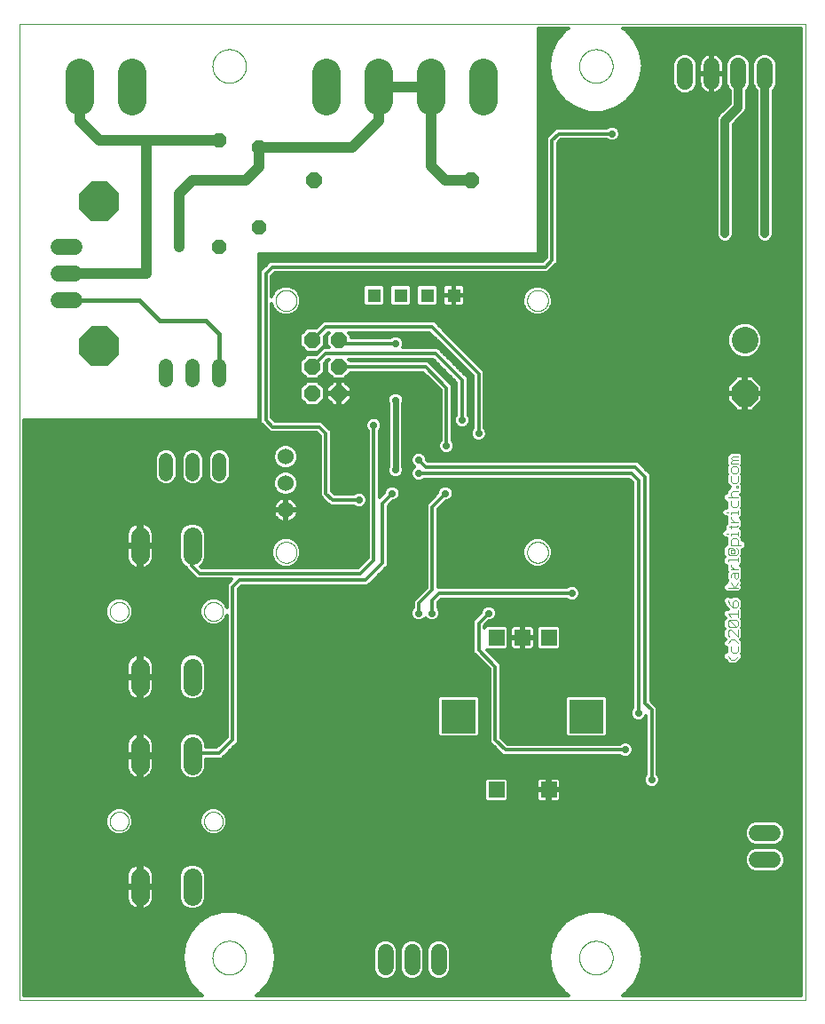
<source format=gbl>
G75*
%MOIN*%
%OFA0B0*%
%FSLAX25Y25*%
%IPPOS*%
%LPD*%
%AMOC8*
5,1,8,0,0,1.08239X$1,22.5*
%
%ADD10C,0.00000*%
%ADD11C,0.00300*%
%ADD12OC8,0.06000*%
%ADD13OC8,0.05600*%
%ADD14C,0.10000*%
%ADD15OC8,0.10000*%
%ADD16C,0.05937*%
%ADD17C,0.05200*%
%ADD18OC8,0.05200*%
%ADD19R,0.05937X0.05937*%
%ADD20R,0.12661X0.12661*%
%ADD21C,0.06000*%
%ADD22R,0.05150X0.05150*%
%ADD23C,0.07050*%
%ADD24C,0.06000*%
%ADD25C,0.10630*%
%ADD26OC8,0.15000*%
%ADD27C,0.02775*%
%ADD28C,0.03200*%
%ADD29C,0.01200*%
%ADD30C,0.01600*%
%ADD31C,0.04000*%
%ADD32OC8,0.03562*%
%ADD33C,0.02400*%
D10*
X0001600Y0001600D02*
X0001600Y0367742D01*
X0296876Y0367742D01*
X0296876Y0001600D01*
X0001600Y0001600D01*
X0035468Y0068529D02*
X0035470Y0068648D01*
X0035476Y0068766D01*
X0035486Y0068884D01*
X0035500Y0069002D01*
X0035517Y0069119D01*
X0035539Y0069236D01*
X0035565Y0069352D01*
X0035594Y0069467D01*
X0035627Y0069581D01*
X0035664Y0069693D01*
X0035705Y0069805D01*
X0035750Y0069915D01*
X0035798Y0070023D01*
X0035850Y0070130D01*
X0035905Y0070235D01*
X0035964Y0070338D01*
X0036026Y0070439D01*
X0036091Y0070538D01*
X0036160Y0070635D01*
X0036232Y0070729D01*
X0036307Y0070821D01*
X0036385Y0070910D01*
X0036466Y0070997D01*
X0036550Y0071081D01*
X0036637Y0071162D01*
X0036726Y0071240D01*
X0036818Y0071315D01*
X0036912Y0071387D01*
X0037009Y0071456D01*
X0037108Y0071521D01*
X0037209Y0071583D01*
X0037312Y0071642D01*
X0037417Y0071697D01*
X0037524Y0071749D01*
X0037632Y0071797D01*
X0037742Y0071842D01*
X0037854Y0071883D01*
X0037966Y0071920D01*
X0038080Y0071953D01*
X0038195Y0071982D01*
X0038311Y0072008D01*
X0038428Y0072030D01*
X0038545Y0072047D01*
X0038663Y0072061D01*
X0038781Y0072071D01*
X0038899Y0072077D01*
X0039018Y0072079D01*
X0039137Y0072077D01*
X0039255Y0072071D01*
X0039373Y0072061D01*
X0039491Y0072047D01*
X0039608Y0072030D01*
X0039725Y0072008D01*
X0039841Y0071982D01*
X0039956Y0071953D01*
X0040070Y0071920D01*
X0040182Y0071883D01*
X0040294Y0071842D01*
X0040404Y0071797D01*
X0040512Y0071749D01*
X0040619Y0071697D01*
X0040724Y0071642D01*
X0040827Y0071583D01*
X0040928Y0071521D01*
X0041027Y0071456D01*
X0041124Y0071387D01*
X0041218Y0071315D01*
X0041310Y0071240D01*
X0041399Y0071162D01*
X0041486Y0071081D01*
X0041570Y0070997D01*
X0041651Y0070910D01*
X0041729Y0070821D01*
X0041804Y0070729D01*
X0041876Y0070635D01*
X0041945Y0070538D01*
X0042010Y0070439D01*
X0042072Y0070338D01*
X0042131Y0070235D01*
X0042186Y0070130D01*
X0042238Y0070023D01*
X0042286Y0069915D01*
X0042331Y0069805D01*
X0042372Y0069693D01*
X0042409Y0069581D01*
X0042442Y0069467D01*
X0042471Y0069352D01*
X0042497Y0069236D01*
X0042519Y0069119D01*
X0042536Y0069002D01*
X0042550Y0068884D01*
X0042560Y0068766D01*
X0042566Y0068648D01*
X0042568Y0068529D01*
X0042566Y0068410D01*
X0042560Y0068292D01*
X0042550Y0068174D01*
X0042536Y0068056D01*
X0042519Y0067939D01*
X0042497Y0067822D01*
X0042471Y0067706D01*
X0042442Y0067591D01*
X0042409Y0067477D01*
X0042372Y0067365D01*
X0042331Y0067253D01*
X0042286Y0067143D01*
X0042238Y0067035D01*
X0042186Y0066928D01*
X0042131Y0066823D01*
X0042072Y0066720D01*
X0042010Y0066619D01*
X0041945Y0066520D01*
X0041876Y0066423D01*
X0041804Y0066329D01*
X0041729Y0066237D01*
X0041651Y0066148D01*
X0041570Y0066061D01*
X0041486Y0065977D01*
X0041399Y0065896D01*
X0041310Y0065818D01*
X0041218Y0065743D01*
X0041124Y0065671D01*
X0041027Y0065602D01*
X0040928Y0065537D01*
X0040827Y0065475D01*
X0040724Y0065416D01*
X0040619Y0065361D01*
X0040512Y0065309D01*
X0040404Y0065261D01*
X0040294Y0065216D01*
X0040182Y0065175D01*
X0040070Y0065138D01*
X0039956Y0065105D01*
X0039841Y0065076D01*
X0039725Y0065050D01*
X0039608Y0065028D01*
X0039491Y0065011D01*
X0039373Y0064997D01*
X0039255Y0064987D01*
X0039137Y0064981D01*
X0039018Y0064979D01*
X0038899Y0064981D01*
X0038781Y0064987D01*
X0038663Y0064997D01*
X0038545Y0065011D01*
X0038428Y0065028D01*
X0038311Y0065050D01*
X0038195Y0065076D01*
X0038080Y0065105D01*
X0037966Y0065138D01*
X0037854Y0065175D01*
X0037742Y0065216D01*
X0037632Y0065261D01*
X0037524Y0065309D01*
X0037417Y0065361D01*
X0037312Y0065416D01*
X0037209Y0065475D01*
X0037108Y0065537D01*
X0037009Y0065602D01*
X0036912Y0065671D01*
X0036818Y0065743D01*
X0036726Y0065818D01*
X0036637Y0065896D01*
X0036550Y0065977D01*
X0036466Y0066061D01*
X0036385Y0066148D01*
X0036307Y0066237D01*
X0036232Y0066329D01*
X0036160Y0066423D01*
X0036091Y0066520D01*
X0036026Y0066619D01*
X0035964Y0066720D01*
X0035905Y0066823D01*
X0035850Y0066928D01*
X0035798Y0067035D01*
X0035750Y0067143D01*
X0035705Y0067253D01*
X0035664Y0067365D01*
X0035627Y0067477D01*
X0035594Y0067591D01*
X0035565Y0067706D01*
X0035539Y0067822D01*
X0035517Y0067939D01*
X0035500Y0068056D01*
X0035486Y0068174D01*
X0035476Y0068292D01*
X0035470Y0068410D01*
X0035468Y0068529D01*
X0070868Y0068529D02*
X0070870Y0068648D01*
X0070876Y0068766D01*
X0070886Y0068884D01*
X0070900Y0069002D01*
X0070917Y0069119D01*
X0070939Y0069236D01*
X0070965Y0069352D01*
X0070994Y0069467D01*
X0071027Y0069581D01*
X0071064Y0069693D01*
X0071105Y0069805D01*
X0071150Y0069915D01*
X0071198Y0070023D01*
X0071250Y0070130D01*
X0071305Y0070235D01*
X0071364Y0070338D01*
X0071426Y0070439D01*
X0071491Y0070538D01*
X0071560Y0070635D01*
X0071632Y0070729D01*
X0071707Y0070821D01*
X0071785Y0070910D01*
X0071866Y0070997D01*
X0071950Y0071081D01*
X0072037Y0071162D01*
X0072126Y0071240D01*
X0072218Y0071315D01*
X0072312Y0071387D01*
X0072409Y0071456D01*
X0072508Y0071521D01*
X0072609Y0071583D01*
X0072712Y0071642D01*
X0072817Y0071697D01*
X0072924Y0071749D01*
X0073032Y0071797D01*
X0073142Y0071842D01*
X0073254Y0071883D01*
X0073366Y0071920D01*
X0073480Y0071953D01*
X0073595Y0071982D01*
X0073711Y0072008D01*
X0073828Y0072030D01*
X0073945Y0072047D01*
X0074063Y0072061D01*
X0074181Y0072071D01*
X0074299Y0072077D01*
X0074418Y0072079D01*
X0074537Y0072077D01*
X0074655Y0072071D01*
X0074773Y0072061D01*
X0074891Y0072047D01*
X0075008Y0072030D01*
X0075125Y0072008D01*
X0075241Y0071982D01*
X0075356Y0071953D01*
X0075470Y0071920D01*
X0075582Y0071883D01*
X0075694Y0071842D01*
X0075804Y0071797D01*
X0075912Y0071749D01*
X0076019Y0071697D01*
X0076124Y0071642D01*
X0076227Y0071583D01*
X0076328Y0071521D01*
X0076427Y0071456D01*
X0076524Y0071387D01*
X0076618Y0071315D01*
X0076710Y0071240D01*
X0076799Y0071162D01*
X0076886Y0071081D01*
X0076970Y0070997D01*
X0077051Y0070910D01*
X0077129Y0070821D01*
X0077204Y0070729D01*
X0077276Y0070635D01*
X0077345Y0070538D01*
X0077410Y0070439D01*
X0077472Y0070338D01*
X0077531Y0070235D01*
X0077586Y0070130D01*
X0077638Y0070023D01*
X0077686Y0069915D01*
X0077731Y0069805D01*
X0077772Y0069693D01*
X0077809Y0069581D01*
X0077842Y0069467D01*
X0077871Y0069352D01*
X0077897Y0069236D01*
X0077919Y0069119D01*
X0077936Y0069002D01*
X0077950Y0068884D01*
X0077960Y0068766D01*
X0077966Y0068648D01*
X0077968Y0068529D01*
X0077966Y0068410D01*
X0077960Y0068292D01*
X0077950Y0068174D01*
X0077936Y0068056D01*
X0077919Y0067939D01*
X0077897Y0067822D01*
X0077871Y0067706D01*
X0077842Y0067591D01*
X0077809Y0067477D01*
X0077772Y0067365D01*
X0077731Y0067253D01*
X0077686Y0067143D01*
X0077638Y0067035D01*
X0077586Y0066928D01*
X0077531Y0066823D01*
X0077472Y0066720D01*
X0077410Y0066619D01*
X0077345Y0066520D01*
X0077276Y0066423D01*
X0077204Y0066329D01*
X0077129Y0066237D01*
X0077051Y0066148D01*
X0076970Y0066061D01*
X0076886Y0065977D01*
X0076799Y0065896D01*
X0076710Y0065818D01*
X0076618Y0065743D01*
X0076524Y0065671D01*
X0076427Y0065602D01*
X0076328Y0065537D01*
X0076227Y0065475D01*
X0076124Y0065416D01*
X0076019Y0065361D01*
X0075912Y0065309D01*
X0075804Y0065261D01*
X0075694Y0065216D01*
X0075582Y0065175D01*
X0075470Y0065138D01*
X0075356Y0065105D01*
X0075241Y0065076D01*
X0075125Y0065050D01*
X0075008Y0065028D01*
X0074891Y0065011D01*
X0074773Y0064997D01*
X0074655Y0064987D01*
X0074537Y0064981D01*
X0074418Y0064979D01*
X0074299Y0064981D01*
X0074181Y0064987D01*
X0074063Y0064997D01*
X0073945Y0065011D01*
X0073828Y0065028D01*
X0073711Y0065050D01*
X0073595Y0065076D01*
X0073480Y0065105D01*
X0073366Y0065138D01*
X0073254Y0065175D01*
X0073142Y0065216D01*
X0073032Y0065261D01*
X0072924Y0065309D01*
X0072817Y0065361D01*
X0072712Y0065416D01*
X0072609Y0065475D01*
X0072508Y0065537D01*
X0072409Y0065602D01*
X0072312Y0065671D01*
X0072218Y0065743D01*
X0072126Y0065818D01*
X0072037Y0065896D01*
X0071950Y0065977D01*
X0071866Y0066061D01*
X0071785Y0066148D01*
X0071707Y0066237D01*
X0071632Y0066329D01*
X0071560Y0066423D01*
X0071491Y0066520D01*
X0071426Y0066619D01*
X0071364Y0066720D01*
X0071305Y0066823D01*
X0071250Y0066928D01*
X0071198Y0067035D01*
X0071150Y0067143D01*
X0071105Y0067253D01*
X0071064Y0067365D01*
X0071027Y0067477D01*
X0070994Y0067591D01*
X0070965Y0067706D01*
X0070939Y0067822D01*
X0070917Y0067939D01*
X0070900Y0068056D01*
X0070886Y0068174D01*
X0070876Y0068292D01*
X0070870Y0068410D01*
X0070868Y0068529D01*
X0074041Y0017348D02*
X0074043Y0017506D01*
X0074049Y0017664D01*
X0074059Y0017822D01*
X0074073Y0017980D01*
X0074091Y0018137D01*
X0074112Y0018294D01*
X0074138Y0018450D01*
X0074168Y0018606D01*
X0074201Y0018761D01*
X0074239Y0018914D01*
X0074280Y0019067D01*
X0074325Y0019219D01*
X0074374Y0019370D01*
X0074427Y0019519D01*
X0074483Y0019667D01*
X0074543Y0019813D01*
X0074607Y0019958D01*
X0074675Y0020101D01*
X0074746Y0020243D01*
X0074820Y0020383D01*
X0074898Y0020520D01*
X0074980Y0020656D01*
X0075064Y0020790D01*
X0075153Y0020921D01*
X0075244Y0021050D01*
X0075339Y0021177D01*
X0075436Y0021302D01*
X0075537Y0021424D01*
X0075641Y0021543D01*
X0075748Y0021660D01*
X0075858Y0021774D01*
X0075971Y0021885D01*
X0076086Y0021994D01*
X0076204Y0022099D01*
X0076325Y0022201D01*
X0076448Y0022301D01*
X0076574Y0022397D01*
X0076702Y0022490D01*
X0076832Y0022580D01*
X0076965Y0022666D01*
X0077100Y0022750D01*
X0077236Y0022829D01*
X0077375Y0022906D01*
X0077516Y0022978D01*
X0077658Y0023048D01*
X0077802Y0023113D01*
X0077948Y0023175D01*
X0078095Y0023233D01*
X0078244Y0023288D01*
X0078394Y0023339D01*
X0078545Y0023386D01*
X0078697Y0023429D01*
X0078850Y0023468D01*
X0079005Y0023504D01*
X0079160Y0023535D01*
X0079316Y0023563D01*
X0079472Y0023587D01*
X0079629Y0023607D01*
X0079787Y0023623D01*
X0079944Y0023635D01*
X0080103Y0023643D01*
X0080261Y0023647D01*
X0080419Y0023647D01*
X0080577Y0023643D01*
X0080736Y0023635D01*
X0080893Y0023623D01*
X0081051Y0023607D01*
X0081208Y0023587D01*
X0081364Y0023563D01*
X0081520Y0023535D01*
X0081675Y0023504D01*
X0081830Y0023468D01*
X0081983Y0023429D01*
X0082135Y0023386D01*
X0082286Y0023339D01*
X0082436Y0023288D01*
X0082585Y0023233D01*
X0082732Y0023175D01*
X0082878Y0023113D01*
X0083022Y0023048D01*
X0083164Y0022978D01*
X0083305Y0022906D01*
X0083444Y0022829D01*
X0083580Y0022750D01*
X0083715Y0022666D01*
X0083848Y0022580D01*
X0083978Y0022490D01*
X0084106Y0022397D01*
X0084232Y0022301D01*
X0084355Y0022201D01*
X0084476Y0022099D01*
X0084594Y0021994D01*
X0084709Y0021885D01*
X0084822Y0021774D01*
X0084932Y0021660D01*
X0085039Y0021543D01*
X0085143Y0021424D01*
X0085244Y0021302D01*
X0085341Y0021177D01*
X0085436Y0021050D01*
X0085527Y0020921D01*
X0085616Y0020790D01*
X0085700Y0020656D01*
X0085782Y0020520D01*
X0085860Y0020383D01*
X0085934Y0020243D01*
X0086005Y0020101D01*
X0086073Y0019958D01*
X0086137Y0019813D01*
X0086197Y0019667D01*
X0086253Y0019519D01*
X0086306Y0019370D01*
X0086355Y0019219D01*
X0086400Y0019067D01*
X0086441Y0018914D01*
X0086479Y0018761D01*
X0086512Y0018606D01*
X0086542Y0018450D01*
X0086568Y0018294D01*
X0086589Y0018137D01*
X0086607Y0017980D01*
X0086621Y0017822D01*
X0086631Y0017664D01*
X0086637Y0017506D01*
X0086639Y0017348D01*
X0086637Y0017190D01*
X0086631Y0017032D01*
X0086621Y0016874D01*
X0086607Y0016716D01*
X0086589Y0016559D01*
X0086568Y0016402D01*
X0086542Y0016246D01*
X0086512Y0016090D01*
X0086479Y0015935D01*
X0086441Y0015782D01*
X0086400Y0015629D01*
X0086355Y0015477D01*
X0086306Y0015326D01*
X0086253Y0015177D01*
X0086197Y0015029D01*
X0086137Y0014883D01*
X0086073Y0014738D01*
X0086005Y0014595D01*
X0085934Y0014453D01*
X0085860Y0014313D01*
X0085782Y0014176D01*
X0085700Y0014040D01*
X0085616Y0013906D01*
X0085527Y0013775D01*
X0085436Y0013646D01*
X0085341Y0013519D01*
X0085244Y0013394D01*
X0085143Y0013272D01*
X0085039Y0013153D01*
X0084932Y0013036D01*
X0084822Y0012922D01*
X0084709Y0012811D01*
X0084594Y0012702D01*
X0084476Y0012597D01*
X0084355Y0012495D01*
X0084232Y0012395D01*
X0084106Y0012299D01*
X0083978Y0012206D01*
X0083848Y0012116D01*
X0083715Y0012030D01*
X0083580Y0011946D01*
X0083444Y0011867D01*
X0083305Y0011790D01*
X0083164Y0011718D01*
X0083022Y0011648D01*
X0082878Y0011583D01*
X0082732Y0011521D01*
X0082585Y0011463D01*
X0082436Y0011408D01*
X0082286Y0011357D01*
X0082135Y0011310D01*
X0081983Y0011267D01*
X0081830Y0011228D01*
X0081675Y0011192D01*
X0081520Y0011161D01*
X0081364Y0011133D01*
X0081208Y0011109D01*
X0081051Y0011089D01*
X0080893Y0011073D01*
X0080736Y0011061D01*
X0080577Y0011053D01*
X0080419Y0011049D01*
X0080261Y0011049D01*
X0080103Y0011053D01*
X0079944Y0011061D01*
X0079787Y0011073D01*
X0079629Y0011089D01*
X0079472Y0011109D01*
X0079316Y0011133D01*
X0079160Y0011161D01*
X0079005Y0011192D01*
X0078850Y0011228D01*
X0078697Y0011267D01*
X0078545Y0011310D01*
X0078394Y0011357D01*
X0078244Y0011408D01*
X0078095Y0011463D01*
X0077948Y0011521D01*
X0077802Y0011583D01*
X0077658Y0011648D01*
X0077516Y0011718D01*
X0077375Y0011790D01*
X0077236Y0011867D01*
X0077100Y0011946D01*
X0076965Y0012030D01*
X0076832Y0012116D01*
X0076702Y0012206D01*
X0076574Y0012299D01*
X0076448Y0012395D01*
X0076325Y0012495D01*
X0076204Y0012597D01*
X0076086Y0012702D01*
X0075971Y0012811D01*
X0075858Y0012922D01*
X0075748Y0013036D01*
X0075641Y0013153D01*
X0075537Y0013272D01*
X0075436Y0013394D01*
X0075339Y0013519D01*
X0075244Y0013646D01*
X0075153Y0013775D01*
X0075064Y0013906D01*
X0074980Y0014040D01*
X0074898Y0014176D01*
X0074820Y0014313D01*
X0074746Y0014453D01*
X0074675Y0014595D01*
X0074607Y0014738D01*
X0074543Y0014883D01*
X0074483Y0015029D01*
X0074427Y0015177D01*
X0074374Y0015326D01*
X0074325Y0015477D01*
X0074280Y0015629D01*
X0074239Y0015782D01*
X0074201Y0015935D01*
X0074168Y0016090D01*
X0074138Y0016246D01*
X0074112Y0016402D01*
X0074091Y0016559D01*
X0074073Y0016716D01*
X0074059Y0016874D01*
X0074049Y0017032D01*
X0074043Y0017190D01*
X0074041Y0017348D01*
X0070868Y0147269D02*
X0070870Y0147388D01*
X0070876Y0147506D01*
X0070886Y0147624D01*
X0070900Y0147742D01*
X0070917Y0147859D01*
X0070939Y0147976D01*
X0070965Y0148092D01*
X0070994Y0148207D01*
X0071027Y0148321D01*
X0071064Y0148433D01*
X0071105Y0148545D01*
X0071150Y0148655D01*
X0071198Y0148763D01*
X0071250Y0148870D01*
X0071305Y0148975D01*
X0071364Y0149078D01*
X0071426Y0149179D01*
X0071491Y0149278D01*
X0071560Y0149375D01*
X0071632Y0149469D01*
X0071707Y0149561D01*
X0071785Y0149650D01*
X0071866Y0149737D01*
X0071950Y0149821D01*
X0072037Y0149902D01*
X0072126Y0149980D01*
X0072218Y0150055D01*
X0072312Y0150127D01*
X0072409Y0150196D01*
X0072508Y0150261D01*
X0072609Y0150323D01*
X0072712Y0150382D01*
X0072817Y0150437D01*
X0072924Y0150489D01*
X0073032Y0150537D01*
X0073142Y0150582D01*
X0073254Y0150623D01*
X0073366Y0150660D01*
X0073480Y0150693D01*
X0073595Y0150722D01*
X0073711Y0150748D01*
X0073828Y0150770D01*
X0073945Y0150787D01*
X0074063Y0150801D01*
X0074181Y0150811D01*
X0074299Y0150817D01*
X0074418Y0150819D01*
X0074537Y0150817D01*
X0074655Y0150811D01*
X0074773Y0150801D01*
X0074891Y0150787D01*
X0075008Y0150770D01*
X0075125Y0150748D01*
X0075241Y0150722D01*
X0075356Y0150693D01*
X0075470Y0150660D01*
X0075582Y0150623D01*
X0075694Y0150582D01*
X0075804Y0150537D01*
X0075912Y0150489D01*
X0076019Y0150437D01*
X0076124Y0150382D01*
X0076227Y0150323D01*
X0076328Y0150261D01*
X0076427Y0150196D01*
X0076524Y0150127D01*
X0076618Y0150055D01*
X0076710Y0149980D01*
X0076799Y0149902D01*
X0076886Y0149821D01*
X0076970Y0149737D01*
X0077051Y0149650D01*
X0077129Y0149561D01*
X0077204Y0149469D01*
X0077276Y0149375D01*
X0077345Y0149278D01*
X0077410Y0149179D01*
X0077472Y0149078D01*
X0077531Y0148975D01*
X0077586Y0148870D01*
X0077638Y0148763D01*
X0077686Y0148655D01*
X0077731Y0148545D01*
X0077772Y0148433D01*
X0077809Y0148321D01*
X0077842Y0148207D01*
X0077871Y0148092D01*
X0077897Y0147976D01*
X0077919Y0147859D01*
X0077936Y0147742D01*
X0077950Y0147624D01*
X0077960Y0147506D01*
X0077966Y0147388D01*
X0077968Y0147269D01*
X0077966Y0147150D01*
X0077960Y0147032D01*
X0077950Y0146914D01*
X0077936Y0146796D01*
X0077919Y0146679D01*
X0077897Y0146562D01*
X0077871Y0146446D01*
X0077842Y0146331D01*
X0077809Y0146217D01*
X0077772Y0146105D01*
X0077731Y0145993D01*
X0077686Y0145883D01*
X0077638Y0145775D01*
X0077586Y0145668D01*
X0077531Y0145563D01*
X0077472Y0145460D01*
X0077410Y0145359D01*
X0077345Y0145260D01*
X0077276Y0145163D01*
X0077204Y0145069D01*
X0077129Y0144977D01*
X0077051Y0144888D01*
X0076970Y0144801D01*
X0076886Y0144717D01*
X0076799Y0144636D01*
X0076710Y0144558D01*
X0076618Y0144483D01*
X0076524Y0144411D01*
X0076427Y0144342D01*
X0076328Y0144277D01*
X0076227Y0144215D01*
X0076124Y0144156D01*
X0076019Y0144101D01*
X0075912Y0144049D01*
X0075804Y0144001D01*
X0075694Y0143956D01*
X0075582Y0143915D01*
X0075470Y0143878D01*
X0075356Y0143845D01*
X0075241Y0143816D01*
X0075125Y0143790D01*
X0075008Y0143768D01*
X0074891Y0143751D01*
X0074773Y0143737D01*
X0074655Y0143727D01*
X0074537Y0143721D01*
X0074418Y0143719D01*
X0074299Y0143721D01*
X0074181Y0143727D01*
X0074063Y0143737D01*
X0073945Y0143751D01*
X0073828Y0143768D01*
X0073711Y0143790D01*
X0073595Y0143816D01*
X0073480Y0143845D01*
X0073366Y0143878D01*
X0073254Y0143915D01*
X0073142Y0143956D01*
X0073032Y0144001D01*
X0072924Y0144049D01*
X0072817Y0144101D01*
X0072712Y0144156D01*
X0072609Y0144215D01*
X0072508Y0144277D01*
X0072409Y0144342D01*
X0072312Y0144411D01*
X0072218Y0144483D01*
X0072126Y0144558D01*
X0072037Y0144636D01*
X0071950Y0144717D01*
X0071866Y0144801D01*
X0071785Y0144888D01*
X0071707Y0144977D01*
X0071632Y0145069D01*
X0071560Y0145163D01*
X0071491Y0145260D01*
X0071426Y0145359D01*
X0071364Y0145460D01*
X0071305Y0145563D01*
X0071250Y0145668D01*
X0071198Y0145775D01*
X0071150Y0145883D01*
X0071105Y0145993D01*
X0071064Y0146105D01*
X0071027Y0146217D01*
X0070994Y0146331D01*
X0070965Y0146446D01*
X0070939Y0146562D01*
X0070917Y0146679D01*
X0070900Y0146796D01*
X0070886Y0146914D01*
X0070876Y0147032D01*
X0070870Y0147150D01*
X0070868Y0147269D01*
X0035468Y0147269D02*
X0035470Y0147388D01*
X0035476Y0147506D01*
X0035486Y0147624D01*
X0035500Y0147742D01*
X0035517Y0147859D01*
X0035539Y0147976D01*
X0035565Y0148092D01*
X0035594Y0148207D01*
X0035627Y0148321D01*
X0035664Y0148433D01*
X0035705Y0148545D01*
X0035750Y0148655D01*
X0035798Y0148763D01*
X0035850Y0148870D01*
X0035905Y0148975D01*
X0035964Y0149078D01*
X0036026Y0149179D01*
X0036091Y0149278D01*
X0036160Y0149375D01*
X0036232Y0149469D01*
X0036307Y0149561D01*
X0036385Y0149650D01*
X0036466Y0149737D01*
X0036550Y0149821D01*
X0036637Y0149902D01*
X0036726Y0149980D01*
X0036818Y0150055D01*
X0036912Y0150127D01*
X0037009Y0150196D01*
X0037108Y0150261D01*
X0037209Y0150323D01*
X0037312Y0150382D01*
X0037417Y0150437D01*
X0037524Y0150489D01*
X0037632Y0150537D01*
X0037742Y0150582D01*
X0037854Y0150623D01*
X0037966Y0150660D01*
X0038080Y0150693D01*
X0038195Y0150722D01*
X0038311Y0150748D01*
X0038428Y0150770D01*
X0038545Y0150787D01*
X0038663Y0150801D01*
X0038781Y0150811D01*
X0038899Y0150817D01*
X0039018Y0150819D01*
X0039137Y0150817D01*
X0039255Y0150811D01*
X0039373Y0150801D01*
X0039491Y0150787D01*
X0039608Y0150770D01*
X0039725Y0150748D01*
X0039841Y0150722D01*
X0039956Y0150693D01*
X0040070Y0150660D01*
X0040182Y0150623D01*
X0040294Y0150582D01*
X0040404Y0150537D01*
X0040512Y0150489D01*
X0040619Y0150437D01*
X0040724Y0150382D01*
X0040827Y0150323D01*
X0040928Y0150261D01*
X0041027Y0150196D01*
X0041124Y0150127D01*
X0041218Y0150055D01*
X0041310Y0149980D01*
X0041399Y0149902D01*
X0041486Y0149821D01*
X0041570Y0149737D01*
X0041651Y0149650D01*
X0041729Y0149561D01*
X0041804Y0149469D01*
X0041876Y0149375D01*
X0041945Y0149278D01*
X0042010Y0149179D01*
X0042072Y0149078D01*
X0042131Y0148975D01*
X0042186Y0148870D01*
X0042238Y0148763D01*
X0042286Y0148655D01*
X0042331Y0148545D01*
X0042372Y0148433D01*
X0042409Y0148321D01*
X0042442Y0148207D01*
X0042471Y0148092D01*
X0042497Y0147976D01*
X0042519Y0147859D01*
X0042536Y0147742D01*
X0042550Y0147624D01*
X0042560Y0147506D01*
X0042566Y0147388D01*
X0042568Y0147269D01*
X0042566Y0147150D01*
X0042560Y0147032D01*
X0042550Y0146914D01*
X0042536Y0146796D01*
X0042519Y0146679D01*
X0042497Y0146562D01*
X0042471Y0146446D01*
X0042442Y0146331D01*
X0042409Y0146217D01*
X0042372Y0146105D01*
X0042331Y0145993D01*
X0042286Y0145883D01*
X0042238Y0145775D01*
X0042186Y0145668D01*
X0042131Y0145563D01*
X0042072Y0145460D01*
X0042010Y0145359D01*
X0041945Y0145260D01*
X0041876Y0145163D01*
X0041804Y0145069D01*
X0041729Y0144977D01*
X0041651Y0144888D01*
X0041570Y0144801D01*
X0041486Y0144717D01*
X0041399Y0144636D01*
X0041310Y0144558D01*
X0041218Y0144483D01*
X0041124Y0144411D01*
X0041027Y0144342D01*
X0040928Y0144277D01*
X0040827Y0144215D01*
X0040724Y0144156D01*
X0040619Y0144101D01*
X0040512Y0144049D01*
X0040404Y0144001D01*
X0040294Y0143956D01*
X0040182Y0143915D01*
X0040070Y0143878D01*
X0039956Y0143845D01*
X0039841Y0143816D01*
X0039725Y0143790D01*
X0039608Y0143768D01*
X0039491Y0143751D01*
X0039373Y0143737D01*
X0039255Y0143727D01*
X0039137Y0143721D01*
X0039018Y0143719D01*
X0038899Y0143721D01*
X0038781Y0143727D01*
X0038663Y0143737D01*
X0038545Y0143751D01*
X0038428Y0143768D01*
X0038311Y0143790D01*
X0038195Y0143816D01*
X0038080Y0143845D01*
X0037966Y0143878D01*
X0037854Y0143915D01*
X0037742Y0143956D01*
X0037632Y0144001D01*
X0037524Y0144049D01*
X0037417Y0144101D01*
X0037312Y0144156D01*
X0037209Y0144215D01*
X0037108Y0144277D01*
X0037009Y0144342D01*
X0036912Y0144411D01*
X0036818Y0144483D01*
X0036726Y0144558D01*
X0036637Y0144636D01*
X0036550Y0144717D01*
X0036466Y0144801D01*
X0036385Y0144888D01*
X0036307Y0144977D01*
X0036232Y0145069D01*
X0036160Y0145163D01*
X0036091Y0145260D01*
X0036026Y0145359D01*
X0035964Y0145460D01*
X0035905Y0145563D01*
X0035850Y0145668D01*
X0035798Y0145775D01*
X0035750Y0145883D01*
X0035705Y0145993D01*
X0035664Y0146105D01*
X0035627Y0146217D01*
X0035594Y0146331D01*
X0035565Y0146446D01*
X0035539Y0146562D01*
X0035517Y0146679D01*
X0035500Y0146796D01*
X0035486Y0146914D01*
X0035476Y0147032D01*
X0035470Y0147150D01*
X0035468Y0147269D01*
X0097801Y0169474D02*
X0097803Y0169599D01*
X0097809Y0169724D01*
X0097819Y0169848D01*
X0097833Y0169972D01*
X0097850Y0170096D01*
X0097872Y0170219D01*
X0097898Y0170341D01*
X0097927Y0170463D01*
X0097960Y0170583D01*
X0097998Y0170702D01*
X0098038Y0170821D01*
X0098083Y0170937D01*
X0098131Y0171052D01*
X0098183Y0171166D01*
X0098239Y0171278D01*
X0098298Y0171388D01*
X0098360Y0171496D01*
X0098426Y0171603D01*
X0098495Y0171707D01*
X0098568Y0171808D01*
X0098643Y0171908D01*
X0098722Y0172005D01*
X0098804Y0172099D01*
X0098889Y0172191D01*
X0098976Y0172280D01*
X0099067Y0172366D01*
X0099160Y0172449D01*
X0099256Y0172530D01*
X0099354Y0172607D01*
X0099454Y0172681D01*
X0099557Y0172752D01*
X0099662Y0172819D01*
X0099770Y0172884D01*
X0099879Y0172944D01*
X0099990Y0173002D01*
X0100103Y0173055D01*
X0100217Y0173105D01*
X0100333Y0173152D01*
X0100450Y0173194D01*
X0100569Y0173233D01*
X0100689Y0173269D01*
X0100810Y0173300D01*
X0100932Y0173328D01*
X0101054Y0173351D01*
X0101178Y0173371D01*
X0101302Y0173387D01*
X0101426Y0173399D01*
X0101551Y0173407D01*
X0101676Y0173411D01*
X0101800Y0173411D01*
X0101925Y0173407D01*
X0102050Y0173399D01*
X0102174Y0173387D01*
X0102298Y0173371D01*
X0102422Y0173351D01*
X0102544Y0173328D01*
X0102666Y0173300D01*
X0102787Y0173269D01*
X0102907Y0173233D01*
X0103026Y0173194D01*
X0103143Y0173152D01*
X0103259Y0173105D01*
X0103373Y0173055D01*
X0103486Y0173002D01*
X0103597Y0172944D01*
X0103707Y0172884D01*
X0103814Y0172819D01*
X0103919Y0172752D01*
X0104022Y0172681D01*
X0104122Y0172607D01*
X0104220Y0172530D01*
X0104316Y0172449D01*
X0104409Y0172366D01*
X0104500Y0172280D01*
X0104587Y0172191D01*
X0104672Y0172099D01*
X0104754Y0172005D01*
X0104833Y0171908D01*
X0104908Y0171808D01*
X0104981Y0171707D01*
X0105050Y0171603D01*
X0105116Y0171496D01*
X0105178Y0171388D01*
X0105237Y0171278D01*
X0105293Y0171166D01*
X0105345Y0171052D01*
X0105393Y0170937D01*
X0105438Y0170821D01*
X0105478Y0170702D01*
X0105516Y0170583D01*
X0105549Y0170463D01*
X0105578Y0170341D01*
X0105604Y0170219D01*
X0105626Y0170096D01*
X0105643Y0169972D01*
X0105657Y0169848D01*
X0105667Y0169724D01*
X0105673Y0169599D01*
X0105675Y0169474D01*
X0105673Y0169349D01*
X0105667Y0169224D01*
X0105657Y0169100D01*
X0105643Y0168976D01*
X0105626Y0168852D01*
X0105604Y0168729D01*
X0105578Y0168607D01*
X0105549Y0168485D01*
X0105516Y0168365D01*
X0105478Y0168246D01*
X0105438Y0168127D01*
X0105393Y0168011D01*
X0105345Y0167896D01*
X0105293Y0167782D01*
X0105237Y0167670D01*
X0105178Y0167560D01*
X0105116Y0167452D01*
X0105050Y0167345D01*
X0104981Y0167241D01*
X0104908Y0167140D01*
X0104833Y0167040D01*
X0104754Y0166943D01*
X0104672Y0166849D01*
X0104587Y0166757D01*
X0104500Y0166668D01*
X0104409Y0166582D01*
X0104316Y0166499D01*
X0104220Y0166418D01*
X0104122Y0166341D01*
X0104022Y0166267D01*
X0103919Y0166196D01*
X0103814Y0166129D01*
X0103706Y0166064D01*
X0103597Y0166004D01*
X0103486Y0165946D01*
X0103373Y0165893D01*
X0103259Y0165843D01*
X0103143Y0165796D01*
X0103026Y0165754D01*
X0102907Y0165715D01*
X0102787Y0165679D01*
X0102666Y0165648D01*
X0102544Y0165620D01*
X0102422Y0165597D01*
X0102298Y0165577D01*
X0102174Y0165561D01*
X0102050Y0165549D01*
X0101925Y0165541D01*
X0101800Y0165537D01*
X0101676Y0165537D01*
X0101551Y0165541D01*
X0101426Y0165549D01*
X0101302Y0165561D01*
X0101178Y0165577D01*
X0101054Y0165597D01*
X0100932Y0165620D01*
X0100810Y0165648D01*
X0100689Y0165679D01*
X0100569Y0165715D01*
X0100450Y0165754D01*
X0100333Y0165796D01*
X0100217Y0165843D01*
X0100103Y0165893D01*
X0099990Y0165946D01*
X0099879Y0166004D01*
X0099769Y0166064D01*
X0099662Y0166129D01*
X0099557Y0166196D01*
X0099454Y0166267D01*
X0099354Y0166341D01*
X0099256Y0166418D01*
X0099160Y0166499D01*
X0099067Y0166582D01*
X0098976Y0166668D01*
X0098889Y0166757D01*
X0098804Y0166849D01*
X0098722Y0166943D01*
X0098643Y0167040D01*
X0098568Y0167140D01*
X0098495Y0167241D01*
X0098426Y0167345D01*
X0098360Y0167452D01*
X0098298Y0167560D01*
X0098239Y0167670D01*
X0098183Y0167782D01*
X0098131Y0167896D01*
X0098083Y0168011D01*
X0098038Y0168127D01*
X0097998Y0168246D01*
X0097960Y0168365D01*
X0097927Y0168485D01*
X0097898Y0168607D01*
X0097872Y0168729D01*
X0097850Y0168852D01*
X0097833Y0168976D01*
X0097819Y0169100D01*
X0097809Y0169224D01*
X0097803Y0169349D01*
X0097801Y0169474D01*
X0097801Y0263962D02*
X0097803Y0264087D01*
X0097809Y0264212D01*
X0097819Y0264336D01*
X0097833Y0264460D01*
X0097850Y0264584D01*
X0097872Y0264707D01*
X0097898Y0264829D01*
X0097927Y0264951D01*
X0097960Y0265071D01*
X0097998Y0265190D01*
X0098038Y0265309D01*
X0098083Y0265425D01*
X0098131Y0265540D01*
X0098183Y0265654D01*
X0098239Y0265766D01*
X0098298Y0265876D01*
X0098360Y0265984D01*
X0098426Y0266091D01*
X0098495Y0266195D01*
X0098568Y0266296D01*
X0098643Y0266396D01*
X0098722Y0266493D01*
X0098804Y0266587D01*
X0098889Y0266679D01*
X0098976Y0266768D01*
X0099067Y0266854D01*
X0099160Y0266937D01*
X0099256Y0267018D01*
X0099354Y0267095D01*
X0099454Y0267169D01*
X0099557Y0267240D01*
X0099662Y0267307D01*
X0099770Y0267372D01*
X0099879Y0267432D01*
X0099990Y0267490D01*
X0100103Y0267543D01*
X0100217Y0267593D01*
X0100333Y0267640D01*
X0100450Y0267682D01*
X0100569Y0267721D01*
X0100689Y0267757D01*
X0100810Y0267788D01*
X0100932Y0267816D01*
X0101054Y0267839D01*
X0101178Y0267859D01*
X0101302Y0267875D01*
X0101426Y0267887D01*
X0101551Y0267895D01*
X0101676Y0267899D01*
X0101800Y0267899D01*
X0101925Y0267895D01*
X0102050Y0267887D01*
X0102174Y0267875D01*
X0102298Y0267859D01*
X0102422Y0267839D01*
X0102544Y0267816D01*
X0102666Y0267788D01*
X0102787Y0267757D01*
X0102907Y0267721D01*
X0103026Y0267682D01*
X0103143Y0267640D01*
X0103259Y0267593D01*
X0103373Y0267543D01*
X0103486Y0267490D01*
X0103597Y0267432D01*
X0103707Y0267372D01*
X0103814Y0267307D01*
X0103919Y0267240D01*
X0104022Y0267169D01*
X0104122Y0267095D01*
X0104220Y0267018D01*
X0104316Y0266937D01*
X0104409Y0266854D01*
X0104500Y0266768D01*
X0104587Y0266679D01*
X0104672Y0266587D01*
X0104754Y0266493D01*
X0104833Y0266396D01*
X0104908Y0266296D01*
X0104981Y0266195D01*
X0105050Y0266091D01*
X0105116Y0265984D01*
X0105178Y0265876D01*
X0105237Y0265766D01*
X0105293Y0265654D01*
X0105345Y0265540D01*
X0105393Y0265425D01*
X0105438Y0265309D01*
X0105478Y0265190D01*
X0105516Y0265071D01*
X0105549Y0264951D01*
X0105578Y0264829D01*
X0105604Y0264707D01*
X0105626Y0264584D01*
X0105643Y0264460D01*
X0105657Y0264336D01*
X0105667Y0264212D01*
X0105673Y0264087D01*
X0105675Y0263962D01*
X0105673Y0263837D01*
X0105667Y0263712D01*
X0105657Y0263588D01*
X0105643Y0263464D01*
X0105626Y0263340D01*
X0105604Y0263217D01*
X0105578Y0263095D01*
X0105549Y0262973D01*
X0105516Y0262853D01*
X0105478Y0262734D01*
X0105438Y0262615D01*
X0105393Y0262499D01*
X0105345Y0262384D01*
X0105293Y0262270D01*
X0105237Y0262158D01*
X0105178Y0262048D01*
X0105116Y0261940D01*
X0105050Y0261833D01*
X0104981Y0261729D01*
X0104908Y0261628D01*
X0104833Y0261528D01*
X0104754Y0261431D01*
X0104672Y0261337D01*
X0104587Y0261245D01*
X0104500Y0261156D01*
X0104409Y0261070D01*
X0104316Y0260987D01*
X0104220Y0260906D01*
X0104122Y0260829D01*
X0104022Y0260755D01*
X0103919Y0260684D01*
X0103814Y0260617D01*
X0103706Y0260552D01*
X0103597Y0260492D01*
X0103486Y0260434D01*
X0103373Y0260381D01*
X0103259Y0260331D01*
X0103143Y0260284D01*
X0103026Y0260242D01*
X0102907Y0260203D01*
X0102787Y0260167D01*
X0102666Y0260136D01*
X0102544Y0260108D01*
X0102422Y0260085D01*
X0102298Y0260065D01*
X0102174Y0260049D01*
X0102050Y0260037D01*
X0101925Y0260029D01*
X0101800Y0260025D01*
X0101676Y0260025D01*
X0101551Y0260029D01*
X0101426Y0260037D01*
X0101302Y0260049D01*
X0101178Y0260065D01*
X0101054Y0260085D01*
X0100932Y0260108D01*
X0100810Y0260136D01*
X0100689Y0260167D01*
X0100569Y0260203D01*
X0100450Y0260242D01*
X0100333Y0260284D01*
X0100217Y0260331D01*
X0100103Y0260381D01*
X0099990Y0260434D01*
X0099879Y0260492D01*
X0099769Y0260552D01*
X0099662Y0260617D01*
X0099557Y0260684D01*
X0099454Y0260755D01*
X0099354Y0260829D01*
X0099256Y0260906D01*
X0099160Y0260987D01*
X0099067Y0261070D01*
X0098976Y0261156D01*
X0098889Y0261245D01*
X0098804Y0261337D01*
X0098722Y0261431D01*
X0098643Y0261528D01*
X0098568Y0261628D01*
X0098495Y0261729D01*
X0098426Y0261833D01*
X0098360Y0261940D01*
X0098298Y0262048D01*
X0098239Y0262158D01*
X0098183Y0262270D01*
X0098131Y0262384D01*
X0098083Y0262499D01*
X0098038Y0262615D01*
X0097998Y0262734D01*
X0097960Y0262853D01*
X0097927Y0262973D01*
X0097898Y0263095D01*
X0097872Y0263217D01*
X0097850Y0263340D01*
X0097833Y0263464D01*
X0097819Y0263588D01*
X0097809Y0263712D01*
X0097803Y0263837D01*
X0097801Y0263962D01*
X0074041Y0351994D02*
X0074043Y0352152D01*
X0074049Y0352310D01*
X0074059Y0352468D01*
X0074073Y0352626D01*
X0074091Y0352783D01*
X0074112Y0352940D01*
X0074138Y0353096D01*
X0074168Y0353252D01*
X0074201Y0353407D01*
X0074239Y0353560D01*
X0074280Y0353713D01*
X0074325Y0353865D01*
X0074374Y0354016D01*
X0074427Y0354165D01*
X0074483Y0354313D01*
X0074543Y0354459D01*
X0074607Y0354604D01*
X0074675Y0354747D01*
X0074746Y0354889D01*
X0074820Y0355029D01*
X0074898Y0355166D01*
X0074980Y0355302D01*
X0075064Y0355436D01*
X0075153Y0355567D01*
X0075244Y0355696D01*
X0075339Y0355823D01*
X0075436Y0355948D01*
X0075537Y0356070D01*
X0075641Y0356189D01*
X0075748Y0356306D01*
X0075858Y0356420D01*
X0075971Y0356531D01*
X0076086Y0356640D01*
X0076204Y0356745D01*
X0076325Y0356847D01*
X0076448Y0356947D01*
X0076574Y0357043D01*
X0076702Y0357136D01*
X0076832Y0357226D01*
X0076965Y0357312D01*
X0077100Y0357396D01*
X0077236Y0357475D01*
X0077375Y0357552D01*
X0077516Y0357624D01*
X0077658Y0357694D01*
X0077802Y0357759D01*
X0077948Y0357821D01*
X0078095Y0357879D01*
X0078244Y0357934D01*
X0078394Y0357985D01*
X0078545Y0358032D01*
X0078697Y0358075D01*
X0078850Y0358114D01*
X0079005Y0358150D01*
X0079160Y0358181D01*
X0079316Y0358209D01*
X0079472Y0358233D01*
X0079629Y0358253D01*
X0079787Y0358269D01*
X0079944Y0358281D01*
X0080103Y0358289D01*
X0080261Y0358293D01*
X0080419Y0358293D01*
X0080577Y0358289D01*
X0080736Y0358281D01*
X0080893Y0358269D01*
X0081051Y0358253D01*
X0081208Y0358233D01*
X0081364Y0358209D01*
X0081520Y0358181D01*
X0081675Y0358150D01*
X0081830Y0358114D01*
X0081983Y0358075D01*
X0082135Y0358032D01*
X0082286Y0357985D01*
X0082436Y0357934D01*
X0082585Y0357879D01*
X0082732Y0357821D01*
X0082878Y0357759D01*
X0083022Y0357694D01*
X0083164Y0357624D01*
X0083305Y0357552D01*
X0083444Y0357475D01*
X0083580Y0357396D01*
X0083715Y0357312D01*
X0083848Y0357226D01*
X0083978Y0357136D01*
X0084106Y0357043D01*
X0084232Y0356947D01*
X0084355Y0356847D01*
X0084476Y0356745D01*
X0084594Y0356640D01*
X0084709Y0356531D01*
X0084822Y0356420D01*
X0084932Y0356306D01*
X0085039Y0356189D01*
X0085143Y0356070D01*
X0085244Y0355948D01*
X0085341Y0355823D01*
X0085436Y0355696D01*
X0085527Y0355567D01*
X0085616Y0355436D01*
X0085700Y0355302D01*
X0085782Y0355166D01*
X0085860Y0355029D01*
X0085934Y0354889D01*
X0086005Y0354747D01*
X0086073Y0354604D01*
X0086137Y0354459D01*
X0086197Y0354313D01*
X0086253Y0354165D01*
X0086306Y0354016D01*
X0086355Y0353865D01*
X0086400Y0353713D01*
X0086441Y0353560D01*
X0086479Y0353407D01*
X0086512Y0353252D01*
X0086542Y0353096D01*
X0086568Y0352940D01*
X0086589Y0352783D01*
X0086607Y0352626D01*
X0086621Y0352468D01*
X0086631Y0352310D01*
X0086637Y0352152D01*
X0086639Y0351994D01*
X0086637Y0351836D01*
X0086631Y0351678D01*
X0086621Y0351520D01*
X0086607Y0351362D01*
X0086589Y0351205D01*
X0086568Y0351048D01*
X0086542Y0350892D01*
X0086512Y0350736D01*
X0086479Y0350581D01*
X0086441Y0350428D01*
X0086400Y0350275D01*
X0086355Y0350123D01*
X0086306Y0349972D01*
X0086253Y0349823D01*
X0086197Y0349675D01*
X0086137Y0349529D01*
X0086073Y0349384D01*
X0086005Y0349241D01*
X0085934Y0349099D01*
X0085860Y0348959D01*
X0085782Y0348822D01*
X0085700Y0348686D01*
X0085616Y0348552D01*
X0085527Y0348421D01*
X0085436Y0348292D01*
X0085341Y0348165D01*
X0085244Y0348040D01*
X0085143Y0347918D01*
X0085039Y0347799D01*
X0084932Y0347682D01*
X0084822Y0347568D01*
X0084709Y0347457D01*
X0084594Y0347348D01*
X0084476Y0347243D01*
X0084355Y0347141D01*
X0084232Y0347041D01*
X0084106Y0346945D01*
X0083978Y0346852D01*
X0083848Y0346762D01*
X0083715Y0346676D01*
X0083580Y0346592D01*
X0083444Y0346513D01*
X0083305Y0346436D01*
X0083164Y0346364D01*
X0083022Y0346294D01*
X0082878Y0346229D01*
X0082732Y0346167D01*
X0082585Y0346109D01*
X0082436Y0346054D01*
X0082286Y0346003D01*
X0082135Y0345956D01*
X0081983Y0345913D01*
X0081830Y0345874D01*
X0081675Y0345838D01*
X0081520Y0345807D01*
X0081364Y0345779D01*
X0081208Y0345755D01*
X0081051Y0345735D01*
X0080893Y0345719D01*
X0080736Y0345707D01*
X0080577Y0345699D01*
X0080419Y0345695D01*
X0080261Y0345695D01*
X0080103Y0345699D01*
X0079944Y0345707D01*
X0079787Y0345719D01*
X0079629Y0345735D01*
X0079472Y0345755D01*
X0079316Y0345779D01*
X0079160Y0345807D01*
X0079005Y0345838D01*
X0078850Y0345874D01*
X0078697Y0345913D01*
X0078545Y0345956D01*
X0078394Y0346003D01*
X0078244Y0346054D01*
X0078095Y0346109D01*
X0077948Y0346167D01*
X0077802Y0346229D01*
X0077658Y0346294D01*
X0077516Y0346364D01*
X0077375Y0346436D01*
X0077236Y0346513D01*
X0077100Y0346592D01*
X0076965Y0346676D01*
X0076832Y0346762D01*
X0076702Y0346852D01*
X0076574Y0346945D01*
X0076448Y0347041D01*
X0076325Y0347141D01*
X0076204Y0347243D01*
X0076086Y0347348D01*
X0075971Y0347457D01*
X0075858Y0347568D01*
X0075748Y0347682D01*
X0075641Y0347799D01*
X0075537Y0347918D01*
X0075436Y0348040D01*
X0075339Y0348165D01*
X0075244Y0348292D01*
X0075153Y0348421D01*
X0075064Y0348552D01*
X0074980Y0348686D01*
X0074898Y0348822D01*
X0074820Y0348959D01*
X0074746Y0349099D01*
X0074675Y0349241D01*
X0074607Y0349384D01*
X0074543Y0349529D01*
X0074483Y0349675D01*
X0074427Y0349823D01*
X0074374Y0349972D01*
X0074325Y0350123D01*
X0074280Y0350275D01*
X0074239Y0350428D01*
X0074201Y0350581D01*
X0074168Y0350736D01*
X0074138Y0350892D01*
X0074112Y0351048D01*
X0074091Y0351205D01*
X0074073Y0351362D01*
X0074059Y0351520D01*
X0074049Y0351678D01*
X0074043Y0351836D01*
X0074041Y0351994D01*
X0192289Y0263962D02*
X0192291Y0264087D01*
X0192297Y0264212D01*
X0192307Y0264336D01*
X0192321Y0264460D01*
X0192338Y0264584D01*
X0192360Y0264707D01*
X0192386Y0264829D01*
X0192415Y0264951D01*
X0192448Y0265071D01*
X0192486Y0265190D01*
X0192526Y0265309D01*
X0192571Y0265425D01*
X0192619Y0265540D01*
X0192671Y0265654D01*
X0192727Y0265766D01*
X0192786Y0265876D01*
X0192848Y0265984D01*
X0192914Y0266091D01*
X0192983Y0266195D01*
X0193056Y0266296D01*
X0193131Y0266396D01*
X0193210Y0266493D01*
X0193292Y0266587D01*
X0193377Y0266679D01*
X0193464Y0266768D01*
X0193555Y0266854D01*
X0193648Y0266937D01*
X0193744Y0267018D01*
X0193842Y0267095D01*
X0193942Y0267169D01*
X0194045Y0267240D01*
X0194150Y0267307D01*
X0194258Y0267372D01*
X0194367Y0267432D01*
X0194478Y0267490D01*
X0194591Y0267543D01*
X0194705Y0267593D01*
X0194821Y0267640D01*
X0194938Y0267682D01*
X0195057Y0267721D01*
X0195177Y0267757D01*
X0195298Y0267788D01*
X0195420Y0267816D01*
X0195542Y0267839D01*
X0195666Y0267859D01*
X0195790Y0267875D01*
X0195914Y0267887D01*
X0196039Y0267895D01*
X0196164Y0267899D01*
X0196288Y0267899D01*
X0196413Y0267895D01*
X0196538Y0267887D01*
X0196662Y0267875D01*
X0196786Y0267859D01*
X0196910Y0267839D01*
X0197032Y0267816D01*
X0197154Y0267788D01*
X0197275Y0267757D01*
X0197395Y0267721D01*
X0197514Y0267682D01*
X0197631Y0267640D01*
X0197747Y0267593D01*
X0197861Y0267543D01*
X0197974Y0267490D01*
X0198085Y0267432D01*
X0198195Y0267372D01*
X0198302Y0267307D01*
X0198407Y0267240D01*
X0198510Y0267169D01*
X0198610Y0267095D01*
X0198708Y0267018D01*
X0198804Y0266937D01*
X0198897Y0266854D01*
X0198988Y0266768D01*
X0199075Y0266679D01*
X0199160Y0266587D01*
X0199242Y0266493D01*
X0199321Y0266396D01*
X0199396Y0266296D01*
X0199469Y0266195D01*
X0199538Y0266091D01*
X0199604Y0265984D01*
X0199666Y0265876D01*
X0199725Y0265766D01*
X0199781Y0265654D01*
X0199833Y0265540D01*
X0199881Y0265425D01*
X0199926Y0265309D01*
X0199966Y0265190D01*
X0200004Y0265071D01*
X0200037Y0264951D01*
X0200066Y0264829D01*
X0200092Y0264707D01*
X0200114Y0264584D01*
X0200131Y0264460D01*
X0200145Y0264336D01*
X0200155Y0264212D01*
X0200161Y0264087D01*
X0200163Y0263962D01*
X0200161Y0263837D01*
X0200155Y0263712D01*
X0200145Y0263588D01*
X0200131Y0263464D01*
X0200114Y0263340D01*
X0200092Y0263217D01*
X0200066Y0263095D01*
X0200037Y0262973D01*
X0200004Y0262853D01*
X0199966Y0262734D01*
X0199926Y0262615D01*
X0199881Y0262499D01*
X0199833Y0262384D01*
X0199781Y0262270D01*
X0199725Y0262158D01*
X0199666Y0262048D01*
X0199604Y0261940D01*
X0199538Y0261833D01*
X0199469Y0261729D01*
X0199396Y0261628D01*
X0199321Y0261528D01*
X0199242Y0261431D01*
X0199160Y0261337D01*
X0199075Y0261245D01*
X0198988Y0261156D01*
X0198897Y0261070D01*
X0198804Y0260987D01*
X0198708Y0260906D01*
X0198610Y0260829D01*
X0198510Y0260755D01*
X0198407Y0260684D01*
X0198302Y0260617D01*
X0198194Y0260552D01*
X0198085Y0260492D01*
X0197974Y0260434D01*
X0197861Y0260381D01*
X0197747Y0260331D01*
X0197631Y0260284D01*
X0197514Y0260242D01*
X0197395Y0260203D01*
X0197275Y0260167D01*
X0197154Y0260136D01*
X0197032Y0260108D01*
X0196910Y0260085D01*
X0196786Y0260065D01*
X0196662Y0260049D01*
X0196538Y0260037D01*
X0196413Y0260029D01*
X0196288Y0260025D01*
X0196164Y0260025D01*
X0196039Y0260029D01*
X0195914Y0260037D01*
X0195790Y0260049D01*
X0195666Y0260065D01*
X0195542Y0260085D01*
X0195420Y0260108D01*
X0195298Y0260136D01*
X0195177Y0260167D01*
X0195057Y0260203D01*
X0194938Y0260242D01*
X0194821Y0260284D01*
X0194705Y0260331D01*
X0194591Y0260381D01*
X0194478Y0260434D01*
X0194367Y0260492D01*
X0194257Y0260552D01*
X0194150Y0260617D01*
X0194045Y0260684D01*
X0193942Y0260755D01*
X0193842Y0260829D01*
X0193744Y0260906D01*
X0193648Y0260987D01*
X0193555Y0261070D01*
X0193464Y0261156D01*
X0193377Y0261245D01*
X0193292Y0261337D01*
X0193210Y0261431D01*
X0193131Y0261528D01*
X0193056Y0261628D01*
X0192983Y0261729D01*
X0192914Y0261833D01*
X0192848Y0261940D01*
X0192786Y0262048D01*
X0192727Y0262158D01*
X0192671Y0262270D01*
X0192619Y0262384D01*
X0192571Y0262499D01*
X0192526Y0262615D01*
X0192486Y0262734D01*
X0192448Y0262853D01*
X0192415Y0262973D01*
X0192386Y0263095D01*
X0192360Y0263217D01*
X0192338Y0263340D01*
X0192321Y0263464D01*
X0192307Y0263588D01*
X0192297Y0263712D01*
X0192291Y0263837D01*
X0192289Y0263962D01*
X0211836Y0351994D02*
X0211838Y0352152D01*
X0211844Y0352310D01*
X0211854Y0352468D01*
X0211868Y0352626D01*
X0211886Y0352783D01*
X0211907Y0352940D01*
X0211933Y0353096D01*
X0211963Y0353252D01*
X0211996Y0353407D01*
X0212034Y0353560D01*
X0212075Y0353713D01*
X0212120Y0353865D01*
X0212169Y0354016D01*
X0212222Y0354165D01*
X0212278Y0354313D01*
X0212338Y0354459D01*
X0212402Y0354604D01*
X0212470Y0354747D01*
X0212541Y0354889D01*
X0212615Y0355029D01*
X0212693Y0355166D01*
X0212775Y0355302D01*
X0212859Y0355436D01*
X0212948Y0355567D01*
X0213039Y0355696D01*
X0213134Y0355823D01*
X0213231Y0355948D01*
X0213332Y0356070D01*
X0213436Y0356189D01*
X0213543Y0356306D01*
X0213653Y0356420D01*
X0213766Y0356531D01*
X0213881Y0356640D01*
X0213999Y0356745D01*
X0214120Y0356847D01*
X0214243Y0356947D01*
X0214369Y0357043D01*
X0214497Y0357136D01*
X0214627Y0357226D01*
X0214760Y0357312D01*
X0214895Y0357396D01*
X0215031Y0357475D01*
X0215170Y0357552D01*
X0215311Y0357624D01*
X0215453Y0357694D01*
X0215597Y0357759D01*
X0215743Y0357821D01*
X0215890Y0357879D01*
X0216039Y0357934D01*
X0216189Y0357985D01*
X0216340Y0358032D01*
X0216492Y0358075D01*
X0216645Y0358114D01*
X0216800Y0358150D01*
X0216955Y0358181D01*
X0217111Y0358209D01*
X0217267Y0358233D01*
X0217424Y0358253D01*
X0217582Y0358269D01*
X0217739Y0358281D01*
X0217898Y0358289D01*
X0218056Y0358293D01*
X0218214Y0358293D01*
X0218372Y0358289D01*
X0218531Y0358281D01*
X0218688Y0358269D01*
X0218846Y0358253D01*
X0219003Y0358233D01*
X0219159Y0358209D01*
X0219315Y0358181D01*
X0219470Y0358150D01*
X0219625Y0358114D01*
X0219778Y0358075D01*
X0219930Y0358032D01*
X0220081Y0357985D01*
X0220231Y0357934D01*
X0220380Y0357879D01*
X0220527Y0357821D01*
X0220673Y0357759D01*
X0220817Y0357694D01*
X0220959Y0357624D01*
X0221100Y0357552D01*
X0221239Y0357475D01*
X0221375Y0357396D01*
X0221510Y0357312D01*
X0221643Y0357226D01*
X0221773Y0357136D01*
X0221901Y0357043D01*
X0222027Y0356947D01*
X0222150Y0356847D01*
X0222271Y0356745D01*
X0222389Y0356640D01*
X0222504Y0356531D01*
X0222617Y0356420D01*
X0222727Y0356306D01*
X0222834Y0356189D01*
X0222938Y0356070D01*
X0223039Y0355948D01*
X0223136Y0355823D01*
X0223231Y0355696D01*
X0223322Y0355567D01*
X0223411Y0355436D01*
X0223495Y0355302D01*
X0223577Y0355166D01*
X0223655Y0355029D01*
X0223729Y0354889D01*
X0223800Y0354747D01*
X0223868Y0354604D01*
X0223932Y0354459D01*
X0223992Y0354313D01*
X0224048Y0354165D01*
X0224101Y0354016D01*
X0224150Y0353865D01*
X0224195Y0353713D01*
X0224236Y0353560D01*
X0224274Y0353407D01*
X0224307Y0353252D01*
X0224337Y0353096D01*
X0224363Y0352940D01*
X0224384Y0352783D01*
X0224402Y0352626D01*
X0224416Y0352468D01*
X0224426Y0352310D01*
X0224432Y0352152D01*
X0224434Y0351994D01*
X0224432Y0351836D01*
X0224426Y0351678D01*
X0224416Y0351520D01*
X0224402Y0351362D01*
X0224384Y0351205D01*
X0224363Y0351048D01*
X0224337Y0350892D01*
X0224307Y0350736D01*
X0224274Y0350581D01*
X0224236Y0350428D01*
X0224195Y0350275D01*
X0224150Y0350123D01*
X0224101Y0349972D01*
X0224048Y0349823D01*
X0223992Y0349675D01*
X0223932Y0349529D01*
X0223868Y0349384D01*
X0223800Y0349241D01*
X0223729Y0349099D01*
X0223655Y0348959D01*
X0223577Y0348822D01*
X0223495Y0348686D01*
X0223411Y0348552D01*
X0223322Y0348421D01*
X0223231Y0348292D01*
X0223136Y0348165D01*
X0223039Y0348040D01*
X0222938Y0347918D01*
X0222834Y0347799D01*
X0222727Y0347682D01*
X0222617Y0347568D01*
X0222504Y0347457D01*
X0222389Y0347348D01*
X0222271Y0347243D01*
X0222150Y0347141D01*
X0222027Y0347041D01*
X0221901Y0346945D01*
X0221773Y0346852D01*
X0221643Y0346762D01*
X0221510Y0346676D01*
X0221375Y0346592D01*
X0221239Y0346513D01*
X0221100Y0346436D01*
X0220959Y0346364D01*
X0220817Y0346294D01*
X0220673Y0346229D01*
X0220527Y0346167D01*
X0220380Y0346109D01*
X0220231Y0346054D01*
X0220081Y0346003D01*
X0219930Y0345956D01*
X0219778Y0345913D01*
X0219625Y0345874D01*
X0219470Y0345838D01*
X0219315Y0345807D01*
X0219159Y0345779D01*
X0219003Y0345755D01*
X0218846Y0345735D01*
X0218688Y0345719D01*
X0218531Y0345707D01*
X0218372Y0345699D01*
X0218214Y0345695D01*
X0218056Y0345695D01*
X0217898Y0345699D01*
X0217739Y0345707D01*
X0217582Y0345719D01*
X0217424Y0345735D01*
X0217267Y0345755D01*
X0217111Y0345779D01*
X0216955Y0345807D01*
X0216800Y0345838D01*
X0216645Y0345874D01*
X0216492Y0345913D01*
X0216340Y0345956D01*
X0216189Y0346003D01*
X0216039Y0346054D01*
X0215890Y0346109D01*
X0215743Y0346167D01*
X0215597Y0346229D01*
X0215453Y0346294D01*
X0215311Y0346364D01*
X0215170Y0346436D01*
X0215031Y0346513D01*
X0214895Y0346592D01*
X0214760Y0346676D01*
X0214627Y0346762D01*
X0214497Y0346852D01*
X0214369Y0346945D01*
X0214243Y0347041D01*
X0214120Y0347141D01*
X0213999Y0347243D01*
X0213881Y0347348D01*
X0213766Y0347457D01*
X0213653Y0347568D01*
X0213543Y0347682D01*
X0213436Y0347799D01*
X0213332Y0347918D01*
X0213231Y0348040D01*
X0213134Y0348165D01*
X0213039Y0348292D01*
X0212948Y0348421D01*
X0212859Y0348552D01*
X0212775Y0348686D01*
X0212693Y0348822D01*
X0212615Y0348959D01*
X0212541Y0349099D01*
X0212470Y0349241D01*
X0212402Y0349384D01*
X0212338Y0349529D01*
X0212278Y0349675D01*
X0212222Y0349823D01*
X0212169Y0349972D01*
X0212120Y0350123D01*
X0212075Y0350275D01*
X0212034Y0350428D01*
X0211996Y0350581D01*
X0211963Y0350736D01*
X0211933Y0350892D01*
X0211907Y0351048D01*
X0211886Y0351205D01*
X0211868Y0351362D01*
X0211854Y0351520D01*
X0211844Y0351678D01*
X0211838Y0351836D01*
X0211836Y0351994D01*
X0192289Y0169474D02*
X0192291Y0169599D01*
X0192297Y0169724D01*
X0192307Y0169848D01*
X0192321Y0169972D01*
X0192338Y0170096D01*
X0192360Y0170219D01*
X0192386Y0170341D01*
X0192415Y0170463D01*
X0192448Y0170583D01*
X0192486Y0170702D01*
X0192526Y0170821D01*
X0192571Y0170937D01*
X0192619Y0171052D01*
X0192671Y0171166D01*
X0192727Y0171278D01*
X0192786Y0171388D01*
X0192848Y0171496D01*
X0192914Y0171603D01*
X0192983Y0171707D01*
X0193056Y0171808D01*
X0193131Y0171908D01*
X0193210Y0172005D01*
X0193292Y0172099D01*
X0193377Y0172191D01*
X0193464Y0172280D01*
X0193555Y0172366D01*
X0193648Y0172449D01*
X0193744Y0172530D01*
X0193842Y0172607D01*
X0193942Y0172681D01*
X0194045Y0172752D01*
X0194150Y0172819D01*
X0194258Y0172884D01*
X0194367Y0172944D01*
X0194478Y0173002D01*
X0194591Y0173055D01*
X0194705Y0173105D01*
X0194821Y0173152D01*
X0194938Y0173194D01*
X0195057Y0173233D01*
X0195177Y0173269D01*
X0195298Y0173300D01*
X0195420Y0173328D01*
X0195542Y0173351D01*
X0195666Y0173371D01*
X0195790Y0173387D01*
X0195914Y0173399D01*
X0196039Y0173407D01*
X0196164Y0173411D01*
X0196288Y0173411D01*
X0196413Y0173407D01*
X0196538Y0173399D01*
X0196662Y0173387D01*
X0196786Y0173371D01*
X0196910Y0173351D01*
X0197032Y0173328D01*
X0197154Y0173300D01*
X0197275Y0173269D01*
X0197395Y0173233D01*
X0197514Y0173194D01*
X0197631Y0173152D01*
X0197747Y0173105D01*
X0197861Y0173055D01*
X0197974Y0173002D01*
X0198085Y0172944D01*
X0198195Y0172884D01*
X0198302Y0172819D01*
X0198407Y0172752D01*
X0198510Y0172681D01*
X0198610Y0172607D01*
X0198708Y0172530D01*
X0198804Y0172449D01*
X0198897Y0172366D01*
X0198988Y0172280D01*
X0199075Y0172191D01*
X0199160Y0172099D01*
X0199242Y0172005D01*
X0199321Y0171908D01*
X0199396Y0171808D01*
X0199469Y0171707D01*
X0199538Y0171603D01*
X0199604Y0171496D01*
X0199666Y0171388D01*
X0199725Y0171278D01*
X0199781Y0171166D01*
X0199833Y0171052D01*
X0199881Y0170937D01*
X0199926Y0170821D01*
X0199966Y0170702D01*
X0200004Y0170583D01*
X0200037Y0170463D01*
X0200066Y0170341D01*
X0200092Y0170219D01*
X0200114Y0170096D01*
X0200131Y0169972D01*
X0200145Y0169848D01*
X0200155Y0169724D01*
X0200161Y0169599D01*
X0200163Y0169474D01*
X0200161Y0169349D01*
X0200155Y0169224D01*
X0200145Y0169100D01*
X0200131Y0168976D01*
X0200114Y0168852D01*
X0200092Y0168729D01*
X0200066Y0168607D01*
X0200037Y0168485D01*
X0200004Y0168365D01*
X0199966Y0168246D01*
X0199926Y0168127D01*
X0199881Y0168011D01*
X0199833Y0167896D01*
X0199781Y0167782D01*
X0199725Y0167670D01*
X0199666Y0167560D01*
X0199604Y0167452D01*
X0199538Y0167345D01*
X0199469Y0167241D01*
X0199396Y0167140D01*
X0199321Y0167040D01*
X0199242Y0166943D01*
X0199160Y0166849D01*
X0199075Y0166757D01*
X0198988Y0166668D01*
X0198897Y0166582D01*
X0198804Y0166499D01*
X0198708Y0166418D01*
X0198610Y0166341D01*
X0198510Y0166267D01*
X0198407Y0166196D01*
X0198302Y0166129D01*
X0198194Y0166064D01*
X0198085Y0166004D01*
X0197974Y0165946D01*
X0197861Y0165893D01*
X0197747Y0165843D01*
X0197631Y0165796D01*
X0197514Y0165754D01*
X0197395Y0165715D01*
X0197275Y0165679D01*
X0197154Y0165648D01*
X0197032Y0165620D01*
X0196910Y0165597D01*
X0196786Y0165577D01*
X0196662Y0165561D01*
X0196538Y0165549D01*
X0196413Y0165541D01*
X0196288Y0165537D01*
X0196164Y0165537D01*
X0196039Y0165541D01*
X0195914Y0165549D01*
X0195790Y0165561D01*
X0195666Y0165577D01*
X0195542Y0165597D01*
X0195420Y0165620D01*
X0195298Y0165648D01*
X0195177Y0165679D01*
X0195057Y0165715D01*
X0194938Y0165754D01*
X0194821Y0165796D01*
X0194705Y0165843D01*
X0194591Y0165893D01*
X0194478Y0165946D01*
X0194367Y0166004D01*
X0194257Y0166064D01*
X0194150Y0166129D01*
X0194045Y0166196D01*
X0193942Y0166267D01*
X0193842Y0166341D01*
X0193744Y0166418D01*
X0193648Y0166499D01*
X0193555Y0166582D01*
X0193464Y0166668D01*
X0193377Y0166757D01*
X0193292Y0166849D01*
X0193210Y0166943D01*
X0193131Y0167040D01*
X0193056Y0167140D01*
X0192983Y0167241D01*
X0192914Y0167345D01*
X0192848Y0167452D01*
X0192786Y0167560D01*
X0192727Y0167670D01*
X0192671Y0167782D01*
X0192619Y0167896D01*
X0192571Y0168011D01*
X0192526Y0168127D01*
X0192486Y0168246D01*
X0192448Y0168365D01*
X0192415Y0168485D01*
X0192386Y0168607D01*
X0192360Y0168729D01*
X0192338Y0168852D01*
X0192321Y0168976D01*
X0192307Y0169100D01*
X0192297Y0169224D01*
X0192291Y0169349D01*
X0192289Y0169474D01*
X0211836Y0017348D02*
X0211838Y0017506D01*
X0211844Y0017664D01*
X0211854Y0017822D01*
X0211868Y0017980D01*
X0211886Y0018137D01*
X0211907Y0018294D01*
X0211933Y0018450D01*
X0211963Y0018606D01*
X0211996Y0018761D01*
X0212034Y0018914D01*
X0212075Y0019067D01*
X0212120Y0019219D01*
X0212169Y0019370D01*
X0212222Y0019519D01*
X0212278Y0019667D01*
X0212338Y0019813D01*
X0212402Y0019958D01*
X0212470Y0020101D01*
X0212541Y0020243D01*
X0212615Y0020383D01*
X0212693Y0020520D01*
X0212775Y0020656D01*
X0212859Y0020790D01*
X0212948Y0020921D01*
X0213039Y0021050D01*
X0213134Y0021177D01*
X0213231Y0021302D01*
X0213332Y0021424D01*
X0213436Y0021543D01*
X0213543Y0021660D01*
X0213653Y0021774D01*
X0213766Y0021885D01*
X0213881Y0021994D01*
X0213999Y0022099D01*
X0214120Y0022201D01*
X0214243Y0022301D01*
X0214369Y0022397D01*
X0214497Y0022490D01*
X0214627Y0022580D01*
X0214760Y0022666D01*
X0214895Y0022750D01*
X0215031Y0022829D01*
X0215170Y0022906D01*
X0215311Y0022978D01*
X0215453Y0023048D01*
X0215597Y0023113D01*
X0215743Y0023175D01*
X0215890Y0023233D01*
X0216039Y0023288D01*
X0216189Y0023339D01*
X0216340Y0023386D01*
X0216492Y0023429D01*
X0216645Y0023468D01*
X0216800Y0023504D01*
X0216955Y0023535D01*
X0217111Y0023563D01*
X0217267Y0023587D01*
X0217424Y0023607D01*
X0217582Y0023623D01*
X0217739Y0023635D01*
X0217898Y0023643D01*
X0218056Y0023647D01*
X0218214Y0023647D01*
X0218372Y0023643D01*
X0218531Y0023635D01*
X0218688Y0023623D01*
X0218846Y0023607D01*
X0219003Y0023587D01*
X0219159Y0023563D01*
X0219315Y0023535D01*
X0219470Y0023504D01*
X0219625Y0023468D01*
X0219778Y0023429D01*
X0219930Y0023386D01*
X0220081Y0023339D01*
X0220231Y0023288D01*
X0220380Y0023233D01*
X0220527Y0023175D01*
X0220673Y0023113D01*
X0220817Y0023048D01*
X0220959Y0022978D01*
X0221100Y0022906D01*
X0221239Y0022829D01*
X0221375Y0022750D01*
X0221510Y0022666D01*
X0221643Y0022580D01*
X0221773Y0022490D01*
X0221901Y0022397D01*
X0222027Y0022301D01*
X0222150Y0022201D01*
X0222271Y0022099D01*
X0222389Y0021994D01*
X0222504Y0021885D01*
X0222617Y0021774D01*
X0222727Y0021660D01*
X0222834Y0021543D01*
X0222938Y0021424D01*
X0223039Y0021302D01*
X0223136Y0021177D01*
X0223231Y0021050D01*
X0223322Y0020921D01*
X0223411Y0020790D01*
X0223495Y0020656D01*
X0223577Y0020520D01*
X0223655Y0020383D01*
X0223729Y0020243D01*
X0223800Y0020101D01*
X0223868Y0019958D01*
X0223932Y0019813D01*
X0223992Y0019667D01*
X0224048Y0019519D01*
X0224101Y0019370D01*
X0224150Y0019219D01*
X0224195Y0019067D01*
X0224236Y0018914D01*
X0224274Y0018761D01*
X0224307Y0018606D01*
X0224337Y0018450D01*
X0224363Y0018294D01*
X0224384Y0018137D01*
X0224402Y0017980D01*
X0224416Y0017822D01*
X0224426Y0017664D01*
X0224432Y0017506D01*
X0224434Y0017348D01*
X0224432Y0017190D01*
X0224426Y0017032D01*
X0224416Y0016874D01*
X0224402Y0016716D01*
X0224384Y0016559D01*
X0224363Y0016402D01*
X0224337Y0016246D01*
X0224307Y0016090D01*
X0224274Y0015935D01*
X0224236Y0015782D01*
X0224195Y0015629D01*
X0224150Y0015477D01*
X0224101Y0015326D01*
X0224048Y0015177D01*
X0223992Y0015029D01*
X0223932Y0014883D01*
X0223868Y0014738D01*
X0223800Y0014595D01*
X0223729Y0014453D01*
X0223655Y0014313D01*
X0223577Y0014176D01*
X0223495Y0014040D01*
X0223411Y0013906D01*
X0223322Y0013775D01*
X0223231Y0013646D01*
X0223136Y0013519D01*
X0223039Y0013394D01*
X0222938Y0013272D01*
X0222834Y0013153D01*
X0222727Y0013036D01*
X0222617Y0012922D01*
X0222504Y0012811D01*
X0222389Y0012702D01*
X0222271Y0012597D01*
X0222150Y0012495D01*
X0222027Y0012395D01*
X0221901Y0012299D01*
X0221773Y0012206D01*
X0221643Y0012116D01*
X0221510Y0012030D01*
X0221375Y0011946D01*
X0221239Y0011867D01*
X0221100Y0011790D01*
X0220959Y0011718D01*
X0220817Y0011648D01*
X0220673Y0011583D01*
X0220527Y0011521D01*
X0220380Y0011463D01*
X0220231Y0011408D01*
X0220081Y0011357D01*
X0219930Y0011310D01*
X0219778Y0011267D01*
X0219625Y0011228D01*
X0219470Y0011192D01*
X0219315Y0011161D01*
X0219159Y0011133D01*
X0219003Y0011109D01*
X0218846Y0011089D01*
X0218688Y0011073D01*
X0218531Y0011061D01*
X0218372Y0011053D01*
X0218214Y0011049D01*
X0218056Y0011049D01*
X0217898Y0011053D01*
X0217739Y0011061D01*
X0217582Y0011073D01*
X0217424Y0011089D01*
X0217267Y0011109D01*
X0217111Y0011133D01*
X0216955Y0011161D01*
X0216800Y0011192D01*
X0216645Y0011228D01*
X0216492Y0011267D01*
X0216340Y0011310D01*
X0216189Y0011357D01*
X0216039Y0011408D01*
X0215890Y0011463D01*
X0215743Y0011521D01*
X0215597Y0011583D01*
X0215453Y0011648D01*
X0215311Y0011718D01*
X0215170Y0011790D01*
X0215031Y0011867D01*
X0214895Y0011946D01*
X0214760Y0012030D01*
X0214627Y0012116D01*
X0214497Y0012206D01*
X0214369Y0012299D01*
X0214243Y0012395D01*
X0214120Y0012495D01*
X0213999Y0012597D01*
X0213881Y0012702D01*
X0213766Y0012811D01*
X0213653Y0012922D01*
X0213543Y0013036D01*
X0213436Y0013153D01*
X0213332Y0013272D01*
X0213231Y0013394D01*
X0213134Y0013519D01*
X0213039Y0013646D01*
X0212948Y0013775D01*
X0212859Y0013906D01*
X0212775Y0014040D01*
X0212693Y0014176D01*
X0212615Y0014313D01*
X0212541Y0014453D01*
X0212470Y0014595D01*
X0212402Y0014738D01*
X0212338Y0014883D01*
X0212278Y0015029D01*
X0212222Y0015177D01*
X0212169Y0015326D01*
X0212120Y0015477D01*
X0212075Y0015629D01*
X0212034Y0015782D01*
X0211996Y0015935D01*
X0211963Y0016090D01*
X0211933Y0016246D01*
X0211907Y0016402D01*
X0211886Y0016559D01*
X0211868Y0016716D01*
X0211854Y0016874D01*
X0211844Y0017032D01*
X0211838Y0017190D01*
X0211836Y0017348D01*
D11*
X0268981Y0129250D02*
X0267747Y0130484D01*
X0268981Y0129250D02*
X0270216Y0129250D01*
X0271450Y0130484D01*
X0270833Y0131705D02*
X0271450Y0132323D01*
X0271450Y0134174D01*
X0271450Y0135389D02*
X0270216Y0136623D01*
X0268981Y0136623D01*
X0267747Y0135389D01*
X0268981Y0134174D02*
X0268981Y0132323D01*
X0269598Y0131705D01*
X0270833Y0131705D01*
X0271450Y0137844D02*
X0268981Y0140313D01*
X0268364Y0140313D01*
X0267747Y0139696D01*
X0267747Y0138461D01*
X0268364Y0137844D01*
X0268364Y0141527D02*
X0267747Y0142144D01*
X0267747Y0143379D01*
X0268364Y0143996D01*
X0270833Y0141527D01*
X0271450Y0142144D01*
X0271450Y0143379D01*
X0270833Y0143996D01*
X0268364Y0143996D01*
X0268981Y0145210D02*
X0267747Y0146445D01*
X0271450Y0146445D01*
X0271450Y0147679D02*
X0271450Y0145210D01*
X0270833Y0141527D02*
X0268364Y0141527D01*
X0271450Y0140313D02*
X0271450Y0137844D01*
X0270833Y0148893D02*
X0271450Y0149511D01*
X0271450Y0150745D01*
X0270833Y0151362D01*
X0270216Y0151362D01*
X0269598Y0150745D01*
X0269598Y0148893D01*
X0270833Y0148893D01*
X0269598Y0148893D02*
X0268364Y0150128D01*
X0267747Y0151362D01*
X0267747Y0156260D02*
X0271450Y0156260D01*
X0270216Y0156260D02*
X0271450Y0158111D01*
X0270833Y0159329D02*
X0270216Y0159946D01*
X0270216Y0161798D01*
X0269598Y0161798D02*
X0271450Y0161798D01*
X0271450Y0159946D01*
X0270833Y0159329D01*
X0268981Y0159946D02*
X0268981Y0161181D01*
X0269598Y0161798D01*
X0268981Y0163012D02*
X0271450Y0163012D01*
X0270216Y0163012D02*
X0268981Y0164247D01*
X0268981Y0164864D01*
X0267747Y0166081D02*
X0267747Y0166699D01*
X0271450Y0166699D01*
X0271450Y0167316D02*
X0271450Y0166081D01*
X0270833Y0168537D02*
X0268364Y0168537D01*
X0267747Y0169154D01*
X0267747Y0170388D01*
X0268364Y0171006D01*
X0269598Y0171006D01*
X0270216Y0170388D01*
X0268981Y0170388D01*
X0268981Y0169154D01*
X0270216Y0169154D01*
X0270216Y0170388D01*
X0270833Y0171006D02*
X0271450Y0170388D01*
X0271450Y0169154D01*
X0270833Y0168537D01*
X0271450Y0172220D02*
X0271450Y0174072D01*
X0270833Y0174689D01*
X0269598Y0174689D01*
X0268981Y0174072D01*
X0268981Y0172220D01*
X0272684Y0172220D01*
X0271450Y0175903D02*
X0271450Y0177138D01*
X0271450Y0176520D02*
X0268981Y0176520D01*
X0268981Y0175903D01*
X0267747Y0176520D02*
X0267130Y0176520D01*
X0268981Y0178359D02*
X0268981Y0179593D01*
X0268364Y0178976D02*
X0270833Y0178976D01*
X0271450Y0179593D01*
X0271450Y0180814D02*
X0268981Y0180814D01*
X0268981Y0182048D02*
X0270216Y0180814D01*
X0268981Y0182048D02*
X0268981Y0182666D01*
X0268981Y0183883D02*
X0268981Y0184500D01*
X0271450Y0184500D01*
X0271450Y0183883D02*
X0271450Y0185118D01*
X0270833Y0186339D02*
X0271450Y0186956D01*
X0271450Y0188807D01*
X0271450Y0190022D02*
X0267747Y0190022D01*
X0268981Y0190639D02*
X0268981Y0191873D01*
X0269598Y0192491D01*
X0271450Y0192491D01*
X0271450Y0193705D02*
X0270833Y0193705D01*
X0270833Y0194322D01*
X0271450Y0194322D01*
X0271450Y0193705D01*
X0270833Y0195547D02*
X0271450Y0196164D01*
X0271450Y0198015D01*
X0270833Y0199230D02*
X0271450Y0199847D01*
X0271450Y0201081D01*
X0270833Y0201698D01*
X0269598Y0201698D01*
X0268981Y0201081D01*
X0268981Y0199847D01*
X0269598Y0199230D01*
X0270833Y0199230D01*
X0268981Y0198015D02*
X0268981Y0196164D01*
X0269598Y0195547D01*
X0270833Y0195547D01*
X0268981Y0190639D02*
X0269598Y0190022D01*
X0268981Y0188807D02*
X0268981Y0186956D01*
X0269598Y0186339D01*
X0270833Y0186339D01*
X0267747Y0184500D02*
X0267130Y0184500D01*
X0268981Y0202913D02*
X0268981Y0203530D01*
X0269598Y0204147D01*
X0268981Y0204764D01*
X0269598Y0205382D01*
X0271450Y0205382D01*
X0271450Y0204147D02*
X0269598Y0204147D01*
X0268981Y0202913D02*
X0271450Y0202913D01*
X0268981Y0158111D02*
X0270216Y0156260D01*
D12*
X0171100Y0309100D03*
X0121600Y0249100D03*
X0121600Y0239100D03*
X0121600Y0229100D03*
X0111600Y0229100D03*
X0111600Y0239100D03*
X0111600Y0249100D03*
X0112100Y0309100D03*
D13*
X0091600Y0321600D03*
X0091600Y0291600D03*
D14*
X0274100Y0249100D03*
D15*
X0274100Y0229100D03*
D16*
X0271600Y0346131D02*
X0271600Y0352069D01*
X0281600Y0352069D02*
X0281600Y0346131D01*
X0261600Y0346131D02*
X0261600Y0352069D01*
X0251600Y0352069D02*
X0251600Y0346131D01*
X0278631Y0064100D02*
X0284569Y0064100D01*
X0284569Y0054100D02*
X0278631Y0054100D01*
X0159100Y0019569D02*
X0159100Y0013631D01*
X0149100Y0013631D02*
X0149100Y0019569D01*
X0139100Y0019569D02*
X0139100Y0013631D01*
D17*
X0076600Y0198900D02*
X0076600Y0204100D01*
X0066600Y0204100D02*
X0066600Y0198900D01*
X0056600Y0198900D02*
X0056600Y0204100D01*
X0056600Y0234100D02*
X0056600Y0239300D01*
X0066600Y0239300D02*
X0066600Y0234100D01*
X0076600Y0234100D02*
X0076600Y0239300D01*
D18*
X0076600Y0284100D03*
X0076600Y0324100D03*
D19*
X0180734Y0137427D03*
X0190576Y0137427D03*
X0200419Y0137427D03*
X0200419Y0080340D03*
X0180734Y0080340D03*
D20*
X0166561Y0107899D03*
X0214592Y0107899D03*
D21*
X0022100Y0264100D02*
X0016100Y0264100D01*
X0016100Y0274100D02*
X0022100Y0274100D01*
X0022100Y0284100D02*
X0016100Y0284100D01*
D22*
X0134730Y0265931D03*
X0144730Y0265931D03*
X0154730Y0265931D03*
X0164730Y0265931D03*
D23*
X0066518Y0175394D02*
X0066518Y0168344D01*
X0046918Y0168344D02*
X0046918Y0175394D01*
X0046918Y0126194D02*
X0046918Y0119144D01*
X0046918Y0096654D02*
X0046918Y0089604D01*
X0066518Y0089604D02*
X0066518Y0096654D01*
X0066518Y0119144D02*
X0066518Y0126194D01*
X0066518Y0047454D02*
X0066518Y0040404D01*
X0046918Y0040404D02*
X0046918Y0047454D01*
D24*
X0101600Y0185350D03*
X0101600Y0195350D03*
X0101600Y0205350D03*
D25*
X0116757Y0338785D02*
X0116757Y0349415D01*
X0136443Y0349415D02*
X0136443Y0338785D01*
X0156128Y0338785D02*
X0156128Y0349415D01*
X0175813Y0349415D02*
X0175813Y0338785D01*
X0043943Y0338785D02*
X0043943Y0349415D01*
X0024257Y0349415D02*
X0024257Y0338785D01*
D26*
X0031600Y0301265D03*
X0031600Y0246935D03*
D27*
X0016600Y0202850D03*
X0019100Y0116600D03*
X0016600Y0016600D03*
X0114100Y0016600D03*
X0154100Y0054100D03*
X0175350Y0050350D03*
X0181600Y0016600D03*
X0161600Y0082850D03*
X0141600Y0082850D03*
X0141600Y0112850D03*
X0141600Y0141600D03*
X0151600Y0146600D03*
X0156600Y0146600D03*
X0161600Y0141600D03*
X0177850Y0146600D03*
X0164100Y0165350D03*
X0145350Y0165350D03*
X0141600Y0191600D03*
X0142850Y0200350D03*
X0151600Y0199100D03*
X0151600Y0204100D03*
X0156600Y0195350D03*
X0161600Y0191600D03*
X0161974Y0209474D03*
X0167850Y0219100D03*
X0174100Y0214100D03*
X0147850Y0235350D03*
X0142850Y0226600D03*
X0136600Y0235350D03*
X0142850Y0247850D03*
X0151600Y0249100D03*
X0149100Y0259100D03*
X0134700Y0217200D03*
X0129100Y0189100D03*
X0111600Y0211600D03*
X0099100Y0221600D03*
X0099100Y0249100D03*
X0099100Y0271600D03*
X0204100Y0274100D03*
X0221600Y0275350D03*
X0220350Y0297850D03*
X0206600Y0321600D03*
X0224100Y0326600D03*
X0239100Y0362850D03*
X0260350Y0319100D03*
X0287850Y0319100D03*
X0281600Y0289100D03*
X0266600Y0289100D03*
X0249100Y0227850D03*
X0241600Y0206600D03*
X0241600Y0194100D03*
X0229100Y0194100D03*
X0229100Y0206600D03*
X0206600Y0206600D03*
X0206600Y0194100D03*
X0229100Y0177850D03*
X0241600Y0177850D03*
X0241600Y0157850D03*
X0229100Y0157850D03*
X0209100Y0154100D03*
X0229100Y0136600D03*
X0241600Y0136600D03*
X0241600Y0116600D03*
X0234100Y0109100D03*
X0229100Y0116600D03*
X0229100Y0095350D03*
X0239100Y0084100D03*
X0246600Y0090350D03*
X0265350Y0097850D03*
X0276600Y0116600D03*
X0246600Y0066600D03*
X0276600Y0016600D03*
X0291600Y0362850D03*
D28*
X0281600Y0349100D02*
X0281600Y0289100D01*
X0266600Y0289100D02*
X0266600Y0331600D01*
X0271600Y0336600D01*
X0271600Y0349100D01*
D29*
X0276168Y0349168D02*
X0277031Y0349168D01*
X0277031Y0347970D02*
X0276168Y0347970D01*
X0276168Y0346771D02*
X0277031Y0346771D01*
X0277031Y0345573D02*
X0276168Y0345573D01*
X0276168Y0345223D02*
X0275473Y0343544D01*
X0274800Y0342871D01*
X0274800Y0335963D01*
X0274313Y0334787D01*
X0269800Y0330275D01*
X0269800Y0288463D01*
X0269313Y0287287D01*
X0268413Y0286387D01*
X0267237Y0285900D01*
X0265963Y0285900D01*
X0264787Y0286387D01*
X0263887Y0287287D01*
X0263400Y0288463D01*
X0263400Y0332237D01*
X0263887Y0333413D01*
X0264787Y0334313D01*
X0268400Y0337925D01*
X0268400Y0342871D01*
X0267727Y0343544D01*
X0267031Y0345223D01*
X0267031Y0352977D01*
X0267727Y0354656D01*
X0269012Y0355941D01*
X0270691Y0356637D01*
X0272509Y0356637D01*
X0274188Y0355941D01*
X0275473Y0354656D01*
X0276168Y0352977D01*
X0276168Y0345223D01*
X0277031Y0345223D02*
X0277727Y0343544D01*
X0278400Y0342871D01*
X0278400Y0288463D01*
X0278887Y0287287D01*
X0279787Y0286387D01*
X0280963Y0285900D01*
X0282237Y0285900D01*
X0283413Y0286387D01*
X0284313Y0287287D01*
X0284800Y0288463D01*
X0284800Y0342871D01*
X0285473Y0343544D01*
X0286168Y0345223D01*
X0286168Y0352977D01*
X0285473Y0354656D01*
X0284188Y0355941D01*
X0282509Y0356637D01*
X0280691Y0356637D01*
X0279012Y0355941D01*
X0277727Y0354656D01*
X0277031Y0352977D01*
X0277031Y0345223D01*
X0277383Y0344374D02*
X0275817Y0344374D01*
X0275105Y0343176D02*
X0278095Y0343176D01*
X0278400Y0341977D02*
X0274800Y0341977D01*
X0274800Y0340779D02*
X0278400Y0340779D01*
X0278400Y0339580D02*
X0274800Y0339580D01*
X0274800Y0338382D02*
X0278400Y0338382D01*
X0278400Y0337183D02*
X0274800Y0337183D01*
X0274800Y0335985D02*
X0278400Y0335985D01*
X0278400Y0334786D02*
X0274312Y0334786D01*
X0273113Y0333588D02*
X0278400Y0333588D01*
X0278400Y0332389D02*
X0271915Y0332389D01*
X0270716Y0331191D02*
X0278400Y0331191D01*
X0278400Y0329992D02*
X0269800Y0329992D01*
X0269800Y0328794D02*
X0278400Y0328794D01*
X0278400Y0327595D02*
X0269800Y0327595D01*
X0269800Y0326397D02*
X0278400Y0326397D01*
X0278400Y0325198D02*
X0269800Y0325198D01*
X0269800Y0324000D02*
X0278400Y0324000D01*
X0278400Y0322801D02*
X0269800Y0322801D01*
X0269800Y0321603D02*
X0278400Y0321603D01*
X0278400Y0320404D02*
X0269800Y0320404D01*
X0269800Y0319205D02*
X0278400Y0319205D01*
X0278400Y0318007D02*
X0269800Y0318007D01*
X0269800Y0316808D02*
X0278400Y0316808D01*
X0278400Y0315610D02*
X0269800Y0315610D01*
X0269800Y0314411D02*
X0278400Y0314411D01*
X0278400Y0313213D02*
X0269800Y0313213D01*
X0269800Y0312014D02*
X0278400Y0312014D01*
X0278400Y0310816D02*
X0269800Y0310816D01*
X0269800Y0309617D02*
X0278400Y0309617D01*
X0278400Y0308419D02*
X0269800Y0308419D01*
X0269800Y0307220D02*
X0278400Y0307220D01*
X0278400Y0306022D02*
X0269800Y0306022D01*
X0269800Y0304823D02*
X0278400Y0304823D01*
X0278400Y0303625D02*
X0269800Y0303625D01*
X0269800Y0302426D02*
X0278400Y0302426D01*
X0278400Y0301228D02*
X0269800Y0301228D01*
X0269800Y0300029D02*
X0278400Y0300029D01*
X0278400Y0298831D02*
X0269800Y0298831D01*
X0269800Y0297632D02*
X0278400Y0297632D01*
X0278400Y0296434D02*
X0269800Y0296434D01*
X0269800Y0295235D02*
X0278400Y0295235D01*
X0278400Y0294037D02*
X0269800Y0294037D01*
X0269800Y0292838D02*
X0278400Y0292838D01*
X0278400Y0291640D02*
X0269800Y0291640D01*
X0269800Y0290441D02*
X0278400Y0290441D01*
X0278400Y0289243D02*
X0269800Y0289243D01*
X0269626Y0288044D02*
X0278574Y0288044D01*
X0279329Y0286846D02*
X0268871Y0286846D01*
X0264329Y0286846D02*
X0203800Y0286846D01*
X0203800Y0288044D02*
X0263574Y0288044D01*
X0263400Y0289243D02*
X0203800Y0289243D01*
X0203800Y0290441D02*
X0263400Y0290441D01*
X0263400Y0291640D02*
X0203800Y0291640D01*
X0203800Y0292838D02*
X0263400Y0292838D01*
X0263400Y0294037D02*
X0203800Y0294037D01*
X0203800Y0295235D02*
X0263400Y0295235D01*
X0263400Y0296434D02*
X0203800Y0296434D01*
X0203800Y0297632D02*
X0263400Y0297632D01*
X0263400Y0298831D02*
X0203800Y0298831D01*
X0203800Y0300029D02*
X0263400Y0300029D01*
X0263400Y0301228D02*
X0203800Y0301228D01*
X0203800Y0302426D02*
X0263400Y0302426D01*
X0263400Y0303625D02*
X0203800Y0303625D01*
X0203800Y0304823D02*
X0263400Y0304823D01*
X0263400Y0306022D02*
X0203800Y0306022D01*
X0203800Y0307220D02*
X0263400Y0307220D01*
X0263400Y0308419D02*
X0203800Y0308419D01*
X0203800Y0309617D02*
X0263400Y0309617D01*
X0263400Y0310816D02*
X0203800Y0310816D01*
X0203800Y0312014D02*
X0263400Y0312014D01*
X0263400Y0313213D02*
X0203800Y0313213D01*
X0203800Y0314411D02*
X0263400Y0314411D01*
X0263400Y0315610D02*
X0203800Y0315610D01*
X0203800Y0316808D02*
X0263400Y0316808D01*
X0263400Y0318007D02*
X0203800Y0318007D01*
X0203800Y0319205D02*
X0263400Y0319205D01*
X0263400Y0320404D02*
X0203800Y0320404D01*
X0203800Y0321603D02*
X0263400Y0321603D01*
X0263400Y0322801D02*
X0203800Y0322801D01*
X0203800Y0323189D02*
X0205011Y0324400D01*
X0222075Y0324400D01*
X0222408Y0324067D01*
X0223506Y0323613D01*
X0224694Y0323613D01*
X0225792Y0324067D01*
X0226633Y0324908D01*
X0227087Y0326006D01*
X0227087Y0327194D01*
X0226633Y0328292D01*
X0225792Y0329133D01*
X0224694Y0329587D01*
X0223506Y0329587D01*
X0222408Y0329133D01*
X0222075Y0328800D01*
X0203189Y0328800D01*
X0200689Y0326300D01*
X0199400Y0325011D01*
X0199400Y0280011D01*
X0198189Y0278800D01*
X0095689Y0278800D01*
X0093189Y0276300D01*
X0091900Y0275011D01*
X0091900Y0218189D01*
X0094400Y0215689D01*
X0095689Y0214400D01*
X0113189Y0214400D01*
X0114400Y0213189D01*
X0114400Y0190689D01*
X0115689Y0189400D01*
X0118189Y0186900D01*
X0127075Y0186900D01*
X0127408Y0186567D01*
X0128506Y0186113D01*
X0129694Y0186113D01*
X0130792Y0186567D01*
X0131633Y0187408D01*
X0132087Y0188506D01*
X0132087Y0189694D01*
X0131633Y0190792D01*
X0130792Y0191633D01*
X0129694Y0192087D01*
X0128506Y0192087D01*
X0127408Y0191633D01*
X0127075Y0191300D01*
X0120011Y0191300D01*
X0118800Y0192511D01*
X0118800Y0215011D01*
X0116300Y0217511D01*
X0115011Y0218800D01*
X0097511Y0218800D01*
X0096300Y0220011D01*
X0096300Y0262621D01*
X0097044Y0260826D01*
X0098601Y0259268D01*
X0100636Y0258425D01*
X0102839Y0258425D01*
X0104874Y0259268D01*
X0106432Y0260826D01*
X0107275Y0262861D01*
X0107275Y0265064D01*
X0106432Y0267099D01*
X0104874Y0268656D01*
X0102839Y0269499D01*
X0100636Y0269499D01*
X0098601Y0268656D01*
X0097044Y0267099D01*
X0096300Y0265303D01*
X0096300Y0273189D01*
X0097511Y0274400D01*
X0200011Y0274400D01*
X0201300Y0275689D01*
X0203800Y0278189D01*
X0203800Y0323189D01*
X0204611Y0324000D02*
X0222572Y0324000D01*
X0224100Y0326600D02*
X0204100Y0326600D01*
X0201600Y0324100D01*
X0201600Y0279100D01*
X0199100Y0276600D01*
X0096600Y0276600D01*
X0094100Y0274100D01*
X0094100Y0219100D01*
X0096600Y0216600D01*
X0114100Y0216600D01*
X0116600Y0214100D01*
X0116600Y0191600D01*
X0119100Y0189100D01*
X0129100Y0189100D01*
X0131460Y0190965D02*
X0132500Y0190965D01*
X0132500Y0192163D02*
X0119148Y0192163D01*
X0118800Y0193362D02*
X0132500Y0193362D01*
X0132500Y0194560D02*
X0118800Y0194560D01*
X0118800Y0195759D02*
X0132500Y0195759D01*
X0132500Y0196957D02*
X0118800Y0196957D01*
X0118800Y0198156D02*
X0132500Y0198156D01*
X0132500Y0199354D02*
X0118800Y0199354D01*
X0118800Y0200553D02*
X0132500Y0200553D01*
X0132500Y0201751D02*
X0118800Y0201751D01*
X0118800Y0202950D02*
X0132500Y0202950D01*
X0132500Y0204148D02*
X0118800Y0204148D01*
X0118800Y0205347D02*
X0132500Y0205347D01*
X0132500Y0206545D02*
X0118800Y0206545D01*
X0118800Y0207744D02*
X0132500Y0207744D01*
X0132500Y0208942D02*
X0118800Y0208942D01*
X0118800Y0210141D02*
X0132500Y0210141D01*
X0132500Y0211339D02*
X0118800Y0211339D01*
X0118800Y0212538D02*
X0132500Y0212538D01*
X0132500Y0213737D02*
X0118800Y0213737D01*
X0118800Y0214935D02*
X0132500Y0214935D01*
X0132500Y0215175D02*
X0132500Y0167511D01*
X0128789Y0163800D01*
X0070011Y0163800D01*
X0069616Y0164195D01*
X0070863Y0165441D01*
X0071643Y0167325D01*
X0071643Y0176414D01*
X0070863Y0178297D01*
X0069421Y0179739D01*
X0067538Y0180519D01*
X0065499Y0180519D01*
X0063615Y0179739D01*
X0062173Y0178297D01*
X0061393Y0176414D01*
X0061393Y0167325D01*
X0062173Y0165441D01*
X0063615Y0164000D01*
X0064116Y0163792D01*
X0064109Y0163513D01*
X0064131Y0163490D01*
X0064131Y0163458D01*
X0064756Y0162833D01*
X0065365Y0162193D01*
X0065397Y0162192D01*
X0066900Y0160689D01*
X0066900Y0160689D01*
X0068189Y0159400D01*
X0081289Y0159400D01*
X0079400Y0157511D01*
X0079400Y0148699D01*
X0078784Y0150187D01*
X0077335Y0151635D01*
X0075443Y0152419D01*
X0073394Y0152419D01*
X0071501Y0151635D01*
X0070052Y0150187D01*
X0069268Y0148294D01*
X0069268Y0146245D01*
X0070052Y0144352D01*
X0071501Y0142903D01*
X0073394Y0142119D01*
X0075443Y0142119D01*
X0077335Y0142903D01*
X0078784Y0144352D01*
X0079400Y0145839D01*
X0079400Y0100011D01*
X0075689Y0096300D01*
X0071643Y0096300D01*
X0071643Y0097674D01*
X0070863Y0099557D01*
X0069421Y0100999D01*
X0067538Y0101779D01*
X0065499Y0101779D01*
X0063615Y0100999D01*
X0062173Y0099557D01*
X0061393Y0097674D01*
X0061393Y0088585D01*
X0062173Y0086701D01*
X0063615Y0085259D01*
X0065499Y0084479D01*
X0067538Y0084479D01*
X0069421Y0085259D01*
X0070863Y0086701D01*
X0071643Y0088585D01*
X0071643Y0091900D01*
X0077511Y0091900D01*
X0078800Y0093189D01*
X0083800Y0098189D01*
X0083800Y0155689D01*
X0085011Y0156900D01*
X0132511Y0156900D01*
X0133800Y0158189D01*
X0140050Y0164439D01*
X0140050Y0186939D01*
X0141724Y0188613D01*
X0142194Y0188613D01*
X0143292Y0189067D01*
X0144133Y0189908D01*
X0144587Y0191006D01*
X0144587Y0192194D01*
X0144133Y0193292D01*
X0143292Y0194133D01*
X0142194Y0194587D01*
X0141006Y0194587D01*
X0139908Y0194133D01*
X0139067Y0193292D01*
X0138613Y0192194D01*
X0138613Y0191724D01*
X0136900Y0190011D01*
X0136900Y0215175D01*
X0137233Y0215508D01*
X0137687Y0216606D01*
X0137687Y0217794D01*
X0137233Y0218892D01*
X0136392Y0219733D01*
X0135294Y0220187D01*
X0134106Y0220187D01*
X0133008Y0219733D01*
X0132167Y0218892D01*
X0131713Y0217794D01*
X0131713Y0216606D01*
X0132167Y0215508D01*
X0132500Y0215175D01*
X0131908Y0216134D02*
X0117678Y0216134D01*
X0116479Y0217332D02*
X0131713Y0217332D01*
X0132018Y0218531D02*
X0115281Y0218531D01*
X0113852Y0213737D02*
X0003200Y0213737D01*
X0003200Y0214935D02*
X0095154Y0214935D01*
X0093955Y0216134D02*
X0003200Y0216134D01*
X0003200Y0217332D02*
X0092757Y0217332D01*
X0091900Y0218531D02*
X0003200Y0218531D01*
X0003200Y0219100D02*
X0091600Y0219100D01*
X0091600Y0281600D01*
X0196600Y0281600D01*
X0196600Y0366142D01*
X0207928Y0366142D01*
X0206610Y0365295D01*
X0206610Y0365295D01*
X0203329Y0361509D01*
X0201248Y0356952D01*
X0200535Y0351994D01*
X0201248Y0347035D01*
X0203329Y0342478D01*
X0206610Y0338693D01*
X0210824Y0335984D01*
X0215631Y0334573D01*
X0220640Y0334573D01*
X0225447Y0335984D01*
X0229661Y0338693D01*
X0232941Y0342478D01*
X0232941Y0342478D01*
X0235023Y0347035D01*
X0235735Y0351994D01*
X0235023Y0356952D01*
X0232941Y0361509D01*
X0229661Y0365295D01*
X0228343Y0366142D01*
X0295276Y0366142D01*
X0295276Y0003200D01*
X0228343Y0003200D01*
X0229661Y0004047D01*
X0232941Y0007833D01*
X0235023Y0012390D01*
X0235735Y0017348D01*
X0235023Y0022307D01*
X0232941Y0026863D01*
X0229661Y0030649D01*
X0225447Y0033358D01*
X0220640Y0034769D01*
X0215631Y0034769D01*
X0210824Y0033358D01*
X0206610Y0030649D01*
X0203329Y0026863D01*
X0201248Y0022307D01*
X0201248Y0022307D01*
X0200535Y0017348D01*
X0201248Y0012390D01*
X0203329Y0007833D01*
X0203329Y0007833D01*
X0206610Y0004047D01*
X0207928Y0003200D01*
X0090548Y0003200D01*
X0091866Y0004047D01*
X0095146Y0007833D01*
X0097227Y0012390D01*
X0097940Y0017348D01*
X0097227Y0022307D01*
X0095146Y0026863D01*
X0095146Y0026863D01*
X0091866Y0030649D01*
X0091866Y0030649D01*
X0087651Y0033358D01*
X0082845Y0034769D01*
X0077835Y0034769D01*
X0073029Y0033358D01*
X0068815Y0030649D01*
X0065534Y0026863D01*
X0063453Y0022307D01*
X0063453Y0022307D01*
X0062740Y0017348D01*
X0063453Y0012390D01*
X0063453Y0012390D01*
X0065534Y0007833D01*
X0065534Y0007833D01*
X0068815Y0004047D01*
X0070132Y0003200D01*
X0003200Y0003200D01*
X0003200Y0219100D01*
X0003200Y0212538D02*
X0114400Y0212538D01*
X0114400Y0211339D02*
X0003200Y0211339D01*
X0003200Y0210141D02*
X0114400Y0210141D01*
X0114400Y0208942D02*
X0104513Y0208942D01*
X0104206Y0209250D02*
X0105500Y0207956D01*
X0106200Y0206265D01*
X0106200Y0204435D01*
X0105500Y0202744D01*
X0104206Y0201450D01*
X0102515Y0200750D01*
X0100685Y0200750D01*
X0098994Y0201450D01*
X0097700Y0202744D01*
X0097000Y0204435D01*
X0097000Y0206265D01*
X0097700Y0207956D01*
X0098994Y0209250D01*
X0100685Y0209950D01*
X0102515Y0209950D01*
X0104206Y0209250D01*
X0105587Y0207744D02*
X0114400Y0207744D01*
X0114400Y0206545D02*
X0106084Y0206545D01*
X0106200Y0205347D02*
X0114400Y0205347D01*
X0114400Y0204148D02*
X0106081Y0204148D01*
X0105585Y0202950D02*
X0114400Y0202950D01*
X0114400Y0201751D02*
X0104507Y0201751D01*
X0103953Y0199354D02*
X0114400Y0199354D01*
X0114400Y0198156D02*
X0105300Y0198156D01*
X0105500Y0197956D02*
X0104206Y0199250D01*
X0102515Y0199950D01*
X0100685Y0199950D01*
X0098994Y0199250D01*
X0097700Y0197956D01*
X0097000Y0196265D01*
X0097000Y0194435D01*
X0097700Y0192744D01*
X0098994Y0191450D01*
X0100685Y0190750D01*
X0102515Y0190750D01*
X0104206Y0191450D01*
X0105500Y0192744D01*
X0106200Y0194435D01*
X0106200Y0196265D01*
X0105500Y0197956D01*
X0105913Y0196957D02*
X0114400Y0196957D01*
X0114400Y0195759D02*
X0106200Y0195759D01*
X0106200Y0194560D02*
X0114400Y0194560D01*
X0114400Y0193362D02*
X0105755Y0193362D01*
X0104919Y0192163D02*
X0114400Y0192163D01*
X0114400Y0190965D02*
X0103034Y0190965D01*
X0102677Y0189837D02*
X0102000Y0189944D01*
X0102000Y0185750D01*
X0106194Y0185750D01*
X0106087Y0186427D01*
X0105863Y0187116D01*
X0105534Y0187761D01*
X0105109Y0188347D01*
X0104597Y0188859D01*
X0104011Y0189284D01*
X0103366Y0189613D01*
X0102677Y0189837D01*
X0102894Y0189766D02*
X0115322Y0189766D01*
X0116521Y0188568D02*
X0104888Y0188568D01*
X0105734Y0187369D02*
X0117719Y0187369D01*
X0128365Y0186171D02*
X0106127Y0186171D01*
X0106194Y0184950D02*
X0102000Y0184950D01*
X0102000Y0185750D01*
X0101200Y0185750D01*
X0101200Y0189944D01*
X0100523Y0189837D01*
X0099834Y0189613D01*
X0099189Y0189284D01*
X0098603Y0188859D01*
X0098091Y0188347D01*
X0097666Y0187761D01*
X0097337Y0187116D01*
X0097113Y0186427D01*
X0097006Y0185750D01*
X0101200Y0185750D01*
X0101200Y0184950D01*
X0102000Y0184950D01*
X0102000Y0180756D01*
X0102677Y0180863D01*
X0103366Y0181087D01*
X0104011Y0181416D01*
X0104597Y0181841D01*
X0105109Y0182353D01*
X0105534Y0182939D01*
X0105863Y0183584D01*
X0106087Y0184273D01*
X0106194Y0184950D01*
X0105925Y0183774D02*
X0132500Y0183774D01*
X0132500Y0184972D02*
X0102000Y0184972D01*
X0101200Y0184972D02*
X0003200Y0184972D01*
X0003200Y0183774D02*
X0097275Y0183774D01*
X0097337Y0183584D02*
X0097666Y0182939D01*
X0098091Y0182353D01*
X0098603Y0181841D01*
X0099189Y0181416D01*
X0099834Y0181087D01*
X0100523Y0180863D01*
X0101200Y0180756D01*
X0101200Y0184950D01*
X0097006Y0184950D01*
X0097113Y0184273D01*
X0097337Y0183584D01*
X0097930Y0182575D02*
X0003200Y0182575D01*
X0003200Y0181377D02*
X0099266Y0181377D01*
X0101200Y0181377D02*
X0102000Y0181377D01*
X0102000Y0182575D02*
X0101200Y0182575D01*
X0101200Y0183774D02*
X0102000Y0183774D01*
X0102000Y0186171D02*
X0101200Y0186171D01*
X0101200Y0187369D02*
X0102000Y0187369D01*
X0102000Y0188568D02*
X0101200Y0188568D01*
X0101200Y0189766D02*
X0102000Y0189766D01*
X0100306Y0189766D02*
X0003200Y0189766D01*
X0003200Y0188568D02*
X0098312Y0188568D01*
X0097466Y0187369D02*
X0003200Y0187369D01*
X0003200Y0186171D02*
X0097073Y0186171D01*
X0100166Y0190965D02*
X0003200Y0190965D01*
X0003200Y0192163D02*
X0098281Y0192163D01*
X0097445Y0193362D02*
X0003200Y0193362D01*
X0003200Y0194560D02*
X0097000Y0194560D01*
X0097000Y0195759D02*
X0079399Y0195759D01*
X0078979Y0195339D02*
X0080161Y0196521D01*
X0080800Y0198065D01*
X0080800Y0204935D01*
X0080161Y0206479D01*
X0078979Y0207661D01*
X0077435Y0208300D01*
X0075765Y0208300D01*
X0074221Y0207661D01*
X0073039Y0206479D01*
X0072400Y0204935D01*
X0072400Y0198065D01*
X0073039Y0196521D01*
X0074221Y0195339D01*
X0075765Y0194700D01*
X0077435Y0194700D01*
X0078979Y0195339D01*
X0080341Y0196957D02*
X0097287Y0196957D01*
X0097900Y0198156D02*
X0080800Y0198156D01*
X0080800Y0199354D02*
X0099247Y0199354D01*
X0098693Y0201751D02*
X0080800Y0201751D01*
X0080800Y0200553D02*
X0114400Y0200553D01*
X0098687Y0208942D02*
X0003200Y0208942D01*
X0003200Y0207744D02*
X0054422Y0207744D01*
X0054221Y0207661D02*
X0053039Y0206479D01*
X0052400Y0204935D01*
X0052400Y0198065D01*
X0053039Y0196521D01*
X0054221Y0195339D01*
X0055765Y0194700D01*
X0057435Y0194700D01*
X0058979Y0195339D01*
X0060161Y0196521D01*
X0060800Y0198065D01*
X0060800Y0204935D01*
X0060161Y0206479D01*
X0058979Y0207661D01*
X0057435Y0208300D01*
X0055765Y0208300D01*
X0054221Y0207661D01*
X0053106Y0206545D02*
X0003200Y0206545D01*
X0003200Y0205347D02*
X0052570Y0205347D01*
X0052400Y0204148D02*
X0003200Y0204148D01*
X0003200Y0202950D02*
X0052400Y0202950D01*
X0052400Y0201751D02*
X0003200Y0201751D01*
X0003200Y0200553D02*
X0052400Y0200553D01*
X0052400Y0199354D02*
X0003200Y0199354D01*
X0003200Y0198156D02*
X0052400Y0198156D01*
X0052859Y0196957D02*
X0003200Y0196957D01*
X0003200Y0195759D02*
X0053801Y0195759D01*
X0059399Y0195759D02*
X0063801Y0195759D01*
X0064221Y0195339D02*
X0065765Y0194700D01*
X0067435Y0194700D01*
X0068979Y0195339D01*
X0070161Y0196521D01*
X0070800Y0198065D01*
X0070800Y0204935D01*
X0070161Y0206479D01*
X0068979Y0207661D01*
X0067435Y0208300D01*
X0065765Y0208300D01*
X0064221Y0207661D01*
X0063039Y0206479D01*
X0062400Y0204935D01*
X0062400Y0198065D01*
X0063039Y0196521D01*
X0064221Y0195339D01*
X0062859Y0196957D02*
X0060341Y0196957D01*
X0060800Y0198156D02*
X0062400Y0198156D01*
X0062400Y0199354D02*
X0060800Y0199354D01*
X0060800Y0200553D02*
X0062400Y0200553D01*
X0062400Y0201751D02*
X0060800Y0201751D01*
X0060800Y0202950D02*
X0062400Y0202950D01*
X0062400Y0204148D02*
X0060800Y0204148D01*
X0060630Y0205347D02*
X0062570Y0205347D01*
X0063106Y0206545D02*
X0060094Y0206545D01*
X0058778Y0207744D02*
X0064422Y0207744D01*
X0068778Y0207744D02*
X0074422Y0207744D01*
X0073106Y0206545D02*
X0070094Y0206545D01*
X0070630Y0205347D02*
X0072570Y0205347D01*
X0072400Y0204148D02*
X0070800Y0204148D01*
X0070800Y0202950D02*
X0072400Y0202950D01*
X0072400Y0201751D02*
X0070800Y0201751D01*
X0070800Y0200553D02*
X0072400Y0200553D01*
X0072400Y0199354D02*
X0070800Y0199354D01*
X0070800Y0198156D02*
X0072400Y0198156D01*
X0072859Y0196957D02*
X0070341Y0196957D01*
X0069399Y0195759D02*
X0073801Y0195759D01*
X0080800Y0202950D02*
X0097615Y0202950D01*
X0097119Y0204148D02*
X0080800Y0204148D01*
X0080630Y0205347D02*
X0097000Y0205347D01*
X0097116Y0206545D02*
X0080094Y0206545D01*
X0078778Y0207744D02*
X0097613Y0207744D01*
X0096582Y0219729D02*
X0133004Y0219729D01*
X0134700Y0217200D02*
X0134700Y0166600D01*
X0129700Y0161600D01*
X0069100Y0161600D01*
X0066331Y0164369D01*
X0066518Y0171869D01*
X0071506Y0166995D02*
X0096772Y0166995D01*
X0097044Y0166338D02*
X0096201Y0168373D01*
X0096201Y0170575D01*
X0097044Y0172610D01*
X0098601Y0174168D01*
X0100636Y0175011D01*
X0102839Y0175011D01*
X0104874Y0174168D01*
X0106432Y0172610D01*
X0107275Y0170575D01*
X0107275Y0168373D01*
X0106432Y0166338D01*
X0104874Y0164780D01*
X0102839Y0163937D01*
X0100636Y0163937D01*
X0098601Y0164780D01*
X0097044Y0166338D01*
X0097585Y0165796D02*
X0071010Y0165796D01*
X0070019Y0164598D02*
X0099042Y0164598D01*
X0096275Y0168193D02*
X0071643Y0168193D01*
X0071643Y0169392D02*
X0096201Y0169392D01*
X0096207Y0170590D02*
X0071643Y0170590D01*
X0071643Y0171789D02*
X0096703Y0171789D01*
X0097420Y0172987D02*
X0071643Y0172987D01*
X0071643Y0174186D02*
X0098644Y0174186D01*
X0104832Y0174186D02*
X0132500Y0174186D01*
X0132500Y0175384D02*
X0071643Y0175384D01*
X0071573Y0176583D02*
X0132500Y0176583D01*
X0132500Y0177781D02*
X0071077Y0177781D01*
X0070181Y0178980D02*
X0132500Y0178980D01*
X0132500Y0180178D02*
X0068361Y0180178D01*
X0064675Y0180178D02*
X0048780Y0180178D01*
X0048885Y0180144D02*
X0048118Y0180393D01*
X0047493Y0180492D01*
X0047493Y0172444D01*
X0052043Y0172444D01*
X0052043Y0175798D01*
X0051917Y0176594D01*
X0051668Y0177362D01*
X0051301Y0178080D01*
X0050827Y0178733D01*
X0050257Y0179303D01*
X0049604Y0179778D01*
X0048885Y0180144D01*
X0047493Y0180178D02*
X0046343Y0180178D01*
X0046343Y0180492D02*
X0045718Y0180393D01*
X0044951Y0180144D01*
X0044232Y0179778D01*
X0043579Y0179303D01*
X0043009Y0178733D01*
X0042535Y0178080D01*
X0042169Y0177362D01*
X0041919Y0176594D01*
X0041793Y0175798D01*
X0041793Y0172444D01*
X0046343Y0172444D01*
X0046343Y0171294D01*
X0047493Y0171294D01*
X0047493Y0163246D01*
X0048118Y0163345D01*
X0048885Y0163595D01*
X0049604Y0163961D01*
X0050257Y0164435D01*
X0050827Y0165006D01*
X0051301Y0165658D01*
X0051668Y0166377D01*
X0051917Y0167144D01*
X0052043Y0167941D01*
X0052043Y0171294D01*
X0047493Y0171294D01*
X0047493Y0172444D01*
X0046343Y0172444D01*
X0046343Y0180492D01*
X0045057Y0180178D02*
X0003200Y0180178D01*
X0003200Y0178980D02*
X0043256Y0178980D01*
X0042382Y0177781D02*
X0003200Y0177781D01*
X0003200Y0176583D02*
X0041917Y0176583D01*
X0041793Y0175384D02*
X0003200Y0175384D01*
X0003200Y0174186D02*
X0041793Y0174186D01*
X0041793Y0172987D02*
X0003200Y0172987D01*
X0003200Y0171789D02*
X0046343Y0171789D01*
X0046343Y0171294D02*
X0041793Y0171294D01*
X0041793Y0167941D01*
X0041919Y0167144D01*
X0042169Y0166377D01*
X0042535Y0165658D01*
X0043009Y0165006D01*
X0043579Y0164435D01*
X0044232Y0163961D01*
X0044951Y0163595D01*
X0045718Y0163345D01*
X0046343Y0163246D01*
X0046343Y0171294D01*
X0046343Y0170590D02*
X0047493Y0170590D01*
X0047493Y0169392D02*
X0046343Y0169392D01*
X0046343Y0168193D02*
X0047493Y0168193D01*
X0047493Y0166995D02*
X0046343Y0166995D01*
X0046343Y0165796D02*
X0047493Y0165796D01*
X0047493Y0164598D02*
X0046343Y0164598D01*
X0046343Y0163399D02*
X0047493Y0163399D01*
X0048283Y0163399D02*
X0064190Y0163399D01*
X0065357Y0162201D02*
X0003200Y0162201D01*
X0003200Y0163399D02*
X0045553Y0163399D01*
X0043417Y0164598D02*
X0003200Y0164598D01*
X0003200Y0165796D02*
X0042465Y0165796D01*
X0041968Y0166995D02*
X0003200Y0166995D01*
X0003200Y0168193D02*
X0041793Y0168193D01*
X0041793Y0169392D02*
X0003200Y0169392D01*
X0003200Y0170590D02*
X0041793Y0170590D01*
X0046343Y0172987D02*
X0047493Y0172987D01*
X0047493Y0171789D02*
X0061393Y0171789D01*
X0061393Y0172987D02*
X0052043Y0172987D01*
X0052043Y0174186D02*
X0061393Y0174186D01*
X0061393Y0175384D02*
X0052043Y0175384D01*
X0051919Y0176583D02*
X0061463Y0176583D01*
X0061960Y0177781D02*
X0051454Y0177781D01*
X0050581Y0178980D02*
X0062856Y0178980D01*
X0061393Y0170590D02*
X0052043Y0170590D01*
X0052043Y0169392D02*
X0061393Y0169392D01*
X0061393Y0168193D02*
X0052043Y0168193D01*
X0051868Y0166995D02*
X0061530Y0166995D01*
X0062026Y0165796D02*
X0051372Y0165796D01*
X0050419Y0164598D02*
X0063017Y0164598D01*
X0066587Y0161002D02*
X0003200Y0161002D01*
X0003200Y0159803D02*
X0067785Y0159803D01*
X0071280Y0151414D02*
X0042157Y0151414D01*
X0041935Y0151635D02*
X0040043Y0152419D01*
X0037994Y0152419D01*
X0036101Y0151635D01*
X0034652Y0150187D01*
X0033868Y0148294D01*
X0033868Y0146245D01*
X0034652Y0144352D01*
X0036101Y0142903D01*
X0037994Y0142119D01*
X0040043Y0142119D01*
X0041935Y0142903D01*
X0043384Y0144352D01*
X0044168Y0146245D01*
X0044168Y0148294D01*
X0043384Y0150187D01*
X0041935Y0151635D01*
X0043355Y0150215D02*
X0070081Y0150215D01*
X0069568Y0149017D02*
X0043869Y0149017D01*
X0044168Y0147818D02*
X0069268Y0147818D01*
X0069268Y0146620D02*
X0044168Y0146620D01*
X0043827Y0145421D02*
X0069609Y0145421D01*
X0070181Y0144223D02*
X0043255Y0144223D01*
X0042056Y0143024D02*
X0071380Y0143024D01*
X0077456Y0143024D02*
X0079400Y0143024D01*
X0079400Y0141826D02*
X0003200Y0141826D01*
X0003200Y0143024D02*
X0035980Y0143024D01*
X0034781Y0144223D02*
X0003200Y0144223D01*
X0003200Y0145421D02*
X0034209Y0145421D01*
X0033868Y0146620D02*
X0003200Y0146620D01*
X0003200Y0147818D02*
X0033868Y0147818D01*
X0034168Y0149017D02*
X0003200Y0149017D01*
X0003200Y0150215D02*
X0034681Y0150215D01*
X0035880Y0151414D02*
X0003200Y0151414D01*
X0003200Y0152612D02*
X0079400Y0152612D01*
X0079400Y0151414D02*
X0077557Y0151414D01*
X0078755Y0150215D02*
X0079400Y0150215D01*
X0079400Y0149017D02*
X0079269Y0149017D01*
X0079227Y0145421D02*
X0079400Y0145421D01*
X0079400Y0144223D02*
X0078655Y0144223D01*
X0079400Y0140627D02*
X0003200Y0140627D01*
X0003200Y0139429D02*
X0079400Y0139429D01*
X0079400Y0138230D02*
X0003200Y0138230D01*
X0003200Y0137032D02*
X0079400Y0137032D01*
X0079400Y0135833D02*
X0003200Y0135833D01*
X0003200Y0134635D02*
X0079400Y0134635D01*
X0079400Y0133436D02*
X0003200Y0133436D01*
X0003200Y0132238D02*
X0079400Y0132238D01*
X0079400Y0131039D02*
X0068214Y0131039D01*
X0067538Y0131319D02*
X0065499Y0131319D01*
X0063615Y0130539D01*
X0062173Y0129097D01*
X0061393Y0127214D01*
X0061393Y0118125D01*
X0062173Y0116241D01*
X0063615Y0114800D01*
X0065499Y0114019D01*
X0067538Y0114019D01*
X0069421Y0114800D01*
X0070863Y0116241D01*
X0071643Y0118125D01*
X0071643Y0127214D01*
X0070863Y0129097D01*
X0069421Y0130539D01*
X0067538Y0131319D01*
X0064823Y0131039D02*
X0048592Y0131039D01*
X0048885Y0130944D02*
X0048118Y0131193D01*
X0047493Y0131292D01*
X0047493Y0123244D01*
X0052043Y0123244D01*
X0052043Y0126598D01*
X0051917Y0127394D01*
X0051668Y0128162D01*
X0051301Y0128880D01*
X0050827Y0129533D01*
X0050257Y0130103D01*
X0049604Y0130578D01*
X0048885Y0130944D01*
X0047493Y0131039D02*
X0046343Y0131039D01*
X0046343Y0131292D02*
X0045718Y0131193D01*
X0044951Y0130944D01*
X0044232Y0130578D01*
X0043579Y0130103D01*
X0043009Y0129533D01*
X0042535Y0128880D01*
X0042169Y0128162D01*
X0041919Y0127394D01*
X0041793Y0126598D01*
X0041793Y0123244D01*
X0046343Y0123244D01*
X0046343Y0122094D01*
X0047493Y0122094D01*
X0047493Y0114046D01*
X0048118Y0114145D01*
X0048885Y0114395D01*
X0049604Y0114761D01*
X0050257Y0115235D01*
X0050827Y0115806D01*
X0051301Y0116458D01*
X0051668Y0117177D01*
X0051917Y0117944D01*
X0052043Y0118741D01*
X0052043Y0122094D01*
X0047493Y0122094D01*
X0047493Y0123244D01*
X0046343Y0123244D01*
X0046343Y0131292D01*
X0045244Y0131039D02*
X0003200Y0131039D01*
X0003200Y0129841D02*
X0043317Y0129841D01*
X0042413Y0128642D02*
X0003200Y0128642D01*
X0003200Y0127444D02*
X0041935Y0127444D01*
X0041793Y0126245D02*
X0003200Y0126245D01*
X0003200Y0125047D02*
X0041793Y0125047D01*
X0041793Y0123848D02*
X0003200Y0123848D01*
X0003200Y0122650D02*
X0046343Y0122650D01*
X0046343Y0122094D02*
X0041793Y0122094D01*
X0041793Y0118741D01*
X0041919Y0117944D01*
X0042169Y0117177D01*
X0042535Y0116458D01*
X0043009Y0115806D01*
X0043579Y0115235D01*
X0044232Y0114761D01*
X0044951Y0114395D01*
X0045718Y0114145D01*
X0046343Y0114046D01*
X0046343Y0122094D01*
X0046343Y0121451D02*
X0047493Y0121451D01*
X0047493Y0120253D02*
X0046343Y0120253D01*
X0046343Y0119054D02*
X0047493Y0119054D01*
X0047493Y0117856D02*
X0046343Y0117856D01*
X0046343Y0116657D02*
X0047493Y0116657D01*
X0047493Y0115459D02*
X0046343Y0115459D01*
X0046343Y0114260D02*
X0047493Y0114260D01*
X0048471Y0114260D02*
X0064917Y0114260D01*
X0062956Y0115459D02*
X0050480Y0115459D01*
X0051403Y0116657D02*
X0062001Y0116657D01*
X0061505Y0117856D02*
X0051888Y0117856D01*
X0052043Y0119054D02*
X0061393Y0119054D01*
X0061393Y0120253D02*
X0052043Y0120253D01*
X0052043Y0121451D02*
X0061393Y0121451D01*
X0061393Y0122650D02*
X0047493Y0122650D01*
X0047493Y0123848D02*
X0046343Y0123848D01*
X0046343Y0125047D02*
X0047493Y0125047D01*
X0047493Y0126245D02*
X0046343Y0126245D01*
X0046343Y0127444D02*
X0047493Y0127444D01*
X0047493Y0128642D02*
X0046343Y0128642D01*
X0046343Y0129841D02*
X0047493Y0129841D01*
X0050520Y0129841D02*
X0062917Y0129841D01*
X0061985Y0128642D02*
X0051423Y0128642D01*
X0051901Y0127444D02*
X0061488Y0127444D01*
X0061393Y0126245D02*
X0052043Y0126245D01*
X0052043Y0125047D02*
X0061393Y0125047D01*
X0061393Y0123848D02*
X0052043Y0123848D01*
X0041793Y0121451D02*
X0003200Y0121451D01*
X0003200Y0120253D02*
X0041793Y0120253D01*
X0041793Y0119054D02*
X0003200Y0119054D01*
X0003200Y0117856D02*
X0041948Y0117856D01*
X0042433Y0116657D02*
X0003200Y0116657D01*
X0003200Y0115459D02*
X0043356Y0115459D01*
X0045365Y0114260D02*
X0003200Y0114260D01*
X0003200Y0113062D02*
X0079400Y0113062D01*
X0079400Y0114260D02*
X0068119Y0114260D01*
X0070080Y0115459D02*
X0079400Y0115459D01*
X0079400Y0116657D02*
X0071035Y0116657D01*
X0071532Y0117856D02*
X0079400Y0117856D01*
X0079400Y0119054D02*
X0071643Y0119054D01*
X0071643Y0120253D02*
X0079400Y0120253D01*
X0079400Y0121451D02*
X0071643Y0121451D01*
X0071643Y0122650D02*
X0079400Y0122650D01*
X0079400Y0123848D02*
X0071643Y0123848D01*
X0071643Y0125047D02*
X0079400Y0125047D01*
X0079400Y0126245D02*
X0071643Y0126245D01*
X0071548Y0127444D02*
X0079400Y0127444D01*
X0079400Y0128642D02*
X0071051Y0128642D01*
X0070120Y0129841D02*
X0079400Y0129841D01*
X0083800Y0129841D02*
X0173998Y0129841D01*
X0172799Y0131039D02*
X0083800Y0131039D01*
X0083800Y0132238D02*
X0171900Y0132238D01*
X0171900Y0131939D02*
X0178150Y0125689D01*
X0178150Y0098189D01*
X0181900Y0094439D01*
X0183189Y0093150D01*
X0227075Y0093150D01*
X0227408Y0092817D01*
X0228506Y0092363D01*
X0229694Y0092363D01*
X0230792Y0092817D01*
X0231633Y0093658D01*
X0232087Y0094756D01*
X0232087Y0095944D01*
X0231633Y0097042D01*
X0230792Y0097883D01*
X0229694Y0098337D01*
X0228506Y0098337D01*
X0227408Y0097883D01*
X0227075Y0097550D01*
X0185011Y0097550D01*
X0182550Y0100011D01*
X0182550Y0127511D01*
X0181261Y0128800D01*
X0177203Y0132858D01*
X0184365Y0132858D01*
X0185302Y0133796D01*
X0185302Y0141058D01*
X0184365Y0141995D01*
X0177103Y0141995D01*
X0176300Y0141193D01*
X0176300Y0141939D01*
X0177974Y0143613D01*
X0178444Y0143613D01*
X0179542Y0144067D01*
X0180383Y0144908D01*
X0180837Y0146006D01*
X0180837Y0147194D01*
X0180383Y0148292D01*
X0179542Y0149133D01*
X0178444Y0149587D01*
X0177256Y0149587D01*
X0176158Y0149133D01*
X0175317Y0148292D01*
X0174863Y0147194D01*
X0174863Y0146724D01*
X0173189Y0145050D01*
X0171900Y0143761D01*
X0171900Y0131939D01*
X0171900Y0133436D02*
X0083800Y0133436D01*
X0083800Y0134635D02*
X0171900Y0134635D01*
X0171900Y0135833D02*
X0083800Y0135833D01*
X0083800Y0137032D02*
X0171900Y0137032D01*
X0171900Y0138230D02*
X0083800Y0138230D01*
X0083800Y0139429D02*
X0171900Y0139429D01*
X0171900Y0140627D02*
X0083800Y0140627D01*
X0083800Y0141826D02*
X0171900Y0141826D01*
X0171900Y0143024D02*
X0083800Y0143024D01*
X0083800Y0144223D02*
X0149752Y0144223D01*
X0149908Y0144067D02*
X0151006Y0143613D01*
X0152194Y0143613D01*
X0153292Y0144067D01*
X0154100Y0144875D01*
X0154908Y0144067D01*
X0156006Y0143613D01*
X0157194Y0143613D01*
X0158292Y0144067D01*
X0159133Y0144908D01*
X0159587Y0146006D01*
X0159587Y0147194D01*
X0159133Y0148292D01*
X0158800Y0148625D01*
X0158800Y0150689D01*
X0160011Y0151900D01*
X0207075Y0151900D01*
X0207408Y0151567D01*
X0208506Y0151113D01*
X0209694Y0151113D01*
X0210792Y0151567D01*
X0211633Y0152408D01*
X0212087Y0153506D01*
X0212087Y0154694D01*
X0211633Y0155792D01*
X0210792Y0156633D01*
X0209694Y0157087D01*
X0208506Y0157087D01*
X0207408Y0156633D01*
X0207075Y0156300D01*
X0158800Y0156300D01*
X0158800Y0185689D01*
X0161724Y0188613D01*
X0162194Y0188613D01*
X0163292Y0189067D01*
X0164133Y0189908D01*
X0164587Y0191006D01*
X0164587Y0192194D01*
X0164133Y0193292D01*
X0163292Y0194133D01*
X0162194Y0194587D01*
X0161006Y0194587D01*
X0159908Y0194133D01*
X0159067Y0193292D01*
X0158613Y0192194D01*
X0158613Y0191724D01*
X0154400Y0187511D01*
X0154400Y0156261D01*
X0149400Y0151261D01*
X0149400Y0148625D01*
X0149067Y0148292D01*
X0148613Y0147194D01*
X0148613Y0146006D01*
X0149067Y0144908D01*
X0149908Y0144067D01*
X0148855Y0145421D02*
X0083800Y0145421D01*
X0083800Y0146620D02*
X0148613Y0146620D01*
X0148871Y0147818D02*
X0083800Y0147818D01*
X0083800Y0149017D02*
X0149400Y0149017D01*
X0149400Y0150215D02*
X0083800Y0150215D01*
X0083800Y0151414D02*
X0149553Y0151414D01*
X0150751Y0152612D02*
X0083800Y0152612D01*
X0083800Y0153811D02*
X0151950Y0153811D01*
X0153148Y0155009D02*
X0083800Y0155009D01*
X0084319Y0156208D02*
X0154347Y0156208D01*
X0154400Y0157406D02*
X0133018Y0157406D01*
X0134216Y0158605D02*
X0154400Y0158605D01*
X0154400Y0159803D02*
X0135415Y0159803D01*
X0136613Y0161002D02*
X0154400Y0161002D01*
X0154400Y0162201D02*
X0137812Y0162201D01*
X0139010Y0163399D02*
X0154400Y0163399D01*
X0154400Y0164598D02*
X0140050Y0164598D01*
X0140050Y0165796D02*
X0154400Y0165796D01*
X0154400Y0166995D02*
X0140050Y0166995D01*
X0140050Y0168193D02*
X0154400Y0168193D01*
X0154400Y0169392D02*
X0140050Y0169392D01*
X0140050Y0170590D02*
X0154400Y0170590D01*
X0154400Y0171789D02*
X0140050Y0171789D01*
X0140050Y0172987D02*
X0154400Y0172987D01*
X0154400Y0174186D02*
X0140050Y0174186D01*
X0140050Y0175384D02*
X0154400Y0175384D01*
X0154400Y0176583D02*
X0140050Y0176583D01*
X0140050Y0177781D02*
X0154400Y0177781D01*
X0154400Y0178980D02*
X0140050Y0178980D01*
X0140050Y0180178D02*
X0154400Y0180178D01*
X0154400Y0181377D02*
X0140050Y0181377D01*
X0140050Y0182575D02*
X0154400Y0182575D01*
X0154400Y0183774D02*
X0140050Y0183774D01*
X0140050Y0184972D02*
X0154400Y0184972D01*
X0154400Y0186171D02*
X0140050Y0186171D01*
X0140481Y0187369D02*
X0154400Y0187369D01*
X0155456Y0188568D02*
X0141679Y0188568D01*
X0143991Y0189766D02*
X0156655Y0189766D01*
X0157854Y0190965D02*
X0144570Y0190965D01*
X0144587Y0192163D02*
X0158613Y0192163D01*
X0159137Y0193362D02*
X0144063Y0193362D01*
X0142260Y0194560D02*
X0160940Y0194560D01*
X0162260Y0194560D02*
X0231900Y0194560D01*
X0231900Y0195689D02*
X0231900Y0111125D01*
X0231567Y0110792D01*
X0231113Y0109694D01*
X0231113Y0108506D01*
X0231567Y0107408D01*
X0232408Y0106567D01*
X0233506Y0106113D01*
X0234694Y0106113D01*
X0235792Y0106567D01*
X0236633Y0107408D01*
X0236900Y0108053D01*
X0236900Y0086125D01*
X0236567Y0085792D01*
X0236113Y0084694D01*
X0236113Y0083506D01*
X0236567Y0082408D01*
X0237408Y0081567D01*
X0238506Y0081113D01*
X0239694Y0081113D01*
X0240792Y0081567D01*
X0241633Y0082408D01*
X0242087Y0083506D01*
X0242087Y0084694D01*
X0241633Y0085792D01*
X0241300Y0086125D01*
X0241300Y0111261D01*
X0240011Y0112550D01*
X0238800Y0113761D01*
X0238800Y0198761D01*
X0237511Y0200050D01*
X0233761Y0203800D01*
X0155011Y0203800D01*
X0154587Y0204224D01*
X0154587Y0204694D01*
X0154133Y0205792D01*
X0153292Y0206633D01*
X0152194Y0207087D01*
X0151006Y0207087D01*
X0149908Y0206633D01*
X0149067Y0205792D01*
X0148613Y0204694D01*
X0148613Y0203506D01*
X0149067Y0202408D01*
X0149875Y0201600D01*
X0149067Y0200792D01*
X0148613Y0199694D01*
X0148613Y0198506D01*
X0149067Y0197408D01*
X0149908Y0196567D01*
X0151006Y0196113D01*
X0152194Y0196113D01*
X0153292Y0196567D01*
X0153625Y0196900D01*
X0230689Y0196900D01*
X0231900Y0195689D01*
X0231830Y0195759D02*
X0136900Y0195759D01*
X0136900Y0196957D02*
X0149518Y0196957D01*
X0148758Y0198156D02*
X0144881Y0198156D01*
X0144542Y0197817D02*
X0145383Y0198658D01*
X0145837Y0199756D01*
X0145837Y0200944D01*
X0145650Y0201397D01*
X0145650Y0225553D01*
X0145837Y0226006D01*
X0145837Y0227194D01*
X0145383Y0228292D01*
X0144542Y0229133D01*
X0143444Y0229587D01*
X0142256Y0229587D01*
X0141158Y0229133D01*
X0140317Y0228292D01*
X0139863Y0227194D01*
X0139863Y0226006D01*
X0140050Y0225553D01*
X0140050Y0201397D01*
X0139863Y0200944D01*
X0139863Y0199756D01*
X0140317Y0198658D01*
X0141158Y0197817D01*
X0142256Y0197363D01*
X0143444Y0197363D01*
X0144542Y0197817D01*
X0145671Y0199354D02*
X0148613Y0199354D01*
X0148968Y0200553D02*
X0145837Y0200553D01*
X0145650Y0201751D02*
X0149724Y0201751D01*
X0148843Y0202950D02*
X0145650Y0202950D01*
X0145650Y0204148D02*
X0148613Y0204148D01*
X0148883Y0205347D02*
X0145650Y0205347D01*
X0145650Y0206545D02*
X0149821Y0206545D01*
X0151600Y0204100D02*
X0154100Y0201600D01*
X0232850Y0201600D01*
X0236600Y0197850D01*
X0236600Y0112850D01*
X0239100Y0110350D01*
X0239100Y0084100D01*
X0241125Y0081900D02*
X0295276Y0081900D01*
X0295276Y0080702D02*
X0200803Y0080702D01*
X0200803Y0080724D02*
X0204987Y0080724D01*
X0204987Y0083519D01*
X0204878Y0083926D01*
X0204668Y0084291D01*
X0204370Y0084589D01*
X0204005Y0084800D01*
X0203598Y0084909D01*
X0200803Y0084909D01*
X0200803Y0080724D01*
X0200803Y0079956D01*
X0200803Y0075772D01*
X0203598Y0075772D01*
X0204005Y0075881D01*
X0204370Y0076091D01*
X0204668Y0076389D01*
X0204878Y0076754D01*
X0204987Y0077161D01*
X0204987Y0079956D01*
X0200803Y0079956D01*
X0200035Y0079956D01*
X0200035Y0075772D01*
X0197240Y0075772D01*
X0196833Y0075881D01*
X0196468Y0076091D01*
X0196170Y0076389D01*
X0195959Y0076754D01*
X0195850Y0077161D01*
X0195850Y0079956D01*
X0200035Y0079956D01*
X0200035Y0080724D01*
X0195850Y0080724D01*
X0195850Y0083519D01*
X0195959Y0083926D01*
X0196170Y0084291D01*
X0196468Y0084589D01*
X0196833Y0084800D01*
X0197240Y0084909D01*
X0200035Y0084909D01*
X0200035Y0080724D01*
X0200803Y0080724D01*
X0200035Y0080702D02*
X0185302Y0080702D01*
X0185302Y0081900D02*
X0195850Y0081900D01*
X0195850Y0083099D02*
X0185302Y0083099D01*
X0185302Y0083971D02*
X0184365Y0084909D01*
X0177103Y0084909D01*
X0176165Y0083971D01*
X0176165Y0076709D01*
X0177103Y0075772D01*
X0184365Y0075772D01*
X0185302Y0076709D01*
X0185302Y0083971D01*
X0184976Y0084297D02*
X0196176Y0084297D01*
X0195850Y0079503D02*
X0185302Y0079503D01*
X0185302Y0078305D02*
X0195850Y0078305D01*
X0195865Y0077106D02*
X0185302Y0077106D01*
X0184501Y0075908D02*
X0196786Y0075908D01*
X0200035Y0075908D02*
X0200803Y0075908D01*
X0200803Y0077106D02*
X0200035Y0077106D01*
X0200035Y0078305D02*
X0200803Y0078305D01*
X0200803Y0079503D02*
X0200035Y0079503D01*
X0200035Y0081900D02*
X0200803Y0081900D01*
X0200803Y0083099D02*
X0200035Y0083099D01*
X0200035Y0084297D02*
X0200803Y0084297D01*
X0204662Y0084297D02*
X0236113Y0084297D01*
X0236281Y0083099D02*
X0204987Y0083099D01*
X0204987Y0081900D02*
X0237075Y0081900D01*
X0236445Y0085496D02*
X0069658Y0085496D01*
X0070856Y0086694D02*
X0236900Y0086694D01*
X0236900Y0087893D02*
X0071357Y0087893D01*
X0071643Y0089091D02*
X0236900Y0089091D01*
X0236900Y0090290D02*
X0071643Y0090290D01*
X0071643Y0091488D02*
X0236900Y0091488D01*
X0236900Y0092687D02*
X0230477Y0092687D01*
X0231727Y0093885D02*
X0236900Y0093885D01*
X0236900Y0095084D02*
X0232087Y0095084D01*
X0231947Y0096282D02*
X0236900Y0096282D01*
X0236900Y0097481D02*
X0231194Y0097481D01*
X0229100Y0095350D02*
X0184100Y0095350D01*
X0180350Y0099100D01*
X0180350Y0126600D01*
X0174100Y0132850D01*
X0174100Y0142850D01*
X0177850Y0146600D01*
X0180837Y0146620D02*
X0231900Y0146620D01*
X0231900Y0147818D02*
X0180579Y0147818D01*
X0179658Y0149017D02*
X0231900Y0149017D01*
X0231900Y0150215D02*
X0158800Y0150215D01*
X0158800Y0149017D02*
X0176042Y0149017D01*
X0175121Y0147818D02*
X0159329Y0147818D01*
X0159587Y0146620D02*
X0174759Y0146620D01*
X0173560Y0145421D02*
X0159345Y0145421D01*
X0158448Y0144223D02*
X0172362Y0144223D01*
X0176300Y0141826D02*
X0176933Y0141826D01*
X0177386Y0143024D02*
X0231900Y0143024D01*
X0231900Y0141826D02*
X0204220Y0141826D01*
X0204050Y0141995D02*
X0196788Y0141995D01*
X0195850Y0141058D01*
X0195850Y0133796D01*
X0196788Y0132858D01*
X0204050Y0132858D01*
X0204987Y0133796D01*
X0204987Y0141058D01*
X0204050Y0141995D01*
X0204987Y0140627D02*
X0231900Y0140627D01*
X0231900Y0139429D02*
X0204987Y0139429D01*
X0204987Y0138230D02*
X0231900Y0138230D01*
X0231900Y0137032D02*
X0204987Y0137032D01*
X0204987Y0135833D02*
X0231900Y0135833D01*
X0231900Y0134635D02*
X0204987Y0134635D01*
X0204628Y0133436D02*
X0231900Y0133436D01*
X0231900Y0132238D02*
X0177824Y0132238D01*
X0179022Y0131039D02*
X0231900Y0131039D01*
X0231900Y0129841D02*
X0180221Y0129841D01*
X0181419Y0128642D02*
X0231900Y0128642D01*
X0231900Y0127444D02*
X0182550Y0127444D01*
X0182550Y0126245D02*
X0231900Y0126245D01*
X0231900Y0125047D02*
X0182550Y0125047D01*
X0182550Y0123848D02*
X0231900Y0123848D01*
X0231900Y0122650D02*
X0182550Y0122650D01*
X0182550Y0121451D02*
X0231900Y0121451D01*
X0231900Y0120253D02*
X0182550Y0120253D01*
X0182550Y0119054D02*
X0231900Y0119054D01*
X0231900Y0117856D02*
X0182550Y0117856D01*
X0182550Y0116657D02*
X0231900Y0116657D01*
X0231900Y0115459D02*
X0221957Y0115459D01*
X0221586Y0115830D02*
X0207599Y0115830D01*
X0206661Y0114893D01*
X0206661Y0100906D01*
X0207599Y0099969D01*
X0221586Y0099969D01*
X0222523Y0100906D01*
X0222523Y0114893D01*
X0221586Y0115830D01*
X0222523Y0114260D02*
X0231900Y0114260D01*
X0231900Y0113062D02*
X0222523Y0113062D01*
X0222523Y0111863D02*
X0231900Y0111863D01*
X0231515Y0110665D02*
X0222523Y0110665D01*
X0222523Y0109466D02*
X0231113Y0109466D01*
X0231211Y0108268D02*
X0222523Y0108268D01*
X0222523Y0107069D02*
X0231906Y0107069D01*
X0234100Y0109100D02*
X0234100Y0196600D01*
X0231600Y0199100D01*
X0151600Y0199100D01*
X0154663Y0204148D02*
X0267231Y0204148D01*
X0267231Y0204772D02*
X0267231Y0202188D01*
X0267422Y0201997D01*
X0267231Y0201806D01*
X0267231Y0200572D01*
X0267231Y0200572D01*
X0267231Y0199839D01*
X0267231Y0199122D01*
X0267231Y0199122D01*
X0267422Y0198931D01*
X0267231Y0198740D01*
X0267231Y0196889D01*
X0267231Y0196889D01*
X0267231Y0196156D01*
X0267231Y0195439D01*
X0267231Y0195439D01*
X0267231Y0195439D01*
X0268064Y0194606D01*
X0268256Y0194414D01*
X0268652Y0194019D01*
X0267848Y0193215D01*
X0267231Y0192598D01*
X0267231Y0191772D01*
X0267022Y0191772D01*
X0265997Y0190747D01*
X0265997Y0189297D01*
X0267022Y0188272D01*
X0267231Y0188272D01*
X0267231Y0187681D01*
X0267231Y0186948D01*
X0267231Y0186250D01*
X0266405Y0186250D01*
X0265380Y0185225D01*
X0265380Y0183776D01*
X0266405Y0182750D01*
X0267231Y0182750D01*
X0267231Y0180318D01*
X0266614Y0179701D01*
X0266614Y0178270D01*
X0266405Y0178270D01*
X0265380Y0177245D01*
X0265380Y0175795D01*
X0266405Y0174770D01*
X0267231Y0174770D01*
X0267231Y0172348D01*
X0266614Y0171730D01*
X0265997Y0171113D01*
X0265997Y0169879D01*
X0265997Y0169879D01*
X0265997Y0169161D01*
X0265997Y0168429D01*
X0266500Y0167926D01*
X0265997Y0167423D01*
X0265997Y0165357D01*
X0267022Y0164331D01*
X0267231Y0164331D01*
X0267231Y0162287D01*
X0267422Y0162096D01*
X0267231Y0161905D01*
X0267231Y0159221D01*
X0267387Y0159065D01*
X0267176Y0158010D01*
X0267022Y0158010D01*
X0265997Y0156985D01*
X0265997Y0155535D01*
X0267022Y0154510D01*
X0269686Y0154510D01*
X0269848Y0154402D01*
X0270216Y0154475D01*
X0270583Y0154402D01*
X0270745Y0154510D01*
X0272175Y0154510D01*
X0273200Y0155535D01*
X0273200Y0156985D01*
X0272961Y0157223D01*
X0273308Y0157744D01*
X0273044Y0159065D01*
X0273200Y0159221D01*
X0273200Y0163737D01*
X0272390Y0164547D01*
X0273200Y0165357D01*
X0273200Y0168041D01*
X0273006Y0168235D01*
X0273200Y0168429D01*
X0273200Y0170470D01*
X0273409Y0170470D01*
X0274434Y0171495D01*
X0274434Y0172945D01*
X0273409Y0173970D01*
X0273200Y0173970D01*
X0273200Y0174079D01*
X0273200Y0174796D01*
X0273200Y0174796D01*
X0273188Y0174808D01*
X0273009Y0174987D01*
X0273200Y0175178D01*
X0273200Y0177862D01*
X0272697Y0178365D01*
X0273200Y0178868D01*
X0273200Y0180089D01*
X0273200Y0181539D01*
X0272390Y0182349D01*
X0273200Y0183158D01*
X0273200Y0185843D01*
X0273006Y0186037D01*
X0273200Y0186231D01*
X0273200Y0190747D01*
X0272690Y0191256D01*
X0273200Y0191766D01*
X0273200Y0195047D01*
X0273004Y0195243D01*
X0273200Y0195439D01*
X0273200Y0198740D01*
X0273009Y0198931D01*
X0273200Y0199122D01*
X0273200Y0201074D01*
X0273200Y0201806D01*
X0273009Y0201997D01*
X0273200Y0202188D01*
X0273200Y0206106D01*
X0272175Y0207132D01*
X0268874Y0207132D01*
X0268256Y0206514D01*
X0267246Y0205504D01*
X0267231Y0205489D01*
X0267231Y0204772D01*
X0267231Y0205347D02*
X0154317Y0205347D01*
X0153379Y0206545D02*
X0161238Y0206545D01*
X0161380Y0206487D02*
X0162568Y0206487D01*
X0163666Y0206941D01*
X0164507Y0207782D01*
X0164961Y0208880D01*
X0164961Y0210068D01*
X0164507Y0211166D01*
X0164174Y0211499D01*
X0164174Y0232137D01*
X0156300Y0240011D01*
X0155011Y0241300D01*
X0125905Y0241300D01*
X0125305Y0241900D01*
X0156939Y0241900D01*
X0165650Y0233189D01*
X0165650Y0221125D01*
X0165317Y0220792D01*
X0164863Y0219694D01*
X0164863Y0218506D01*
X0165317Y0217408D01*
X0166158Y0216567D01*
X0167256Y0216113D01*
X0168444Y0216113D01*
X0169542Y0216567D01*
X0170383Y0217408D01*
X0170837Y0218506D01*
X0170837Y0219694D01*
X0170383Y0220792D01*
X0170050Y0221125D01*
X0170050Y0235011D01*
X0158761Y0246300D01*
X0145441Y0246300D01*
X0145837Y0247256D01*
X0145837Y0248444D01*
X0145383Y0249542D01*
X0144542Y0250383D01*
X0143444Y0250837D01*
X0142256Y0250837D01*
X0141158Y0250383D01*
X0140825Y0250050D01*
X0126200Y0250050D01*
X0126200Y0251005D01*
X0125305Y0251900D01*
X0155689Y0251900D01*
X0171900Y0235689D01*
X0171900Y0216125D01*
X0171567Y0215792D01*
X0171113Y0214694D01*
X0171113Y0213506D01*
X0171567Y0212408D01*
X0172408Y0211567D01*
X0173506Y0211113D01*
X0174694Y0211113D01*
X0175792Y0211567D01*
X0176633Y0212408D01*
X0177087Y0213506D01*
X0177087Y0214694D01*
X0176633Y0215792D01*
X0176300Y0216125D01*
X0176300Y0237511D01*
X0157511Y0256300D01*
X0115689Y0256300D01*
X0114400Y0255011D01*
X0113089Y0253700D01*
X0109695Y0253700D01*
X0107000Y0251005D01*
X0107000Y0247195D01*
X0109695Y0244500D01*
X0113505Y0244500D01*
X0116200Y0247195D01*
X0116200Y0250589D01*
X0117511Y0251900D01*
X0117895Y0251900D01*
X0117000Y0251005D01*
X0117000Y0247195D01*
X0117895Y0246300D01*
X0115689Y0246300D01*
X0114400Y0245011D01*
X0113089Y0243700D01*
X0109695Y0243700D01*
X0107000Y0241005D01*
X0107000Y0237195D01*
X0109695Y0234500D01*
X0113505Y0234500D01*
X0116200Y0237195D01*
X0116200Y0240589D01*
X0117511Y0241900D01*
X0117895Y0241900D01*
X0117000Y0241005D01*
X0117000Y0237195D01*
X0119695Y0234500D01*
X0123505Y0234500D01*
X0125905Y0236900D01*
X0153189Y0236900D01*
X0159774Y0230315D01*
X0159774Y0211499D01*
X0159441Y0211166D01*
X0158987Y0210068D01*
X0158987Y0208880D01*
X0159441Y0207782D01*
X0160282Y0206941D01*
X0161380Y0206487D01*
X0162710Y0206545D02*
X0268287Y0206545D01*
X0268256Y0206514D02*
X0268256Y0206514D01*
X0267231Y0205489D02*
X0267231Y0205489D01*
X0267231Y0202950D02*
X0234611Y0202950D01*
X0235810Y0201751D02*
X0267231Y0201751D01*
X0267231Y0200553D02*
X0237008Y0200553D01*
X0238207Y0199354D02*
X0267231Y0199354D01*
X0267231Y0199122D02*
X0267231Y0199122D01*
X0267231Y0198156D02*
X0238800Y0198156D01*
X0238800Y0196957D02*
X0267231Y0196957D01*
X0267231Y0195759D02*
X0238800Y0195759D01*
X0238800Y0194560D02*
X0268110Y0194560D01*
X0268256Y0194414D02*
X0268256Y0194414D01*
X0267995Y0193362D02*
X0238800Y0193362D01*
X0238800Y0192163D02*
X0267231Y0192163D01*
X0266215Y0190965D02*
X0238800Y0190965D01*
X0238800Y0189766D02*
X0265997Y0189766D01*
X0266726Y0188568D02*
X0238800Y0188568D01*
X0238800Y0187369D02*
X0267231Y0187369D01*
X0267231Y0187681D02*
X0267231Y0187681D01*
X0266325Y0186171D02*
X0238800Y0186171D01*
X0238800Y0184972D02*
X0265380Y0184972D01*
X0265382Y0183774D02*
X0238800Y0183774D01*
X0238800Y0182575D02*
X0267231Y0182575D01*
X0267231Y0181377D02*
X0238800Y0181377D01*
X0238800Y0180178D02*
X0267092Y0180178D01*
X0266614Y0178980D02*
X0238800Y0178980D01*
X0238800Y0177781D02*
X0265916Y0177781D01*
X0265380Y0176583D02*
X0238800Y0176583D01*
X0238800Y0175384D02*
X0265791Y0175384D01*
X0267231Y0174186D02*
X0238800Y0174186D01*
X0238800Y0172987D02*
X0267231Y0172987D01*
X0266672Y0171789D02*
X0238800Y0171789D01*
X0238800Y0170590D02*
X0265997Y0170590D01*
X0265997Y0169392D02*
X0238800Y0169392D01*
X0238800Y0168193D02*
X0266233Y0168193D01*
X0265997Y0168429D02*
X0265997Y0168429D01*
X0265997Y0168429D01*
X0265997Y0166995D02*
X0238800Y0166995D01*
X0238800Y0165796D02*
X0265997Y0165796D01*
X0266756Y0164598D02*
X0238800Y0164598D01*
X0238800Y0163399D02*
X0267231Y0163399D01*
X0267318Y0162201D02*
X0238800Y0162201D01*
X0238800Y0161002D02*
X0267231Y0161002D01*
X0267231Y0159803D02*
X0238800Y0159803D01*
X0238800Y0158605D02*
X0267295Y0158605D01*
X0266419Y0157406D02*
X0238800Y0157406D01*
X0238800Y0156208D02*
X0265997Y0156208D01*
X0266522Y0155009D02*
X0238800Y0155009D01*
X0238800Y0153811D02*
X0295276Y0153811D01*
X0295276Y0155009D02*
X0272675Y0155009D01*
X0273200Y0156208D02*
X0295276Y0156208D01*
X0295276Y0157406D02*
X0273083Y0157406D01*
X0273136Y0158605D02*
X0295276Y0158605D01*
X0295276Y0159803D02*
X0273200Y0159803D01*
X0273200Y0161002D02*
X0295276Y0161002D01*
X0295276Y0162201D02*
X0273200Y0162201D01*
X0273200Y0163399D02*
X0295276Y0163399D01*
X0295276Y0164598D02*
X0272441Y0164598D01*
X0273200Y0165796D02*
X0295276Y0165796D01*
X0295276Y0166995D02*
X0273200Y0166995D01*
X0273048Y0168193D02*
X0295276Y0168193D01*
X0295276Y0169392D02*
X0273200Y0169392D01*
X0273529Y0170590D02*
X0295276Y0170590D01*
X0295276Y0171789D02*
X0274434Y0171789D01*
X0274392Y0172987D02*
X0295276Y0172987D01*
X0295276Y0174186D02*
X0273200Y0174186D01*
X0273200Y0175384D02*
X0295276Y0175384D01*
X0295276Y0176583D02*
X0273200Y0176583D01*
X0273200Y0177781D02*
X0295276Y0177781D01*
X0295276Y0178980D02*
X0273200Y0178980D01*
X0273200Y0180089D02*
X0273200Y0180089D01*
X0273200Y0180178D02*
X0295276Y0180178D01*
X0295276Y0181377D02*
X0273200Y0181377D01*
X0272617Y0182575D02*
X0295276Y0182575D01*
X0295276Y0183774D02*
X0273200Y0183774D01*
X0273200Y0184972D02*
X0295276Y0184972D01*
X0295276Y0186171D02*
X0273140Y0186171D01*
X0273200Y0187369D02*
X0295276Y0187369D01*
X0295276Y0188568D02*
X0273200Y0188568D01*
X0273200Y0189766D02*
X0295276Y0189766D01*
X0295276Y0190965D02*
X0272982Y0190965D01*
X0273200Y0192163D02*
X0295276Y0192163D01*
X0295276Y0193362D02*
X0273200Y0193362D01*
X0273200Y0194560D02*
X0295276Y0194560D01*
X0295276Y0195759D02*
X0273200Y0195759D01*
X0273200Y0196957D02*
X0295276Y0196957D01*
X0295276Y0198156D02*
X0273200Y0198156D01*
X0273200Y0199354D02*
X0295276Y0199354D01*
X0295276Y0200553D02*
X0273200Y0200553D01*
X0273200Y0201751D02*
X0295276Y0201751D01*
X0295276Y0202950D02*
X0273200Y0202950D01*
X0273200Y0204148D02*
X0295276Y0204148D01*
X0295276Y0205347D02*
X0273200Y0205347D01*
X0272761Y0206545D02*
X0295276Y0206545D01*
X0295276Y0207744D02*
X0164469Y0207744D01*
X0164961Y0208942D02*
X0295276Y0208942D01*
X0295276Y0210141D02*
X0164931Y0210141D01*
X0164333Y0211339D02*
X0172958Y0211339D01*
X0171513Y0212538D02*
X0164174Y0212538D01*
X0164174Y0213737D02*
X0171113Y0213737D01*
X0171212Y0214935D02*
X0164174Y0214935D01*
X0164174Y0216134D02*
X0167205Y0216134D01*
X0168495Y0216134D02*
X0171900Y0216134D01*
X0171900Y0217332D02*
X0170307Y0217332D01*
X0170837Y0218531D02*
X0171900Y0218531D01*
X0171900Y0219729D02*
X0170823Y0219729D01*
X0170247Y0220928D02*
X0171900Y0220928D01*
X0171900Y0222126D02*
X0170050Y0222126D01*
X0170050Y0223325D02*
X0171900Y0223325D01*
X0171900Y0224523D02*
X0170050Y0224523D01*
X0170050Y0225722D02*
X0171900Y0225722D01*
X0171900Y0226920D02*
X0170050Y0226920D01*
X0170050Y0228119D02*
X0171900Y0228119D01*
X0171900Y0229317D02*
X0170050Y0229317D01*
X0170050Y0230516D02*
X0171900Y0230516D01*
X0171900Y0231714D02*
X0170050Y0231714D01*
X0170050Y0232913D02*
X0171900Y0232913D01*
X0171900Y0234111D02*
X0170050Y0234111D01*
X0169752Y0235310D02*
X0171900Y0235310D01*
X0171080Y0236508D02*
X0168553Y0236508D01*
X0167355Y0237707D02*
X0169882Y0237707D01*
X0168683Y0238905D02*
X0166156Y0238905D01*
X0164958Y0240104D02*
X0167485Y0240104D01*
X0166286Y0241302D02*
X0163759Y0241302D01*
X0162560Y0242501D02*
X0165088Y0242501D01*
X0163889Y0243699D02*
X0161362Y0243699D01*
X0160163Y0244898D02*
X0162691Y0244898D01*
X0161492Y0246096D02*
X0158965Y0246096D01*
X0160294Y0247295D02*
X0145837Y0247295D01*
X0145817Y0248493D02*
X0159095Y0248493D01*
X0157897Y0249692D02*
X0145233Y0249692D01*
X0142850Y0247850D02*
X0122850Y0247850D01*
X0121600Y0249100D01*
X0117000Y0249692D02*
X0116200Y0249692D01*
X0116200Y0248493D02*
X0117000Y0248493D01*
X0117000Y0247295D02*
X0116200Y0247295D01*
X0115485Y0246096D02*
X0115102Y0246096D01*
X0114287Y0244898D02*
X0113903Y0244898D01*
X0116600Y0244100D02*
X0157850Y0244100D01*
X0167850Y0234100D01*
X0167850Y0219100D01*
X0165453Y0220928D02*
X0164174Y0220928D01*
X0164174Y0222126D02*
X0165650Y0222126D01*
X0165650Y0223325D02*
X0164174Y0223325D01*
X0164174Y0224523D02*
X0165650Y0224523D01*
X0165650Y0225722D02*
X0164174Y0225722D01*
X0164174Y0226920D02*
X0165650Y0226920D01*
X0165650Y0228119D02*
X0164174Y0228119D01*
X0164174Y0229317D02*
X0165650Y0229317D01*
X0165650Y0230516D02*
X0164174Y0230516D01*
X0164174Y0231714D02*
X0165650Y0231714D01*
X0165650Y0232913D02*
X0163399Y0232913D01*
X0162200Y0234111D02*
X0164728Y0234111D01*
X0163529Y0235310D02*
X0161002Y0235310D01*
X0159803Y0236508D02*
X0162330Y0236508D01*
X0161132Y0237707D02*
X0158605Y0237707D01*
X0157406Y0238905D02*
X0159933Y0238905D01*
X0158735Y0240104D02*
X0156208Y0240104D01*
X0157536Y0241302D02*
X0125903Y0241302D01*
X0125514Y0236508D02*
X0153580Y0236508D01*
X0154779Y0235310D02*
X0124315Y0235310D01*
X0123505Y0233700D02*
X0122000Y0233700D01*
X0122000Y0229500D01*
X0121200Y0229500D01*
X0121200Y0233700D01*
X0119695Y0233700D01*
X0117000Y0231005D01*
X0117000Y0229500D01*
X0121200Y0229500D01*
X0121200Y0228700D01*
X0117000Y0228700D01*
X0117000Y0227195D01*
X0119695Y0224500D01*
X0121200Y0224500D01*
X0121200Y0228700D01*
X0122000Y0228700D01*
X0122000Y0229500D01*
X0126200Y0229500D01*
X0126200Y0231005D01*
X0123505Y0233700D01*
X0124293Y0232913D02*
X0157176Y0232913D01*
X0155978Y0234111D02*
X0096300Y0234111D01*
X0096300Y0232913D02*
X0108907Y0232913D01*
X0109695Y0233700D02*
X0107000Y0231005D01*
X0107000Y0227195D01*
X0109695Y0224500D01*
X0113505Y0224500D01*
X0116200Y0227195D01*
X0116200Y0231005D01*
X0113505Y0233700D01*
X0109695Y0233700D01*
X0108885Y0235310D02*
X0096300Y0235310D01*
X0096300Y0236508D02*
X0107686Y0236508D01*
X0107000Y0237707D02*
X0096300Y0237707D01*
X0096300Y0238905D02*
X0107000Y0238905D01*
X0107000Y0240104D02*
X0096300Y0240104D01*
X0096300Y0241302D02*
X0107297Y0241302D01*
X0108495Y0242501D02*
X0096300Y0242501D01*
X0096300Y0243699D02*
X0109694Y0243699D01*
X0109297Y0244898D02*
X0096300Y0244898D01*
X0096300Y0246096D02*
X0108098Y0246096D01*
X0107000Y0247295D02*
X0096300Y0247295D01*
X0096300Y0248493D02*
X0107000Y0248493D01*
X0107000Y0249692D02*
X0096300Y0249692D01*
X0096300Y0250890D02*
X0107000Y0250890D01*
X0108083Y0252089D02*
X0096300Y0252089D01*
X0096300Y0253287D02*
X0109282Y0253287D01*
X0111600Y0249100D02*
X0116600Y0254100D01*
X0156600Y0254100D01*
X0174100Y0236600D01*
X0174100Y0214100D01*
X0175242Y0211339D02*
X0295276Y0211339D01*
X0295276Y0212538D02*
X0176687Y0212538D01*
X0177087Y0213737D02*
X0295276Y0213737D01*
X0295276Y0214935D02*
X0176988Y0214935D01*
X0176300Y0216134D02*
X0295276Y0216134D01*
X0295276Y0217332D02*
X0176300Y0217332D01*
X0176300Y0218531D02*
X0295276Y0218531D01*
X0295276Y0219729D02*
X0176300Y0219729D01*
X0176300Y0220928D02*
X0295276Y0220928D01*
X0295276Y0222126D02*
X0176300Y0222126D01*
X0176300Y0223325D02*
X0270542Y0223325D01*
X0271366Y0222500D02*
X0267500Y0226366D01*
X0267500Y0228700D01*
X0273700Y0228700D01*
X0273700Y0229500D01*
X0273700Y0235700D01*
X0271366Y0235700D01*
X0267500Y0231834D01*
X0267500Y0229500D01*
X0273700Y0229500D01*
X0274500Y0229500D01*
X0274500Y0235700D01*
X0276834Y0235700D01*
X0280700Y0231834D01*
X0280700Y0229500D01*
X0274500Y0229500D01*
X0274500Y0228700D01*
X0280700Y0228700D01*
X0280700Y0226366D01*
X0276834Y0222500D01*
X0274500Y0222500D01*
X0274500Y0228700D01*
X0273700Y0228700D01*
X0273700Y0222500D01*
X0271366Y0222500D01*
X0273700Y0223325D02*
X0274500Y0223325D01*
X0274500Y0224523D02*
X0273700Y0224523D01*
X0273700Y0225722D02*
X0274500Y0225722D01*
X0274500Y0226920D02*
X0273700Y0226920D01*
X0273700Y0228119D02*
X0274500Y0228119D01*
X0274500Y0229317D02*
X0295276Y0229317D01*
X0295276Y0228119D02*
X0280700Y0228119D01*
X0280700Y0226920D02*
X0295276Y0226920D01*
X0295276Y0225722D02*
X0280055Y0225722D01*
X0278857Y0224523D02*
X0295276Y0224523D01*
X0295276Y0223325D02*
X0277658Y0223325D01*
X0273700Y0229317D02*
X0176300Y0229317D01*
X0176300Y0228119D02*
X0267500Y0228119D01*
X0267500Y0226920D02*
X0176300Y0226920D01*
X0176300Y0225722D02*
X0268145Y0225722D01*
X0269343Y0224523D02*
X0176300Y0224523D01*
X0176300Y0230516D02*
X0267500Y0230516D01*
X0267500Y0231714D02*
X0176300Y0231714D01*
X0176300Y0232913D02*
X0268579Y0232913D01*
X0269777Y0234111D02*
X0176300Y0234111D01*
X0176300Y0235310D02*
X0270976Y0235310D01*
X0273700Y0235310D02*
X0274500Y0235310D01*
X0274500Y0234111D02*
X0273700Y0234111D01*
X0273700Y0232913D02*
X0274500Y0232913D01*
X0274500Y0231714D02*
X0273700Y0231714D01*
X0273700Y0230516D02*
X0274500Y0230516D01*
X0278423Y0234111D02*
X0295276Y0234111D01*
X0295276Y0232913D02*
X0279621Y0232913D01*
X0280700Y0231714D02*
X0295276Y0231714D01*
X0295276Y0230516D02*
X0280700Y0230516D01*
X0277224Y0235310D02*
X0295276Y0235310D01*
X0295276Y0236508D02*
X0176300Y0236508D01*
X0176105Y0237707D02*
X0295276Y0237707D01*
X0295276Y0238905D02*
X0174906Y0238905D01*
X0173708Y0240104D02*
X0295276Y0240104D01*
X0295276Y0241302D02*
X0172509Y0241302D01*
X0171310Y0242501D02*
X0272785Y0242501D01*
X0272787Y0242500D02*
X0275413Y0242500D01*
X0277839Y0243505D01*
X0279695Y0245361D01*
X0280700Y0247787D01*
X0280700Y0250413D01*
X0279695Y0252839D01*
X0277839Y0254695D01*
X0275413Y0255700D01*
X0272787Y0255700D01*
X0270361Y0254695D01*
X0268505Y0252839D01*
X0267500Y0250413D01*
X0267500Y0247787D01*
X0268505Y0245361D01*
X0270361Y0243505D01*
X0272787Y0242500D01*
X0275415Y0242501D02*
X0295276Y0242501D01*
X0295276Y0243699D02*
X0278033Y0243699D01*
X0279232Y0244898D02*
X0295276Y0244898D01*
X0295276Y0246096D02*
X0280000Y0246096D01*
X0280496Y0247295D02*
X0295276Y0247295D01*
X0295276Y0248493D02*
X0280700Y0248493D01*
X0280700Y0249692D02*
X0295276Y0249692D01*
X0295276Y0250890D02*
X0280502Y0250890D01*
X0280006Y0252089D02*
X0295276Y0252089D01*
X0295276Y0253287D02*
X0279246Y0253287D01*
X0278048Y0254486D02*
X0295276Y0254486D01*
X0295276Y0255684D02*
X0275450Y0255684D01*
X0272750Y0255684D02*
X0158127Y0255684D01*
X0159325Y0254486D02*
X0270152Y0254486D01*
X0268954Y0253287D02*
X0160524Y0253287D01*
X0161722Y0252089D02*
X0268194Y0252089D01*
X0267698Y0250890D02*
X0162921Y0250890D01*
X0164119Y0249692D02*
X0267500Y0249692D01*
X0267500Y0248493D02*
X0165318Y0248493D01*
X0166516Y0247295D02*
X0267704Y0247295D01*
X0268200Y0246096D02*
X0167715Y0246096D01*
X0168913Y0244898D02*
X0268968Y0244898D01*
X0270167Y0243699D02*
X0170112Y0243699D01*
X0161974Y0231226D02*
X0154100Y0239100D01*
X0121600Y0239100D01*
X0117000Y0238905D02*
X0116200Y0238905D01*
X0116200Y0237707D02*
X0117000Y0237707D01*
X0117686Y0236508D02*
X0115514Y0236508D01*
X0114315Y0235310D02*
X0118885Y0235310D01*
X0118907Y0232913D02*
X0114293Y0232913D01*
X0115491Y0231714D02*
X0117709Y0231714D01*
X0117000Y0230516D02*
X0116200Y0230516D01*
X0116200Y0229317D02*
X0121200Y0229317D01*
X0122000Y0229317D02*
X0141603Y0229317D01*
X0140245Y0228119D02*
X0126200Y0228119D01*
X0126200Y0228700D02*
X0122000Y0228700D01*
X0122000Y0224500D01*
X0123505Y0224500D01*
X0126200Y0227195D01*
X0126200Y0228700D01*
X0125926Y0226920D02*
X0139863Y0226920D01*
X0139980Y0225722D02*
X0124727Y0225722D01*
X0123528Y0224523D02*
X0140050Y0224523D01*
X0140050Y0223325D02*
X0096300Y0223325D01*
X0096300Y0224523D02*
X0109672Y0224523D01*
X0108473Y0225722D02*
X0096300Y0225722D01*
X0096300Y0226920D02*
X0107274Y0226920D01*
X0107000Y0228119D02*
X0096300Y0228119D01*
X0096300Y0229317D02*
X0107000Y0229317D01*
X0107000Y0230516D02*
X0096300Y0230516D01*
X0096300Y0231714D02*
X0107709Y0231714D01*
X0111600Y0239100D02*
X0116600Y0244100D01*
X0116914Y0241302D02*
X0117297Y0241302D01*
X0117000Y0240104D02*
X0116200Y0240104D01*
X0121200Y0232913D02*
X0122000Y0232913D01*
X0122000Y0231714D02*
X0121200Y0231714D01*
X0121200Y0230516D02*
X0122000Y0230516D01*
X0122000Y0228119D02*
X0121200Y0228119D01*
X0121200Y0226920D02*
X0122000Y0226920D01*
X0122000Y0225722D02*
X0121200Y0225722D01*
X0121200Y0224523D02*
X0122000Y0224523D01*
X0119672Y0224523D02*
X0113528Y0224523D01*
X0114727Y0225722D02*
X0118473Y0225722D01*
X0117274Y0226920D02*
X0115926Y0226920D01*
X0116200Y0228119D02*
X0117000Y0228119D01*
X0125491Y0231714D02*
X0158375Y0231714D01*
X0159573Y0230516D02*
X0126200Y0230516D01*
X0136396Y0219729D02*
X0140050Y0219729D01*
X0140050Y0218531D02*
X0137382Y0218531D01*
X0137687Y0217332D02*
X0140050Y0217332D01*
X0140050Y0216134D02*
X0137492Y0216134D01*
X0136900Y0214935D02*
X0140050Y0214935D01*
X0140050Y0213737D02*
X0136900Y0213737D01*
X0136900Y0212538D02*
X0140050Y0212538D01*
X0140050Y0211339D02*
X0136900Y0211339D01*
X0136900Y0210141D02*
X0140050Y0210141D01*
X0140050Y0208942D02*
X0136900Y0208942D01*
X0136900Y0207744D02*
X0140050Y0207744D01*
X0140050Y0206545D02*
X0136900Y0206545D01*
X0136900Y0205347D02*
X0140050Y0205347D01*
X0140050Y0204148D02*
X0136900Y0204148D01*
X0136900Y0202950D02*
X0140050Y0202950D01*
X0140050Y0201751D02*
X0136900Y0201751D01*
X0136900Y0200553D02*
X0139863Y0200553D01*
X0140029Y0199354D02*
X0136900Y0199354D01*
X0136900Y0198156D02*
X0140819Y0198156D01*
X0140940Y0194560D02*
X0136900Y0194560D01*
X0136900Y0193362D02*
X0139137Y0193362D01*
X0138613Y0192163D02*
X0136900Y0192163D01*
X0136900Y0190965D02*
X0137854Y0190965D01*
X0137850Y0187850D02*
X0141600Y0191600D01*
X0137850Y0187850D02*
X0137850Y0165350D01*
X0131600Y0159100D01*
X0084100Y0159100D01*
X0081600Y0156600D01*
X0081600Y0099100D01*
X0076600Y0094100D01*
X0067489Y0094100D01*
X0066518Y0093129D01*
X0071226Y0098679D02*
X0078068Y0098679D01*
X0076870Y0097481D02*
X0071643Y0097481D01*
X0070542Y0099878D02*
X0079267Y0099878D01*
X0079400Y0101076D02*
X0069234Y0101076D01*
X0063802Y0101076D02*
X0049528Y0101076D01*
X0049604Y0101037D02*
X0048885Y0101404D01*
X0048118Y0101653D01*
X0047493Y0101752D01*
X0047493Y0093704D01*
X0052043Y0093704D01*
X0052043Y0097057D01*
X0051917Y0097854D01*
X0051668Y0098621D01*
X0051301Y0099340D01*
X0050827Y0099993D01*
X0050257Y0100563D01*
X0049604Y0101037D01*
X0050911Y0099878D02*
X0062494Y0099878D01*
X0061810Y0098679D02*
X0051638Y0098679D01*
X0051976Y0097481D02*
X0061393Y0097481D01*
X0061393Y0096282D02*
X0052043Y0096282D01*
X0052043Y0095084D02*
X0061393Y0095084D01*
X0061393Y0093885D02*
X0052043Y0093885D01*
X0052043Y0092554D02*
X0047493Y0092554D01*
X0047493Y0084506D01*
X0048118Y0084605D01*
X0048885Y0084855D01*
X0049604Y0085221D01*
X0050257Y0085695D01*
X0050827Y0086265D01*
X0051301Y0086918D01*
X0051668Y0087637D01*
X0051917Y0088404D01*
X0052043Y0089201D01*
X0052043Y0092554D01*
X0052043Y0091488D02*
X0061393Y0091488D01*
X0061393Y0090290D02*
X0052043Y0090290D01*
X0052026Y0089091D02*
X0061393Y0089091D01*
X0061680Y0087893D02*
X0051751Y0087893D01*
X0051139Y0086694D02*
X0062180Y0086694D01*
X0063379Y0085496D02*
X0049983Y0085496D01*
X0047493Y0085496D02*
X0046343Y0085496D01*
X0046343Y0084506D02*
X0046343Y0092554D01*
X0047493Y0092554D01*
X0047493Y0093704D01*
X0046343Y0093704D01*
X0046343Y0092554D01*
X0041793Y0092554D01*
X0041793Y0089201D01*
X0041919Y0088404D01*
X0042169Y0087637D01*
X0042535Y0086918D01*
X0043009Y0086265D01*
X0043579Y0085695D01*
X0044232Y0085221D01*
X0044951Y0084855D01*
X0045718Y0084605D01*
X0046343Y0084506D01*
X0046343Y0086694D02*
X0047493Y0086694D01*
X0047493Y0087893D02*
X0046343Y0087893D01*
X0046343Y0089091D02*
X0047493Y0089091D01*
X0047493Y0090290D02*
X0046343Y0090290D01*
X0046343Y0091488D02*
X0047493Y0091488D01*
X0047493Y0092687D02*
X0061393Y0092687D01*
X0047493Y0093885D02*
X0046343Y0093885D01*
X0046343Y0093704D02*
X0046343Y0101752D01*
X0045718Y0101653D01*
X0044951Y0101404D01*
X0044232Y0101037D01*
X0043579Y0100563D01*
X0043009Y0099993D01*
X0042535Y0099340D01*
X0042169Y0098621D01*
X0041919Y0097854D01*
X0041793Y0097057D01*
X0041793Y0093704D01*
X0046343Y0093704D01*
X0046343Y0092687D02*
X0003200Y0092687D01*
X0003200Y0093885D02*
X0041793Y0093885D01*
X0041793Y0095084D02*
X0003200Y0095084D01*
X0003200Y0096282D02*
X0041793Y0096282D01*
X0041860Y0097481D02*
X0003200Y0097481D01*
X0003200Y0098679D02*
X0042198Y0098679D01*
X0042925Y0099878D02*
X0003200Y0099878D01*
X0003200Y0101076D02*
X0044309Y0101076D01*
X0046343Y0101076D02*
X0047493Y0101076D01*
X0047493Y0099878D02*
X0046343Y0099878D01*
X0046343Y0098679D02*
X0047493Y0098679D01*
X0047493Y0097481D02*
X0046343Y0097481D01*
X0046343Y0096282D02*
X0047493Y0096282D01*
X0047493Y0095084D02*
X0046343Y0095084D01*
X0041793Y0091488D02*
X0003200Y0091488D01*
X0003200Y0090290D02*
X0041793Y0090290D01*
X0041810Y0089091D02*
X0003200Y0089091D01*
X0003200Y0087893D02*
X0042085Y0087893D01*
X0042697Y0086694D02*
X0003200Y0086694D01*
X0003200Y0085496D02*
X0043854Y0085496D01*
X0040043Y0073679D02*
X0037994Y0073679D01*
X0036101Y0072895D01*
X0034652Y0071446D01*
X0033868Y0069554D01*
X0033868Y0067505D01*
X0034652Y0065612D01*
X0036101Y0064163D01*
X0037994Y0063379D01*
X0040043Y0063379D01*
X0041935Y0064163D01*
X0043384Y0065612D01*
X0044168Y0067505D01*
X0044168Y0069554D01*
X0043384Y0071446D01*
X0041935Y0072895D01*
X0040043Y0073679D01*
X0040449Y0073511D02*
X0072987Y0073511D01*
X0073394Y0073679D02*
X0071501Y0072895D01*
X0070052Y0071446D01*
X0069268Y0069554D01*
X0069268Y0067505D01*
X0070052Y0065612D01*
X0071501Y0064163D01*
X0073394Y0063379D01*
X0075443Y0063379D01*
X0077335Y0064163D01*
X0078784Y0065612D01*
X0079568Y0067505D01*
X0079568Y0069554D01*
X0078784Y0071446D01*
X0077335Y0072895D01*
X0075443Y0073679D01*
X0073394Y0073679D01*
X0075849Y0073511D02*
X0295276Y0073511D01*
X0295276Y0074709D02*
X0003200Y0074709D01*
X0003200Y0073511D02*
X0037587Y0073511D01*
X0035518Y0072312D02*
X0003200Y0072312D01*
X0003200Y0071114D02*
X0034514Y0071114D01*
X0034018Y0069915D02*
X0003200Y0069915D01*
X0003200Y0068717D02*
X0033868Y0068717D01*
X0033868Y0067518D02*
X0003200Y0067518D01*
X0003200Y0066320D02*
X0034359Y0066320D01*
X0035143Y0065121D02*
X0003200Y0065121D01*
X0003200Y0063923D02*
X0036682Y0063923D01*
X0041355Y0063923D02*
X0072082Y0063923D01*
X0070543Y0065121D02*
X0042893Y0065121D01*
X0043677Y0066320D02*
X0069759Y0066320D01*
X0069268Y0067518D02*
X0044168Y0067518D01*
X0044168Y0068717D02*
X0069268Y0068717D01*
X0069418Y0069915D02*
X0044018Y0069915D01*
X0043522Y0071114D02*
X0069914Y0071114D01*
X0070918Y0072312D02*
X0042518Y0072312D01*
X0045718Y0052453D02*
X0044951Y0052204D01*
X0044232Y0051837D01*
X0043579Y0051363D01*
X0043009Y0050793D01*
X0042535Y0050140D01*
X0042169Y0049421D01*
X0041919Y0048654D01*
X0041793Y0047857D01*
X0041793Y0044504D01*
X0046343Y0044504D01*
X0046343Y0043354D01*
X0047493Y0043354D01*
X0047493Y0035306D01*
X0048118Y0035405D01*
X0048885Y0035655D01*
X0049604Y0036021D01*
X0050257Y0036495D01*
X0050827Y0037065D01*
X0051301Y0037718D01*
X0051668Y0038437D01*
X0051917Y0039204D01*
X0052043Y0040001D01*
X0052043Y0043354D01*
X0047493Y0043354D01*
X0047493Y0044504D01*
X0052043Y0044504D01*
X0052043Y0047857D01*
X0051917Y0048654D01*
X0051668Y0049421D01*
X0051301Y0050140D01*
X0050827Y0050793D01*
X0050257Y0051363D01*
X0049604Y0051837D01*
X0048885Y0052204D01*
X0048118Y0052453D01*
X0047493Y0052552D01*
X0047493Y0044504D01*
X0046343Y0044504D01*
X0046343Y0052552D01*
X0045718Y0052453D01*
X0046343Y0051937D02*
X0047493Y0051937D01*
X0047493Y0050739D02*
X0046343Y0050739D01*
X0046343Y0049540D02*
X0047493Y0049540D01*
X0047493Y0048342D02*
X0046343Y0048342D01*
X0046343Y0047143D02*
X0047493Y0047143D01*
X0047493Y0045945D02*
X0046343Y0045945D01*
X0046343Y0044746D02*
X0047493Y0044746D01*
X0047493Y0043548D02*
X0061393Y0043548D01*
X0061393Y0044746D02*
X0052043Y0044746D01*
X0052043Y0045945D02*
X0061393Y0045945D01*
X0061393Y0047143D02*
X0052043Y0047143D01*
X0051966Y0048342D02*
X0061393Y0048342D01*
X0061393Y0048474D02*
X0062173Y0050357D01*
X0063615Y0051799D01*
X0065499Y0052579D01*
X0067538Y0052579D01*
X0069421Y0051799D01*
X0070863Y0050357D01*
X0071643Y0048474D01*
X0071643Y0039385D01*
X0070863Y0037501D01*
X0069421Y0036059D01*
X0067538Y0035279D01*
X0065499Y0035279D01*
X0063615Y0036059D01*
X0062173Y0037501D01*
X0061393Y0039385D01*
X0061393Y0048474D01*
X0061835Y0049540D02*
X0051607Y0049540D01*
X0050866Y0050739D02*
X0062555Y0050739D01*
X0063950Y0051937D02*
X0049408Y0051937D01*
X0044428Y0051937D02*
X0003200Y0051937D01*
X0003200Y0050739D02*
X0042970Y0050739D01*
X0042229Y0049540D02*
X0003200Y0049540D01*
X0003200Y0048342D02*
X0041870Y0048342D01*
X0041793Y0047143D02*
X0003200Y0047143D01*
X0003200Y0045945D02*
X0041793Y0045945D01*
X0041793Y0044746D02*
X0003200Y0044746D01*
X0003200Y0043548D02*
X0046343Y0043548D01*
X0046343Y0043354D02*
X0041793Y0043354D01*
X0041793Y0040001D01*
X0041919Y0039204D01*
X0042169Y0038437D01*
X0042535Y0037718D01*
X0043009Y0037065D01*
X0043579Y0036495D01*
X0044232Y0036021D01*
X0044951Y0035655D01*
X0045718Y0035405D01*
X0046343Y0035306D01*
X0046343Y0043354D01*
X0046343Y0042349D02*
X0047493Y0042349D01*
X0047493Y0041151D02*
X0046343Y0041151D01*
X0046343Y0039952D02*
X0047493Y0039952D01*
X0047493Y0038754D02*
X0046343Y0038754D01*
X0046343Y0037555D02*
X0047493Y0037555D01*
X0047493Y0036357D02*
X0046343Y0036357D01*
X0043770Y0036357D02*
X0003200Y0036357D01*
X0003200Y0037555D02*
X0042653Y0037555D01*
X0042066Y0038754D02*
X0003200Y0038754D01*
X0003200Y0039952D02*
X0041801Y0039952D01*
X0041793Y0041151D02*
X0003200Y0041151D01*
X0003200Y0042349D02*
X0041793Y0042349D01*
X0050067Y0036357D02*
X0063318Y0036357D01*
X0062151Y0037555D02*
X0051183Y0037555D01*
X0051771Y0038754D02*
X0061654Y0038754D01*
X0061393Y0039952D02*
X0052035Y0039952D01*
X0052043Y0041151D02*
X0061393Y0041151D01*
X0061393Y0042349D02*
X0052043Y0042349D01*
X0065534Y0026863D02*
X0065534Y0026863D01*
X0065491Y0026769D02*
X0003200Y0026769D01*
X0003200Y0027967D02*
X0066491Y0027967D01*
X0067529Y0029166D02*
X0003200Y0029166D01*
X0003200Y0030364D02*
X0068568Y0030364D01*
X0068815Y0030649D02*
X0068815Y0030649D01*
X0068815Y0030649D01*
X0070236Y0031563D02*
X0003200Y0031563D01*
X0003200Y0032761D02*
X0072101Y0032761D01*
X0073029Y0033358D02*
X0073029Y0033358D01*
X0075080Y0033960D02*
X0003200Y0033960D01*
X0003200Y0035158D02*
X0295276Y0035158D01*
X0295276Y0033960D02*
X0223396Y0033960D01*
X0225447Y0033358D02*
X0225447Y0033358D01*
X0226375Y0032761D02*
X0295276Y0032761D01*
X0295276Y0031563D02*
X0228239Y0031563D01*
X0229661Y0030649D02*
X0229661Y0030649D01*
X0229908Y0030364D02*
X0295276Y0030364D01*
X0295276Y0029166D02*
X0230946Y0029166D01*
X0231985Y0027967D02*
X0295276Y0027967D01*
X0295276Y0026769D02*
X0232985Y0026769D01*
X0232941Y0026863D02*
X0232941Y0026863D01*
X0233532Y0025570D02*
X0295276Y0025570D01*
X0295276Y0024372D02*
X0234079Y0024372D01*
X0234627Y0023173D02*
X0295276Y0023173D01*
X0295276Y0021975D02*
X0235070Y0021975D01*
X0235023Y0022307D02*
X0235023Y0022307D01*
X0235243Y0020776D02*
X0295276Y0020776D01*
X0295276Y0019578D02*
X0235415Y0019578D01*
X0235587Y0018379D02*
X0295276Y0018379D01*
X0295276Y0017181D02*
X0235711Y0017181D01*
X0235539Y0015982D02*
X0295276Y0015982D01*
X0295276Y0014784D02*
X0235367Y0014784D01*
X0235194Y0013585D02*
X0295276Y0013585D01*
X0295276Y0012387D02*
X0235021Y0012387D01*
X0235023Y0012390D02*
X0235023Y0012390D01*
X0234474Y0011188D02*
X0295276Y0011188D01*
X0295276Y0009990D02*
X0233926Y0009990D01*
X0233379Y0008791D02*
X0295276Y0008791D01*
X0295276Y0007593D02*
X0232733Y0007593D01*
X0232941Y0007833D02*
X0232941Y0007833D01*
X0231695Y0006394D02*
X0295276Y0006394D01*
X0295276Y0005196D02*
X0230656Y0005196D01*
X0229661Y0004047D02*
X0229661Y0004047D01*
X0229661Y0004047D01*
X0229583Y0003997D02*
X0295276Y0003997D01*
X0295276Y0036357D02*
X0069719Y0036357D01*
X0070885Y0037555D02*
X0295276Y0037555D01*
X0295276Y0038754D02*
X0071382Y0038754D01*
X0071643Y0039952D02*
X0295276Y0039952D01*
X0295276Y0041151D02*
X0071643Y0041151D01*
X0071643Y0042349D02*
X0295276Y0042349D01*
X0295276Y0043548D02*
X0071643Y0043548D01*
X0071643Y0044746D02*
X0295276Y0044746D01*
X0295276Y0045945D02*
X0071643Y0045945D01*
X0071643Y0047143D02*
X0295276Y0047143D01*
X0295276Y0048342D02*
X0071643Y0048342D01*
X0071201Y0049540D02*
X0277701Y0049540D01*
X0277723Y0049531D02*
X0285477Y0049531D01*
X0287156Y0050227D01*
X0288441Y0051512D01*
X0289137Y0053191D01*
X0289137Y0055009D01*
X0288441Y0056688D01*
X0287156Y0057973D01*
X0285477Y0058668D01*
X0277723Y0058668D01*
X0276044Y0057973D01*
X0274759Y0056688D01*
X0274063Y0055009D01*
X0274063Y0053191D01*
X0274759Y0051512D01*
X0276044Y0050227D01*
X0277723Y0049531D01*
X0275532Y0050739D02*
X0070481Y0050739D01*
X0069087Y0051937D02*
X0274582Y0051937D01*
X0274086Y0053136D02*
X0003200Y0053136D01*
X0003200Y0054334D02*
X0274063Y0054334D01*
X0274280Y0055533D02*
X0003200Y0055533D01*
X0003200Y0056732D02*
X0274802Y0056732D01*
X0276001Y0057930D02*
X0003200Y0057930D01*
X0003200Y0059129D02*
X0295276Y0059129D01*
X0295276Y0060327D02*
X0287256Y0060327D01*
X0287156Y0060227D02*
X0288441Y0061512D01*
X0289137Y0063191D01*
X0289137Y0065009D01*
X0288441Y0066688D01*
X0287156Y0067973D01*
X0285477Y0068668D01*
X0277723Y0068668D01*
X0276044Y0067973D01*
X0274759Y0066688D01*
X0274063Y0065009D01*
X0274063Y0063191D01*
X0274759Y0061512D01*
X0276044Y0060227D01*
X0277723Y0059531D01*
X0285477Y0059531D01*
X0287156Y0060227D01*
X0288447Y0061526D02*
X0295276Y0061526D01*
X0295276Y0062724D02*
X0288943Y0062724D01*
X0289137Y0063923D02*
X0295276Y0063923D01*
X0295276Y0065121D02*
X0289090Y0065121D01*
X0288594Y0066320D02*
X0295276Y0066320D01*
X0295276Y0067518D02*
X0287611Y0067518D01*
X0295276Y0068717D02*
X0079568Y0068717D01*
X0079568Y0067518D02*
X0275589Y0067518D01*
X0274606Y0066320D02*
X0079077Y0066320D01*
X0078293Y0065121D02*
X0274110Y0065121D01*
X0274063Y0063923D02*
X0076755Y0063923D01*
X0079418Y0069915D02*
X0295276Y0069915D01*
X0295276Y0071114D02*
X0078922Y0071114D01*
X0077918Y0072312D02*
X0295276Y0072312D01*
X0295276Y0075908D02*
X0204052Y0075908D01*
X0204973Y0077106D02*
X0295276Y0077106D01*
X0295276Y0078305D02*
X0204987Y0078305D01*
X0204987Y0079503D02*
X0295276Y0079503D01*
X0295276Y0083099D02*
X0241919Y0083099D01*
X0242087Y0084297D02*
X0295276Y0084297D01*
X0295276Y0085496D02*
X0241755Y0085496D01*
X0241300Y0086694D02*
X0295276Y0086694D01*
X0295276Y0087893D02*
X0241300Y0087893D01*
X0241300Y0089091D02*
X0295276Y0089091D01*
X0295276Y0090290D02*
X0241300Y0090290D01*
X0241300Y0091488D02*
X0295276Y0091488D01*
X0295276Y0092687D02*
X0241300Y0092687D01*
X0241300Y0093885D02*
X0295276Y0093885D01*
X0295276Y0095084D02*
X0241300Y0095084D01*
X0241300Y0096282D02*
X0295276Y0096282D01*
X0295276Y0097481D02*
X0241300Y0097481D01*
X0241300Y0098679D02*
X0295276Y0098679D01*
X0295276Y0099878D02*
X0241300Y0099878D01*
X0241300Y0101076D02*
X0295276Y0101076D01*
X0295276Y0102275D02*
X0241300Y0102275D01*
X0241300Y0103473D02*
X0295276Y0103473D01*
X0295276Y0104672D02*
X0241300Y0104672D01*
X0241300Y0105870D02*
X0295276Y0105870D01*
X0295276Y0107069D02*
X0241300Y0107069D01*
X0241300Y0108268D02*
X0295276Y0108268D01*
X0295276Y0109466D02*
X0241300Y0109466D01*
X0241300Y0110665D02*
X0295276Y0110665D01*
X0295276Y0111863D02*
X0240698Y0111863D01*
X0239500Y0113062D02*
X0295276Y0113062D01*
X0295276Y0114260D02*
X0238800Y0114260D01*
X0238800Y0115459D02*
X0295276Y0115459D01*
X0295276Y0116657D02*
X0238800Y0116657D01*
X0238800Y0117856D02*
X0295276Y0117856D01*
X0295276Y0119054D02*
X0238800Y0119054D01*
X0238800Y0120253D02*
X0295276Y0120253D01*
X0295276Y0121451D02*
X0238800Y0121451D01*
X0238800Y0122650D02*
X0295276Y0122650D01*
X0295276Y0123848D02*
X0238800Y0123848D01*
X0238800Y0125047D02*
X0295276Y0125047D01*
X0295276Y0126245D02*
X0238800Y0126245D01*
X0238800Y0127444D02*
X0295276Y0127444D01*
X0295276Y0128642D02*
X0272083Y0128642D01*
X0271966Y0128525D02*
X0273200Y0129760D01*
X0273200Y0131209D01*
X0273006Y0131403D01*
X0273200Y0131598D01*
X0273200Y0136113D01*
X0272697Y0136616D01*
X0273200Y0137119D01*
X0273200Y0141038D01*
X0273009Y0141229D01*
X0273200Y0141419D01*
X0273200Y0143386D01*
X0273200Y0144104D01*
X0273188Y0144115D01*
X0273009Y0144295D01*
X0273200Y0144485D01*
X0273200Y0148404D01*
X0273009Y0148595D01*
X0273200Y0148786D01*
X0273200Y0150738D01*
X0273200Y0151470D01*
X0272583Y0152087D01*
X0272583Y0152087D01*
X0272367Y0152303D01*
X0271558Y0153112D01*
X0271558Y0153112D01*
X0271558Y0153112D01*
X0270940Y0153112D01*
X0270517Y0153112D01*
X0270108Y0153112D01*
X0269491Y0153112D01*
X0269491Y0153112D01*
X0269491Y0153112D01*
X0269049Y0152671D01*
X0268988Y0152793D01*
X0267613Y0153252D01*
X0266316Y0152603D01*
X0265857Y0151228D01*
X0266614Y0149715D01*
X0266614Y0149403D01*
X0266926Y0149091D01*
X0267123Y0148697D01*
X0267419Y0148598D01*
X0267822Y0148195D01*
X0267022Y0148195D01*
X0265997Y0147170D01*
X0265997Y0145720D01*
X0266805Y0144912D01*
X0266614Y0144721D01*
X0265997Y0144104D01*
X0265997Y0142869D01*
X0265997Y0142152D01*
X0265997Y0141419D01*
X0266496Y0140920D01*
X0265997Y0140420D01*
X0265997Y0139186D01*
X0265997Y0139186D01*
X0265997Y0138454D01*
X0265997Y0137736D01*
X0266808Y0136925D01*
X0265997Y0136113D01*
X0265997Y0134664D01*
X0267022Y0133639D01*
X0267231Y0133639D01*
X0267231Y0133047D01*
X0267231Y0132315D01*
X0267231Y0132234D01*
X0267022Y0132234D01*
X0265997Y0131209D01*
X0265997Y0129760D01*
X0268256Y0127500D01*
X0270940Y0127500D01*
X0271966Y0128525D01*
X0273200Y0129841D02*
X0295276Y0129841D01*
X0295276Y0131039D02*
X0273200Y0131039D01*
X0273200Y0132238D02*
X0295276Y0132238D01*
X0295276Y0133436D02*
X0273200Y0133436D01*
X0273200Y0134635D02*
X0295276Y0134635D01*
X0295276Y0135833D02*
X0273200Y0135833D01*
X0273113Y0137032D02*
X0295276Y0137032D01*
X0295276Y0138230D02*
X0273200Y0138230D01*
X0273200Y0139429D02*
X0295276Y0139429D01*
X0295276Y0140627D02*
X0273200Y0140627D01*
X0273200Y0141826D02*
X0295276Y0141826D01*
X0295276Y0143024D02*
X0273200Y0143024D01*
X0273200Y0144104D02*
X0273200Y0144104D01*
X0273081Y0144223D02*
X0295276Y0144223D01*
X0295276Y0145421D02*
X0273200Y0145421D01*
X0273200Y0146620D02*
X0295276Y0146620D01*
X0295276Y0147818D02*
X0273200Y0147818D01*
X0273200Y0149017D02*
X0295276Y0149017D01*
X0295276Y0150215D02*
X0273200Y0150215D01*
X0273200Y0151414D02*
X0295276Y0151414D01*
X0295276Y0152612D02*
X0272057Y0152612D01*
X0270940Y0153112D02*
X0270940Y0153112D01*
X0270108Y0153112D02*
X0270108Y0153112D01*
X0266334Y0152612D02*
X0238800Y0152612D01*
X0238800Y0151414D02*
X0265919Y0151414D01*
X0266364Y0150215D02*
X0238800Y0150215D01*
X0238800Y0149017D02*
X0266963Y0149017D01*
X0266646Y0147818D02*
X0238800Y0147818D01*
X0238800Y0146620D02*
X0265997Y0146620D01*
X0266295Y0145421D02*
X0238800Y0145421D01*
X0238800Y0144223D02*
X0266116Y0144223D01*
X0265997Y0143024D02*
X0238800Y0143024D01*
X0238800Y0141826D02*
X0265997Y0141826D01*
X0265997Y0141419D02*
X0265997Y0141419D01*
X0265997Y0141419D01*
X0266204Y0140627D02*
X0238800Y0140627D01*
X0238800Y0139429D02*
X0265997Y0139429D01*
X0265997Y0138230D02*
X0238800Y0138230D01*
X0238800Y0137032D02*
X0266701Y0137032D01*
X0265997Y0137736D02*
X0265997Y0137736D01*
X0265997Y0137736D01*
X0265997Y0135833D02*
X0238800Y0135833D01*
X0238800Y0134635D02*
X0266026Y0134635D01*
X0267231Y0133436D02*
X0238800Y0133436D01*
X0238800Y0132238D02*
X0267231Y0132238D01*
X0267231Y0133047D02*
X0267231Y0133047D01*
X0265997Y0131039D02*
X0238800Y0131039D01*
X0238800Y0129841D02*
X0265997Y0129841D01*
X0267114Y0128642D02*
X0238800Y0128642D01*
X0231900Y0144223D02*
X0179698Y0144223D01*
X0180595Y0145421D02*
X0231900Y0145421D01*
X0231900Y0151414D02*
X0210422Y0151414D01*
X0211717Y0152612D02*
X0231900Y0152612D01*
X0231900Y0153811D02*
X0212087Y0153811D01*
X0211957Y0155009D02*
X0231900Y0155009D01*
X0231900Y0156208D02*
X0211217Y0156208D01*
X0209100Y0154100D02*
X0159100Y0154100D01*
X0156600Y0151600D01*
X0156600Y0146600D01*
X0154752Y0144223D02*
X0153448Y0144223D01*
X0151600Y0146600D02*
X0151600Y0150350D01*
X0156600Y0155350D01*
X0156600Y0186600D01*
X0161600Y0191600D01*
X0163991Y0189766D02*
X0231900Y0189766D01*
X0231900Y0188568D02*
X0161679Y0188568D01*
X0160481Y0187369D02*
X0231900Y0187369D01*
X0231900Y0186171D02*
X0159282Y0186171D01*
X0158800Y0184972D02*
X0231900Y0184972D01*
X0231900Y0183774D02*
X0158800Y0183774D01*
X0158800Y0182575D02*
X0231900Y0182575D01*
X0231900Y0181377D02*
X0158800Y0181377D01*
X0158800Y0180178D02*
X0231900Y0180178D01*
X0231900Y0178980D02*
X0158800Y0178980D01*
X0158800Y0177781D02*
X0231900Y0177781D01*
X0231900Y0176583D02*
X0158800Y0176583D01*
X0158800Y0175384D02*
X0231900Y0175384D01*
X0231900Y0174186D02*
X0199320Y0174186D01*
X0199362Y0174168D02*
X0197327Y0175011D01*
X0195125Y0175011D01*
X0193090Y0174168D01*
X0191532Y0172610D01*
X0190689Y0170575D01*
X0190689Y0168373D01*
X0191532Y0166338D01*
X0193090Y0164780D01*
X0195125Y0163937D01*
X0197327Y0163937D01*
X0199362Y0164780D01*
X0200920Y0166338D01*
X0201763Y0168373D01*
X0201763Y0170575D01*
X0200920Y0172610D01*
X0199362Y0174168D01*
X0200543Y0172987D02*
X0231900Y0172987D01*
X0231900Y0171789D02*
X0201260Y0171789D01*
X0201757Y0170590D02*
X0231900Y0170590D01*
X0231900Y0169392D02*
X0201763Y0169392D01*
X0201689Y0168193D02*
X0231900Y0168193D01*
X0231900Y0166995D02*
X0201192Y0166995D01*
X0200379Y0165796D02*
X0231900Y0165796D01*
X0231900Y0164598D02*
X0198922Y0164598D01*
X0193530Y0164598D02*
X0158800Y0164598D01*
X0158800Y0165796D02*
X0192073Y0165796D01*
X0191260Y0166995D02*
X0158800Y0166995D01*
X0158800Y0168193D02*
X0190763Y0168193D01*
X0190689Y0169392D02*
X0158800Y0169392D01*
X0158800Y0170590D02*
X0190695Y0170590D01*
X0191192Y0171789D02*
X0158800Y0171789D01*
X0158800Y0172987D02*
X0191909Y0172987D01*
X0193132Y0174186D02*
X0158800Y0174186D01*
X0158800Y0163399D02*
X0231900Y0163399D01*
X0231900Y0162201D02*
X0158800Y0162201D01*
X0158800Y0161002D02*
X0231900Y0161002D01*
X0231900Y0159803D02*
X0158800Y0159803D01*
X0158800Y0158605D02*
X0231900Y0158605D01*
X0231900Y0157406D02*
X0158800Y0157406D01*
X0159525Y0151414D02*
X0207778Y0151414D01*
X0196618Y0141826D02*
X0194267Y0141826D01*
X0194162Y0141886D02*
X0193756Y0141995D01*
X0190961Y0141995D01*
X0190961Y0137811D01*
X0195145Y0137811D01*
X0195145Y0140606D01*
X0195036Y0141013D01*
X0194825Y0141378D01*
X0194527Y0141676D01*
X0194162Y0141886D01*
X0195139Y0140627D02*
X0195850Y0140627D01*
X0195850Y0139429D02*
X0195145Y0139429D01*
X0195145Y0138230D02*
X0195850Y0138230D01*
X0195850Y0137032D02*
X0195145Y0137032D01*
X0195145Y0137042D02*
X0190961Y0137042D01*
X0190961Y0137811D01*
X0190192Y0137811D01*
X0190192Y0137042D01*
X0190961Y0137042D01*
X0190961Y0132858D01*
X0193756Y0132858D01*
X0194162Y0132967D01*
X0194527Y0133178D01*
X0194825Y0133476D01*
X0195036Y0133841D01*
X0195145Y0134248D01*
X0195145Y0137042D01*
X0195145Y0135833D02*
X0195850Y0135833D01*
X0195850Y0134635D02*
X0195145Y0134635D01*
X0194786Y0133436D02*
X0196210Y0133436D01*
X0190961Y0133436D02*
X0190192Y0133436D01*
X0190192Y0132858D02*
X0187397Y0132858D01*
X0186990Y0132967D01*
X0186625Y0133178D01*
X0186328Y0133476D01*
X0186117Y0133841D01*
X0186008Y0134248D01*
X0186008Y0137042D01*
X0190192Y0137042D01*
X0190192Y0132858D01*
X0190192Y0134635D02*
X0190961Y0134635D01*
X0190961Y0135833D02*
X0190192Y0135833D01*
X0190192Y0137032D02*
X0190961Y0137032D01*
X0190192Y0137811D02*
X0186008Y0137811D01*
X0186008Y0140606D01*
X0186117Y0141013D01*
X0186328Y0141378D01*
X0186625Y0141676D01*
X0186990Y0141886D01*
X0187397Y0141995D01*
X0190192Y0141995D01*
X0190192Y0137811D01*
X0190192Y0138230D02*
X0190961Y0138230D01*
X0190961Y0139429D02*
X0190192Y0139429D01*
X0190192Y0140627D02*
X0190961Y0140627D01*
X0190961Y0141826D02*
X0190192Y0141826D01*
X0186886Y0141826D02*
X0184535Y0141826D01*
X0185302Y0140627D02*
X0186014Y0140627D01*
X0186008Y0139429D02*
X0185302Y0139429D01*
X0185302Y0138230D02*
X0186008Y0138230D01*
X0186008Y0137032D02*
X0185302Y0137032D01*
X0185302Y0135833D02*
X0186008Y0135833D01*
X0186008Y0134635D02*
X0185302Y0134635D01*
X0184943Y0133436D02*
X0186367Y0133436D01*
X0177594Y0126245D02*
X0083800Y0126245D01*
X0083800Y0125047D02*
X0178150Y0125047D01*
X0178150Y0123848D02*
X0083800Y0123848D01*
X0083800Y0122650D02*
X0178150Y0122650D01*
X0178150Y0121451D02*
X0083800Y0121451D01*
X0083800Y0120253D02*
X0178150Y0120253D01*
X0178150Y0119054D02*
X0083800Y0119054D01*
X0083800Y0117856D02*
X0178150Y0117856D01*
X0178150Y0116657D02*
X0083800Y0116657D01*
X0083800Y0115459D02*
X0159196Y0115459D01*
X0159567Y0115830D02*
X0158630Y0114893D01*
X0158630Y0100906D01*
X0159567Y0099969D01*
X0173554Y0099969D01*
X0174491Y0100906D01*
X0174491Y0114893D01*
X0173554Y0115830D01*
X0159567Y0115830D01*
X0158630Y0114260D02*
X0083800Y0114260D01*
X0083800Y0113062D02*
X0158630Y0113062D01*
X0158630Y0111863D02*
X0083800Y0111863D01*
X0083800Y0110665D02*
X0158630Y0110665D01*
X0158630Y0109466D02*
X0083800Y0109466D01*
X0083800Y0108268D02*
X0158630Y0108268D01*
X0158630Y0107069D02*
X0083800Y0107069D01*
X0083800Y0105870D02*
X0158630Y0105870D01*
X0158630Y0104672D02*
X0083800Y0104672D01*
X0083800Y0103473D02*
X0158630Y0103473D01*
X0158630Y0102275D02*
X0083800Y0102275D01*
X0083800Y0101076D02*
X0158630Y0101076D01*
X0174491Y0101076D02*
X0178150Y0101076D01*
X0178150Y0099878D02*
X0083800Y0099878D01*
X0083800Y0098679D02*
X0178150Y0098679D01*
X0178858Y0097481D02*
X0083092Y0097481D01*
X0081894Y0096282D02*
X0180056Y0096282D01*
X0181255Y0095084D02*
X0080695Y0095084D01*
X0079497Y0093885D02*
X0182453Y0093885D01*
X0183882Y0098679D02*
X0236900Y0098679D01*
X0236900Y0099878D02*
X0182683Y0099878D01*
X0182550Y0101076D02*
X0206661Y0101076D01*
X0206661Y0102275D02*
X0182550Y0102275D01*
X0182550Y0103473D02*
X0206661Y0103473D01*
X0206661Y0104672D02*
X0182550Y0104672D01*
X0182550Y0105870D02*
X0206661Y0105870D01*
X0206661Y0107069D02*
X0182550Y0107069D01*
X0182550Y0108268D02*
X0206661Y0108268D01*
X0206661Y0109466D02*
X0182550Y0109466D01*
X0182550Y0110665D02*
X0206661Y0110665D01*
X0206661Y0111863D02*
X0182550Y0111863D01*
X0182550Y0113062D02*
X0206661Y0113062D01*
X0206661Y0114260D02*
X0182550Y0114260D01*
X0182550Y0115459D02*
X0207227Y0115459D01*
X0222523Y0105870D02*
X0236900Y0105870D01*
X0236900Y0104672D02*
X0222523Y0104672D01*
X0222523Y0103473D02*
X0236900Y0103473D01*
X0236900Y0102275D02*
X0222523Y0102275D01*
X0222523Y0101076D02*
X0236900Y0101076D01*
X0236900Y0107069D02*
X0236294Y0107069D01*
X0227723Y0092687D02*
X0078298Y0092687D01*
X0079400Y0102275D02*
X0003200Y0102275D01*
X0003200Y0103473D02*
X0079400Y0103473D01*
X0079400Y0104672D02*
X0003200Y0104672D01*
X0003200Y0105870D02*
X0079400Y0105870D01*
X0079400Y0107069D02*
X0003200Y0107069D01*
X0003200Y0108268D02*
X0079400Y0108268D01*
X0079400Y0109466D02*
X0003200Y0109466D01*
X0003200Y0110665D02*
X0079400Y0110665D01*
X0079400Y0111863D02*
X0003200Y0111863D01*
X0003200Y0084297D02*
X0176491Y0084297D01*
X0176165Y0083099D02*
X0003200Y0083099D01*
X0003200Y0081900D02*
X0176165Y0081900D01*
X0176165Y0080702D02*
X0003200Y0080702D01*
X0003200Y0079503D02*
X0176165Y0079503D01*
X0176165Y0078305D02*
X0003200Y0078305D01*
X0003200Y0077106D02*
X0176165Y0077106D01*
X0176967Y0075908D02*
X0003200Y0075908D01*
X0003200Y0062724D02*
X0274256Y0062724D01*
X0274753Y0061526D02*
X0003200Y0061526D01*
X0003200Y0060327D02*
X0275944Y0060327D01*
X0285499Y0049540D02*
X0295276Y0049540D01*
X0295276Y0050739D02*
X0287668Y0050739D01*
X0288618Y0051937D02*
X0295276Y0051937D01*
X0295276Y0053136D02*
X0289114Y0053136D01*
X0289137Y0054334D02*
X0295276Y0054334D01*
X0295276Y0055533D02*
X0288920Y0055533D01*
X0288398Y0056732D02*
X0295276Y0056732D01*
X0295276Y0057930D02*
X0287199Y0057930D01*
X0265997Y0142869D02*
X0265997Y0142869D01*
X0231900Y0190965D02*
X0164570Y0190965D01*
X0164587Y0192163D02*
X0231900Y0192163D01*
X0231900Y0193362D02*
X0164063Y0193362D01*
X0159479Y0207744D02*
X0145650Y0207744D01*
X0145650Y0208942D02*
X0158987Y0208942D01*
X0159017Y0210141D02*
X0145650Y0210141D01*
X0145650Y0211339D02*
X0159615Y0211339D01*
X0159774Y0212538D02*
X0145650Y0212538D01*
X0145650Y0213737D02*
X0159774Y0213737D01*
X0159774Y0214935D02*
X0145650Y0214935D01*
X0145650Y0216134D02*
X0159774Y0216134D01*
X0159774Y0217332D02*
X0145650Y0217332D01*
X0145650Y0218531D02*
X0159774Y0218531D01*
X0159774Y0219729D02*
X0145650Y0219729D01*
X0145650Y0220928D02*
X0159774Y0220928D01*
X0159774Y0222126D02*
X0145650Y0222126D01*
X0145650Y0223325D02*
X0159774Y0223325D01*
X0159774Y0224523D02*
X0145650Y0224523D01*
X0145720Y0225722D02*
X0159774Y0225722D01*
X0159774Y0226920D02*
X0145837Y0226920D01*
X0145455Y0228119D02*
X0159774Y0228119D01*
X0159774Y0229317D02*
X0144097Y0229317D01*
X0140050Y0222126D02*
X0096300Y0222126D01*
X0096300Y0220928D02*
X0140050Y0220928D01*
X0161974Y0231226D02*
X0161974Y0209474D01*
X0164174Y0217332D02*
X0165393Y0217332D01*
X0164863Y0218531D02*
X0164174Y0218531D01*
X0164174Y0219729D02*
X0164877Y0219729D01*
X0156698Y0250890D02*
X0126200Y0250890D01*
X0117000Y0250890D02*
X0116502Y0250890D01*
X0113875Y0254486D02*
X0096300Y0254486D01*
X0096300Y0255684D02*
X0115073Y0255684D01*
X0114400Y0255011D02*
X0114400Y0255011D01*
X0106085Y0260478D02*
X0191879Y0260478D01*
X0191532Y0260826D02*
X0193090Y0259268D01*
X0195125Y0258425D01*
X0197327Y0258425D01*
X0199362Y0259268D01*
X0200920Y0260826D01*
X0201763Y0262861D01*
X0201763Y0265064D01*
X0200920Y0267099D01*
X0199362Y0268656D01*
X0197327Y0269499D01*
X0195125Y0269499D01*
X0193090Y0268656D01*
X0191532Y0267099D01*
X0190689Y0265064D01*
X0190689Y0262861D01*
X0191532Y0260826D01*
X0191179Y0261677D02*
X0106784Y0261677D01*
X0107275Y0262875D02*
X0130555Y0262875D01*
X0130555Y0262693D02*
X0131492Y0261756D01*
X0137967Y0261756D01*
X0138905Y0262693D01*
X0138905Y0269168D01*
X0137967Y0270105D01*
X0131492Y0270105D01*
X0130555Y0269168D01*
X0130555Y0262693D01*
X0130555Y0264074D02*
X0107275Y0264074D01*
X0107188Y0265272D02*
X0130555Y0265272D01*
X0130555Y0266471D02*
X0106692Y0266471D01*
X0105861Y0267670D02*
X0130555Y0267670D01*
X0130555Y0268868D02*
X0104363Y0268868D01*
X0099113Y0268868D02*
X0096300Y0268868D01*
X0096300Y0267670D02*
X0097615Y0267670D01*
X0096784Y0266471D02*
X0096300Y0266471D01*
X0096300Y0270067D02*
X0131453Y0270067D01*
X0138006Y0270067D02*
X0141453Y0270067D01*
X0141492Y0270105D02*
X0140555Y0269168D01*
X0140555Y0262693D01*
X0141492Y0261756D01*
X0147967Y0261756D01*
X0148905Y0262693D01*
X0148905Y0269168D01*
X0147967Y0270105D01*
X0141492Y0270105D01*
X0140555Y0268868D02*
X0138905Y0268868D01*
X0138905Y0267670D02*
X0140555Y0267670D01*
X0140555Y0266471D02*
X0138905Y0266471D01*
X0138905Y0265272D02*
X0140555Y0265272D01*
X0140555Y0264074D02*
X0138905Y0264074D01*
X0138905Y0262875D02*
X0140555Y0262875D01*
X0148905Y0262875D02*
X0150555Y0262875D01*
X0150555Y0262693D02*
X0151492Y0261756D01*
X0157967Y0261756D01*
X0158905Y0262693D01*
X0158905Y0269168D01*
X0157967Y0270105D01*
X0151492Y0270105D01*
X0150555Y0269168D01*
X0150555Y0262693D01*
X0150555Y0264074D02*
X0148905Y0264074D01*
X0148905Y0265272D02*
X0150555Y0265272D01*
X0150555Y0266471D02*
X0148905Y0266471D01*
X0148905Y0267670D02*
X0150555Y0267670D01*
X0150555Y0268868D02*
X0148905Y0268868D01*
X0148006Y0270067D02*
X0151453Y0270067D01*
X0158006Y0270067D02*
X0161799Y0270067D01*
X0161944Y0270105D02*
X0161538Y0269996D01*
X0161173Y0269786D01*
X0160875Y0269488D01*
X0160664Y0269123D01*
X0160555Y0268716D01*
X0160555Y0266118D01*
X0164542Y0266118D01*
X0164542Y0265743D01*
X0160555Y0265743D01*
X0160555Y0263145D01*
X0160664Y0262738D01*
X0160875Y0262373D01*
X0161173Y0262076D01*
X0161538Y0261865D01*
X0161944Y0261756D01*
X0164542Y0261756D01*
X0164542Y0265743D01*
X0164917Y0265743D01*
X0164917Y0261756D01*
X0167515Y0261756D01*
X0167922Y0261865D01*
X0168287Y0262076D01*
X0168585Y0262373D01*
X0168796Y0262738D01*
X0168905Y0263145D01*
X0168905Y0265743D01*
X0164917Y0265743D01*
X0164917Y0266118D01*
X0164542Y0266118D01*
X0164542Y0270105D01*
X0161944Y0270105D01*
X0160596Y0268868D02*
X0158905Y0268868D01*
X0158905Y0267670D02*
X0160555Y0267670D01*
X0160555Y0266471D02*
X0158905Y0266471D01*
X0158905Y0265272D02*
X0160555Y0265272D01*
X0160555Y0264074D02*
X0158905Y0264074D01*
X0158905Y0262875D02*
X0160627Y0262875D01*
X0164542Y0262875D02*
X0164917Y0262875D01*
X0164917Y0264074D02*
X0164542Y0264074D01*
X0164542Y0265272D02*
X0164917Y0265272D01*
X0164917Y0266118D02*
X0168905Y0266118D01*
X0168905Y0268716D01*
X0168796Y0269123D01*
X0168585Y0269488D01*
X0168287Y0269786D01*
X0167922Y0269996D01*
X0167515Y0270105D01*
X0164917Y0270105D01*
X0164917Y0266118D01*
X0164917Y0266471D02*
X0164542Y0266471D01*
X0164542Y0267670D02*
X0164917Y0267670D01*
X0164917Y0268868D02*
X0164542Y0268868D01*
X0164542Y0270067D02*
X0164917Y0270067D01*
X0167661Y0270067D02*
X0295276Y0270067D01*
X0295276Y0271265D02*
X0096300Y0271265D01*
X0096300Y0272464D02*
X0295276Y0272464D01*
X0295276Y0273662D02*
X0096773Y0273662D01*
X0094146Y0277258D02*
X0091600Y0277258D01*
X0091600Y0278456D02*
X0095345Y0278456D01*
X0092948Y0276059D02*
X0091600Y0276059D01*
X0091600Y0274861D02*
X0091900Y0274861D01*
X0091900Y0273662D02*
X0091600Y0273662D01*
X0091600Y0272464D02*
X0091900Y0272464D01*
X0091900Y0271265D02*
X0091600Y0271265D01*
X0091600Y0270067D02*
X0091900Y0270067D01*
X0091900Y0268868D02*
X0091600Y0268868D01*
X0091600Y0267670D02*
X0091900Y0267670D01*
X0091900Y0266471D02*
X0091600Y0266471D01*
X0091600Y0265272D02*
X0091900Y0265272D01*
X0091900Y0264074D02*
X0091600Y0264074D01*
X0091600Y0262875D02*
X0091900Y0262875D01*
X0091900Y0261677D02*
X0091600Y0261677D01*
X0091600Y0260478D02*
X0091900Y0260478D01*
X0091900Y0259280D02*
X0091600Y0259280D01*
X0091600Y0258081D02*
X0091900Y0258081D01*
X0091900Y0256883D02*
X0091600Y0256883D01*
X0091600Y0255684D02*
X0091900Y0255684D01*
X0091900Y0254486D02*
X0091600Y0254486D01*
X0091600Y0253287D02*
X0091900Y0253287D01*
X0091900Y0252089D02*
X0091600Y0252089D01*
X0091600Y0250890D02*
X0091900Y0250890D01*
X0091900Y0249692D02*
X0091600Y0249692D01*
X0091600Y0248493D02*
X0091900Y0248493D01*
X0091900Y0247295D02*
X0091600Y0247295D01*
X0091600Y0246096D02*
X0091900Y0246096D01*
X0091900Y0244898D02*
X0091600Y0244898D01*
X0091600Y0243699D02*
X0091900Y0243699D01*
X0091900Y0242501D02*
X0091600Y0242501D01*
X0091600Y0241302D02*
X0091900Y0241302D01*
X0091900Y0240104D02*
X0091600Y0240104D01*
X0091600Y0238905D02*
X0091900Y0238905D01*
X0091900Y0237707D02*
X0091600Y0237707D01*
X0091600Y0236508D02*
X0091900Y0236508D01*
X0091900Y0235310D02*
X0091600Y0235310D01*
X0091600Y0234111D02*
X0091900Y0234111D01*
X0091900Y0232913D02*
X0091600Y0232913D01*
X0091600Y0231714D02*
X0091900Y0231714D01*
X0091900Y0230516D02*
X0091600Y0230516D01*
X0091600Y0229317D02*
X0091900Y0229317D01*
X0091900Y0228119D02*
X0091600Y0228119D01*
X0091600Y0226920D02*
X0091900Y0226920D01*
X0091900Y0225722D02*
X0091600Y0225722D01*
X0091600Y0224523D02*
X0091900Y0224523D01*
X0091900Y0223325D02*
X0091600Y0223325D01*
X0091600Y0222126D02*
X0091900Y0222126D01*
X0091900Y0220928D02*
X0091600Y0220928D01*
X0091600Y0219729D02*
X0091900Y0219729D01*
X0096300Y0256883D02*
X0295276Y0256883D01*
X0295276Y0258081D02*
X0096300Y0258081D01*
X0096300Y0259280D02*
X0098590Y0259280D01*
X0097391Y0260478D02*
X0096300Y0260478D01*
X0096300Y0261677D02*
X0096691Y0261677D01*
X0104886Y0259280D02*
X0193078Y0259280D01*
X0190689Y0262875D02*
X0168832Y0262875D01*
X0168905Y0264074D02*
X0190689Y0264074D01*
X0190776Y0265272D02*
X0168905Y0265272D01*
X0168905Y0266471D02*
X0191272Y0266471D01*
X0192103Y0267670D02*
X0168905Y0267670D01*
X0168864Y0268868D02*
X0193601Y0268868D01*
X0198851Y0268868D02*
X0295276Y0268868D01*
X0295276Y0267670D02*
X0200349Y0267670D01*
X0201180Y0266471D02*
X0295276Y0266471D01*
X0295276Y0265272D02*
X0201676Y0265272D01*
X0201763Y0264074D02*
X0295276Y0264074D01*
X0295276Y0262875D02*
X0201763Y0262875D01*
X0201273Y0261677D02*
X0295276Y0261677D01*
X0295276Y0260478D02*
X0200573Y0260478D01*
X0199374Y0259280D02*
X0295276Y0259280D01*
X0295276Y0274861D02*
X0200472Y0274861D01*
X0201670Y0276059D02*
X0295276Y0276059D01*
X0295276Y0277258D02*
X0202869Y0277258D01*
X0203800Y0278456D02*
X0295276Y0278456D01*
X0295276Y0279655D02*
X0203800Y0279655D01*
X0203800Y0280853D02*
X0295276Y0280853D01*
X0295276Y0282052D02*
X0203800Y0282052D01*
X0203800Y0283250D02*
X0295276Y0283250D01*
X0295276Y0284449D02*
X0203800Y0284449D01*
X0203800Y0285647D02*
X0295276Y0285647D01*
X0295276Y0286846D02*
X0283871Y0286846D01*
X0284626Y0288044D02*
X0295276Y0288044D01*
X0295276Y0289243D02*
X0284800Y0289243D01*
X0284800Y0290441D02*
X0295276Y0290441D01*
X0295276Y0291640D02*
X0284800Y0291640D01*
X0284800Y0292838D02*
X0295276Y0292838D01*
X0295276Y0294037D02*
X0284800Y0294037D01*
X0284800Y0295235D02*
X0295276Y0295235D01*
X0295276Y0296434D02*
X0284800Y0296434D01*
X0284800Y0297632D02*
X0295276Y0297632D01*
X0295276Y0298831D02*
X0284800Y0298831D01*
X0284800Y0300029D02*
X0295276Y0300029D01*
X0295276Y0301228D02*
X0284800Y0301228D01*
X0284800Y0302426D02*
X0295276Y0302426D01*
X0295276Y0303625D02*
X0284800Y0303625D01*
X0284800Y0304823D02*
X0295276Y0304823D01*
X0295276Y0306022D02*
X0284800Y0306022D01*
X0284800Y0307220D02*
X0295276Y0307220D01*
X0295276Y0308419D02*
X0284800Y0308419D01*
X0284800Y0309617D02*
X0295276Y0309617D01*
X0295276Y0310816D02*
X0284800Y0310816D01*
X0284800Y0312014D02*
X0295276Y0312014D01*
X0295276Y0313213D02*
X0284800Y0313213D01*
X0284800Y0314411D02*
X0295276Y0314411D01*
X0295276Y0315610D02*
X0284800Y0315610D01*
X0284800Y0316808D02*
X0295276Y0316808D01*
X0295276Y0318007D02*
X0284800Y0318007D01*
X0284800Y0319205D02*
X0295276Y0319205D01*
X0295276Y0320404D02*
X0284800Y0320404D01*
X0284800Y0321603D02*
X0295276Y0321603D01*
X0295276Y0322801D02*
X0284800Y0322801D01*
X0284800Y0324000D02*
X0295276Y0324000D01*
X0295276Y0325198D02*
X0284800Y0325198D01*
X0284800Y0326397D02*
X0295276Y0326397D01*
X0295276Y0327595D02*
X0284800Y0327595D01*
X0284800Y0328794D02*
X0295276Y0328794D01*
X0295276Y0329992D02*
X0284800Y0329992D01*
X0284800Y0331191D02*
X0295276Y0331191D01*
X0295276Y0332389D02*
X0284800Y0332389D01*
X0284800Y0333588D02*
X0295276Y0333588D01*
X0295276Y0334786D02*
X0284800Y0334786D01*
X0284800Y0335985D02*
X0295276Y0335985D01*
X0295276Y0337183D02*
X0284800Y0337183D01*
X0284800Y0338382D02*
X0295276Y0338382D01*
X0295276Y0339580D02*
X0284800Y0339580D01*
X0284800Y0340779D02*
X0295276Y0340779D01*
X0295276Y0341977D02*
X0284800Y0341977D01*
X0285105Y0343176D02*
X0295276Y0343176D01*
X0295276Y0344374D02*
X0285817Y0344374D01*
X0286168Y0345573D02*
X0295276Y0345573D01*
X0295276Y0346771D02*
X0286168Y0346771D01*
X0286168Y0347970D02*
X0295276Y0347970D01*
X0295276Y0349168D02*
X0286168Y0349168D01*
X0286168Y0350367D02*
X0295276Y0350367D01*
X0295276Y0351565D02*
X0286168Y0351565D01*
X0286168Y0352764D02*
X0295276Y0352764D01*
X0295276Y0353962D02*
X0285760Y0353962D01*
X0284968Y0355161D02*
X0295276Y0355161D01*
X0295276Y0356359D02*
X0283179Y0356359D01*
X0280021Y0356359D02*
X0273179Y0356359D01*
X0274968Y0355161D02*
X0278231Y0355161D01*
X0277440Y0353962D02*
X0275760Y0353962D01*
X0276168Y0352764D02*
X0277031Y0352764D01*
X0277031Y0351565D02*
X0276168Y0351565D01*
X0276168Y0350367D02*
X0277031Y0350367D01*
X0270021Y0356359D02*
X0263178Y0356359D01*
X0263354Y0356302D02*
X0262670Y0356525D01*
X0261984Y0356633D01*
X0261984Y0349484D01*
X0261216Y0349484D01*
X0261216Y0348716D01*
X0257031Y0348716D01*
X0257031Y0345772D01*
X0257144Y0345062D01*
X0257366Y0344378D01*
X0257693Y0343737D01*
X0258115Y0343155D01*
X0258624Y0342647D01*
X0259206Y0342224D01*
X0259846Y0341898D01*
X0260530Y0341675D01*
X0261216Y0341567D01*
X0261216Y0348716D01*
X0261984Y0348716D01*
X0261984Y0341567D01*
X0262670Y0341675D01*
X0263354Y0341898D01*
X0263994Y0342224D01*
X0264576Y0342647D01*
X0265085Y0343155D01*
X0265507Y0343737D01*
X0265834Y0344378D01*
X0266056Y0345062D01*
X0266168Y0345772D01*
X0266168Y0348716D01*
X0261984Y0348716D01*
X0261984Y0349484D01*
X0266168Y0349484D01*
X0266168Y0352428D01*
X0266056Y0353138D01*
X0265834Y0353822D01*
X0265507Y0354463D01*
X0265085Y0355045D01*
X0264576Y0355553D01*
X0263994Y0355976D01*
X0263354Y0356302D01*
X0261984Y0356359D02*
X0261216Y0356359D01*
X0261216Y0356633D02*
X0260530Y0356525D01*
X0259846Y0356302D01*
X0259206Y0355976D01*
X0258624Y0355553D01*
X0258115Y0355045D01*
X0257693Y0354463D01*
X0257366Y0353822D01*
X0257144Y0353138D01*
X0257031Y0352428D01*
X0257031Y0349484D01*
X0261216Y0349484D01*
X0261216Y0356633D01*
X0260022Y0356359D02*
X0253179Y0356359D01*
X0252509Y0356637D02*
X0250691Y0356637D01*
X0249012Y0355941D01*
X0247727Y0354656D01*
X0247031Y0352977D01*
X0247031Y0345223D01*
X0247727Y0343544D01*
X0249012Y0342259D01*
X0250691Y0341563D01*
X0252509Y0341563D01*
X0254188Y0342259D01*
X0255473Y0343544D01*
X0256168Y0345223D01*
X0256168Y0352977D01*
X0255473Y0354656D01*
X0254188Y0355941D01*
X0252509Y0356637D01*
X0250021Y0356359D02*
X0235108Y0356359D01*
X0235023Y0356952D02*
X0235023Y0356952D01*
X0234746Y0357558D02*
X0295276Y0357558D01*
X0295276Y0358756D02*
X0234199Y0358756D01*
X0233651Y0359955D02*
X0295276Y0359955D01*
X0295276Y0361153D02*
X0233104Y0361153D01*
X0232941Y0361509D02*
X0232941Y0361509D01*
X0232211Y0362352D02*
X0295276Y0362352D01*
X0295276Y0363550D02*
X0231173Y0363550D01*
X0230134Y0364749D02*
X0295276Y0364749D01*
X0295276Y0365947D02*
X0228646Y0365947D01*
X0229661Y0365295D02*
X0229661Y0365295D01*
X0235280Y0355161D02*
X0248231Y0355161D01*
X0247440Y0353962D02*
X0235452Y0353962D01*
X0235625Y0352764D02*
X0247031Y0352764D01*
X0247031Y0351565D02*
X0235674Y0351565D01*
X0235502Y0350367D02*
X0247031Y0350367D01*
X0247031Y0349168D02*
X0235329Y0349168D01*
X0235157Y0347970D02*
X0247031Y0347970D01*
X0247031Y0346771D02*
X0234902Y0346771D01*
X0235023Y0347035D02*
X0235023Y0347035D01*
X0234355Y0345573D02*
X0247031Y0345573D01*
X0247383Y0344374D02*
X0233807Y0344374D01*
X0233260Y0343176D02*
X0248095Y0343176D01*
X0249691Y0341977D02*
X0232507Y0341977D01*
X0231469Y0340779D02*
X0268400Y0340779D01*
X0268400Y0341977D02*
X0263510Y0341977D01*
X0261984Y0341977D02*
X0261216Y0341977D01*
X0261216Y0343176D02*
X0261984Y0343176D01*
X0261984Y0344374D02*
X0261216Y0344374D01*
X0261216Y0345573D02*
X0261984Y0345573D01*
X0261984Y0346771D02*
X0261216Y0346771D01*
X0261216Y0347970D02*
X0261984Y0347970D01*
X0261984Y0349168D02*
X0267031Y0349168D01*
X0267031Y0347970D02*
X0266168Y0347970D01*
X0266168Y0346771D02*
X0267031Y0346771D01*
X0267031Y0345573D02*
X0266137Y0345573D01*
X0265832Y0344374D02*
X0267383Y0344374D01*
X0268095Y0343176D02*
X0265099Y0343176D01*
X0259690Y0341977D02*
X0253509Y0341977D01*
X0255105Y0343176D02*
X0258101Y0343176D01*
X0257368Y0344374D02*
X0255817Y0344374D01*
X0256168Y0345573D02*
X0257063Y0345573D01*
X0257031Y0346771D02*
X0256168Y0346771D01*
X0256168Y0347970D02*
X0257031Y0347970D01*
X0256168Y0349168D02*
X0261216Y0349168D01*
X0261216Y0350367D02*
X0261984Y0350367D01*
X0261984Y0351565D02*
X0261216Y0351565D01*
X0261216Y0352764D02*
X0261984Y0352764D01*
X0261984Y0353962D02*
X0261216Y0353962D01*
X0261216Y0355161D02*
X0261984Y0355161D01*
X0264968Y0355161D02*
X0268231Y0355161D01*
X0267440Y0353962D02*
X0265762Y0353962D01*
X0266115Y0352764D02*
X0267031Y0352764D01*
X0267031Y0351565D02*
X0266168Y0351565D01*
X0266168Y0350367D02*
X0267031Y0350367D01*
X0257031Y0350367D02*
X0256168Y0350367D01*
X0256168Y0351565D02*
X0257031Y0351565D01*
X0257085Y0352764D02*
X0256168Y0352764D01*
X0255760Y0353962D02*
X0257438Y0353962D01*
X0258232Y0355161D02*
X0254968Y0355161D01*
X0268400Y0339580D02*
X0230430Y0339580D01*
X0229661Y0338693D02*
X0229661Y0338693D01*
X0229661Y0338693D01*
X0229177Y0338382D02*
X0268400Y0338382D01*
X0267658Y0337183D02*
X0227312Y0337183D01*
X0225447Y0335985D02*
X0266459Y0335985D01*
X0265261Y0334786D02*
X0221367Y0334786D01*
X0225447Y0335984D02*
X0225447Y0335984D01*
X0226131Y0328794D02*
X0263400Y0328794D01*
X0263400Y0329992D02*
X0196600Y0329992D01*
X0196600Y0328794D02*
X0203182Y0328794D01*
X0201984Y0327595D02*
X0196600Y0327595D01*
X0196600Y0326397D02*
X0200785Y0326397D01*
X0199587Y0325198D02*
X0196600Y0325198D01*
X0196600Y0324000D02*
X0199400Y0324000D01*
X0199400Y0322801D02*
X0196600Y0322801D01*
X0196600Y0321603D02*
X0199400Y0321603D01*
X0199400Y0320404D02*
X0196600Y0320404D01*
X0196600Y0319205D02*
X0199400Y0319205D01*
X0199400Y0318007D02*
X0196600Y0318007D01*
X0196600Y0316808D02*
X0199400Y0316808D01*
X0199400Y0315610D02*
X0196600Y0315610D01*
X0196600Y0314411D02*
X0199400Y0314411D01*
X0199400Y0313213D02*
X0196600Y0313213D01*
X0196600Y0312014D02*
X0199400Y0312014D01*
X0199400Y0310816D02*
X0196600Y0310816D01*
X0196600Y0309617D02*
X0199400Y0309617D01*
X0199400Y0308419D02*
X0196600Y0308419D01*
X0196600Y0307220D02*
X0199400Y0307220D01*
X0199400Y0306022D02*
X0196600Y0306022D01*
X0196600Y0304823D02*
X0199400Y0304823D01*
X0199400Y0303625D02*
X0196600Y0303625D01*
X0196600Y0302426D02*
X0199400Y0302426D01*
X0199400Y0301228D02*
X0196600Y0301228D01*
X0196600Y0300029D02*
X0199400Y0300029D01*
X0199400Y0298831D02*
X0196600Y0298831D01*
X0196600Y0297632D02*
X0199400Y0297632D01*
X0199400Y0296434D02*
X0196600Y0296434D01*
X0196600Y0295235D02*
X0199400Y0295235D01*
X0199400Y0294037D02*
X0196600Y0294037D01*
X0196600Y0292838D02*
X0199400Y0292838D01*
X0199400Y0291640D02*
X0196600Y0291640D01*
X0196600Y0290441D02*
X0199400Y0290441D01*
X0199400Y0289243D02*
X0196600Y0289243D01*
X0196600Y0288044D02*
X0199400Y0288044D01*
X0199400Y0286846D02*
X0196600Y0286846D01*
X0196600Y0285647D02*
X0199400Y0285647D01*
X0199400Y0284449D02*
X0196600Y0284449D01*
X0196600Y0283250D02*
X0199400Y0283250D01*
X0199400Y0282052D02*
X0196600Y0282052D01*
X0199400Y0280853D02*
X0091600Y0280853D01*
X0091600Y0279655D02*
X0199043Y0279655D01*
X0225628Y0324000D02*
X0263400Y0324000D01*
X0263400Y0325198D02*
X0226753Y0325198D01*
X0227087Y0326397D02*
X0263400Y0326397D01*
X0263400Y0327595D02*
X0226921Y0327595D01*
X0214904Y0334786D02*
X0196600Y0334786D01*
X0196600Y0333588D02*
X0264062Y0333588D01*
X0263463Y0332389D02*
X0196600Y0332389D01*
X0196600Y0331191D02*
X0263400Y0331191D01*
X0210824Y0335984D02*
X0210824Y0335984D01*
X0210823Y0335985D02*
X0196600Y0335985D01*
X0196600Y0337183D02*
X0208958Y0337183D01*
X0207094Y0338382D02*
X0196600Y0338382D01*
X0196600Y0339580D02*
X0205841Y0339580D01*
X0206610Y0338693D02*
X0206610Y0338693D01*
X0204802Y0340779D02*
X0196600Y0340779D01*
X0196600Y0341977D02*
X0203764Y0341977D01*
X0203329Y0342478D02*
X0203329Y0342478D01*
X0203011Y0343176D02*
X0196600Y0343176D01*
X0196600Y0344374D02*
X0202464Y0344374D01*
X0201916Y0345573D02*
X0196600Y0345573D01*
X0196600Y0346771D02*
X0201369Y0346771D01*
X0201114Y0347970D02*
X0196600Y0347970D01*
X0196600Y0349168D02*
X0200942Y0349168D01*
X0200769Y0350367D02*
X0196600Y0350367D01*
X0196600Y0351565D02*
X0200597Y0351565D01*
X0200646Y0352764D02*
X0196600Y0352764D01*
X0196600Y0353962D02*
X0200818Y0353962D01*
X0200991Y0355161D02*
X0196600Y0355161D01*
X0196600Y0356359D02*
X0201163Y0356359D01*
X0201525Y0357558D02*
X0196600Y0357558D01*
X0196600Y0358756D02*
X0202072Y0358756D01*
X0202620Y0359955D02*
X0196600Y0359955D01*
X0196600Y0361153D02*
X0203167Y0361153D01*
X0204060Y0362352D02*
X0196600Y0362352D01*
X0196600Y0363550D02*
X0205098Y0363550D01*
X0206137Y0364749D02*
X0196600Y0364749D01*
X0196600Y0365947D02*
X0207625Y0365947D01*
X0206610Y0365295D02*
X0206610Y0365295D01*
X0132500Y0189766D02*
X0132058Y0189766D01*
X0132087Y0188568D02*
X0132500Y0188568D01*
X0132500Y0187369D02*
X0131594Y0187369D01*
X0132500Y0186171D02*
X0129835Y0186171D01*
X0132500Y0182575D02*
X0105270Y0182575D01*
X0103934Y0181377D02*
X0132500Y0181377D01*
X0132500Y0172987D02*
X0106055Y0172987D01*
X0106772Y0171789D02*
X0132500Y0171789D01*
X0132500Y0170590D02*
X0107269Y0170590D01*
X0107275Y0169392D02*
X0132500Y0169392D01*
X0132500Y0168193D02*
X0107200Y0168193D01*
X0106704Y0166995D02*
X0131983Y0166995D01*
X0130785Y0165796D02*
X0105890Y0165796D01*
X0104434Y0164598D02*
X0129586Y0164598D01*
X0175197Y0128642D02*
X0083800Y0128642D01*
X0083800Y0127444D02*
X0176395Y0127444D01*
X0178150Y0115459D02*
X0173925Y0115459D01*
X0174491Y0114260D02*
X0178150Y0114260D01*
X0178150Y0113062D02*
X0174491Y0113062D01*
X0174491Y0111863D02*
X0178150Y0111863D01*
X0178150Y0110665D02*
X0174491Y0110665D01*
X0174491Y0109466D02*
X0178150Y0109466D01*
X0178150Y0108268D02*
X0174491Y0108268D01*
X0174491Y0107069D02*
X0178150Y0107069D01*
X0178150Y0105870D02*
X0174491Y0105870D01*
X0174491Y0104672D02*
X0178150Y0104672D01*
X0178150Y0103473D02*
X0174491Y0103473D01*
X0174491Y0102275D02*
X0178150Y0102275D01*
X0212875Y0033960D02*
X0085600Y0033960D01*
X0087651Y0033358D02*
X0087651Y0033358D01*
X0088579Y0032761D02*
X0209896Y0032761D01*
X0210824Y0033358D02*
X0210824Y0033358D01*
X0208031Y0031563D02*
X0090444Y0031563D01*
X0092113Y0030364D02*
X0206363Y0030364D01*
X0206610Y0030649D02*
X0206610Y0030649D01*
X0206610Y0030649D01*
X0205324Y0029166D02*
X0093151Y0029166D01*
X0094190Y0027967D02*
X0204286Y0027967D01*
X0203329Y0026863D02*
X0203329Y0026863D01*
X0203286Y0026769D02*
X0095189Y0026769D01*
X0095737Y0025570D02*
X0202739Y0025570D01*
X0202192Y0024372D02*
X0096284Y0024372D01*
X0096831Y0023173D02*
X0136244Y0023173D01*
X0136512Y0023441D02*
X0135227Y0022156D01*
X0134531Y0020477D01*
X0134531Y0012723D01*
X0135227Y0011044D01*
X0136512Y0009759D01*
X0138191Y0009063D01*
X0140009Y0009063D01*
X0141688Y0009759D01*
X0142973Y0011044D01*
X0143668Y0012723D01*
X0143668Y0020477D01*
X0142973Y0022156D01*
X0141688Y0023441D01*
X0140009Y0024137D01*
X0138191Y0024137D01*
X0136512Y0023441D01*
X0135152Y0021975D02*
X0097275Y0021975D01*
X0097227Y0022307D02*
X0097227Y0022307D01*
X0097447Y0020776D02*
X0134655Y0020776D01*
X0134531Y0019578D02*
X0097620Y0019578D01*
X0097792Y0018379D02*
X0134531Y0018379D01*
X0134531Y0017181D02*
X0097916Y0017181D01*
X0097744Y0015982D02*
X0134531Y0015982D01*
X0134531Y0014784D02*
X0097571Y0014784D01*
X0097399Y0013585D02*
X0134531Y0013585D01*
X0134671Y0012387D02*
X0097226Y0012387D01*
X0097227Y0012390D02*
X0097227Y0012390D01*
X0096679Y0011188D02*
X0135167Y0011188D01*
X0136281Y0009990D02*
X0096131Y0009990D01*
X0095584Y0008791D02*
X0202892Y0008791D01*
X0202344Y0009990D02*
X0161919Y0009990D01*
X0161688Y0009759D02*
X0162973Y0011044D01*
X0163668Y0012723D01*
X0163668Y0020477D01*
X0162973Y0022156D01*
X0161688Y0023441D01*
X0160009Y0024137D01*
X0158191Y0024137D01*
X0156512Y0023441D01*
X0155227Y0022156D01*
X0154531Y0020477D01*
X0154531Y0012723D01*
X0155227Y0011044D01*
X0156512Y0009759D01*
X0158191Y0009063D01*
X0160009Y0009063D01*
X0161688Y0009759D01*
X0163033Y0011188D02*
X0201797Y0011188D01*
X0201250Y0012387D02*
X0163529Y0012387D01*
X0163668Y0013585D02*
X0201076Y0013585D01*
X0201248Y0012390D02*
X0201248Y0012390D01*
X0200904Y0014784D02*
X0163668Y0014784D01*
X0163668Y0015982D02*
X0200732Y0015982D01*
X0200559Y0017181D02*
X0163668Y0017181D01*
X0163668Y0018379D02*
X0200684Y0018379D01*
X0200535Y0017348D02*
X0200535Y0017348D01*
X0200856Y0019578D02*
X0163668Y0019578D01*
X0163545Y0020776D02*
X0201028Y0020776D01*
X0201201Y0021975D02*
X0163048Y0021975D01*
X0161956Y0023173D02*
X0201644Y0023173D01*
X0203537Y0007593D02*
X0094938Y0007593D01*
X0095146Y0007833D02*
X0095146Y0007833D01*
X0093900Y0006394D02*
X0204576Y0006394D01*
X0205615Y0005196D02*
X0092861Y0005196D01*
X0091866Y0004047D02*
X0091866Y0004047D01*
X0091866Y0004047D01*
X0091788Y0003997D02*
X0206687Y0003997D01*
X0206610Y0004047D02*
X0206610Y0004047D01*
X0156281Y0009990D02*
X0151919Y0009990D01*
X0151688Y0009759D02*
X0152973Y0011044D01*
X0153668Y0012723D01*
X0153668Y0020477D01*
X0152973Y0022156D01*
X0151688Y0023441D01*
X0150009Y0024137D01*
X0148191Y0024137D01*
X0146512Y0023441D01*
X0145227Y0022156D01*
X0144531Y0020477D01*
X0144531Y0012723D01*
X0145227Y0011044D01*
X0146512Y0009759D01*
X0148191Y0009063D01*
X0150009Y0009063D01*
X0151688Y0009759D01*
X0153033Y0011188D02*
X0155167Y0011188D01*
X0154671Y0012387D02*
X0153529Y0012387D01*
X0153668Y0013585D02*
X0154531Y0013585D01*
X0154531Y0014784D02*
X0153668Y0014784D01*
X0153668Y0015982D02*
X0154531Y0015982D01*
X0154531Y0017181D02*
X0153668Y0017181D01*
X0153668Y0018379D02*
X0154531Y0018379D01*
X0154531Y0019578D02*
X0153668Y0019578D01*
X0153545Y0020776D02*
X0154655Y0020776D01*
X0155152Y0021975D02*
X0153048Y0021975D01*
X0151956Y0023173D02*
X0156244Y0023173D01*
X0146244Y0023173D02*
X0141956Y0023173D01*
X0143048Y0021975D02*
X0145152Y0021975D01*
X0144655Y0020776D02*
X0143545Y0020776D01*
X0143668Y0019578D02*
X0144531Y0019578D01*
X0144531Y0018379D02*
X0143668Y0018379D01*
X0143668Y0017181D02*
X0144531Y0017181D01*
X0144531Y0015982D02*
X0143668Y0015982D01*
X0143668Y0014784D02*
X0144531Y0014784D01*
X0144531Y0013585D02*
X0143668Y0013585D01*
X0143529Y0012387D02*
X0144671Y0012387D01*
X0145167Y0011188D02*
X0143033Y0011188D01*
X0141919Y0009990D02*
X0146281Y0009990D01*
X0068892Y0003997D02*
X0003200Y0003997D01*
X0003200Y0005196D02*
X0067819Y0005196D01*
X0068815Y0004047D02*
X0068815Y0004047D01*
X0066781Y0006394D02*
X0003200Y0006394D01*
X0003200Y0007593D02*
X0065742Y0007593D01*
X0065096Y0008791D02*
X0003200Y0008791D01*
X0003200Y0009990D02*
X0064549Y0009990D01*
X0064002Y0011188D02*
X0003200Y0011188D01*
X0003200Y0012387D02*
X0063454Y0012387D01*
X0063281Y0013585D02*
X0003200Y0013585D01*
X0003200Y0014784D02*
X0063109Y0014784D01*
X0062937Y0015982D02*
X0003200Y0015982D01*
X0003200Y0017181D02*
X0062764Y0017181D01*
X0062740Y0017348D02*
X0062740Y0017348D01*
X0062888Y0018379D02*
X0003200Y0018379D01*
X0003200Y0019578D02*
X0063061Y0019578D01*
X0063233Y0020776D02*
X0003200Y0020776D01*
X0003200Y0021975D02*
X0063405Y0021975D01*
X0063849Y0023173D02*
X0003200Y0023173D01*
X0003200Y0024372D02*
X0064396Y0024372D01*
X0064944Y0025570D02*
X0003200Y0025570D01*
X0003200Y0153811D02*
X0079400Y0153811D01*
X0079400Y0155009D02*
X0003200Y0155009D01*
X0003200Y0156208D02*
X0079400Y0156208D01*
X0079400Y0157406D02*
X0003200Y0157406D01*
X0003200Y0158605D02*
X0080494Y0158605D01*
X0047493Y0174186D02*
X0046343Y0174186D01*
X0046343Y0175384D02*
X0047493Y0175384D01*
X0047493Y0176583D02*
X0046343Y0176583D01*
X0046343Y0177781D02*
X0047493Y0177781D01*
X0047493Y0178980D02*
X0046343Y0178980D01*
D30*
X0076600Y0234100D02*
X0076600Y0251600D01*
X0071600Y0256600D01*
X0054100Y0256600D01*
X0046600Y0264100D01*
X0019100Y0264100D01*
D31*
X0019100Y0274100D02*
X0049100Y0274100D01*
X0049100Y0324100D01*
X0076600Y0324100D01*
X0066600Y0309100D02*
X0061600Y0304100D01*
X0061600Y0284100D01*
X0066600Y0309100D02*
X0086600Y0309100D01*
X0091600Y0314100D01*
X0091600Y0321600D01*
X0126600Y0321600D01*
X0136443Y0331443D01*
X0136443Y0344100D01*
X0156128Y0344100D01*
X0156128Y0314572D01*
X0161600Y0309100D01*
X0171100Y0309100D01*
X0049100Y0324100D02*
X0031600Y0324100D01*
X0024257Y0331443D01*
X0024257Y0344100D01*
D32*
X0061600Y0284100D03*
X0049100Y0274100D03*
D33*
X0142850Y0226600D02*
X0142850Y0200350D01*
M02*

</source>
